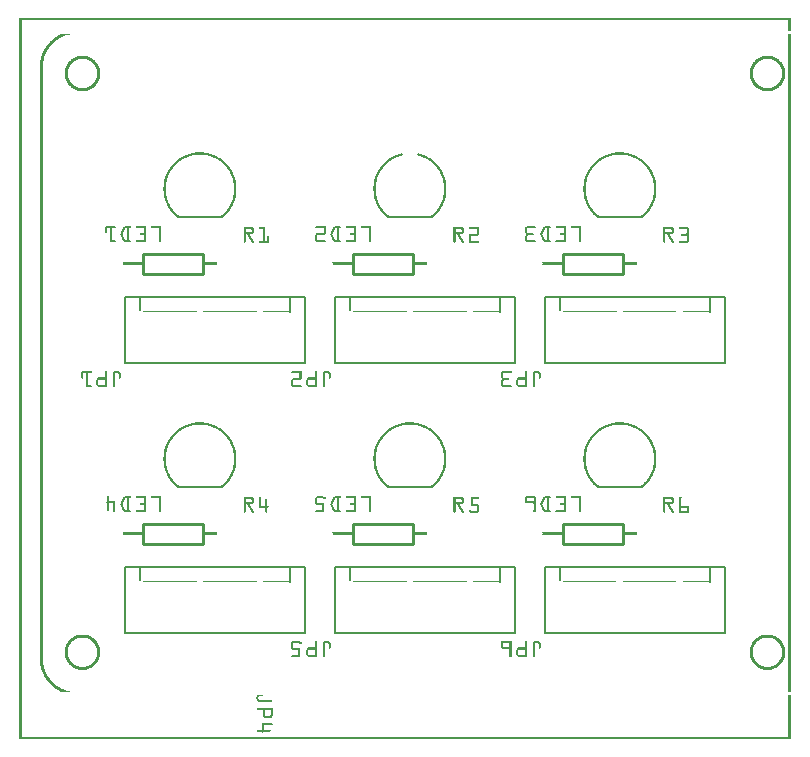
<source format=gto>
G04 MADE WITH FRITZING*
G04 WWW.FRITZING.ORG*
G04 DOUBLE SIDED*
G04 HOLES PLATED*
G04 CONTOUR ON CENTER OF CONTOUR VECTOR*
%ASAXBY*%
%FSLAX23Y23*%
%MOIN*%
%OFA0B0*%
%SFA1.0B1.0*%
%ADD10C,0.010000*%
%ADD11C,0.005000*%
%ADD12R,0.001000X0.001000*%
%LNSILK1*%
G90*
G70*
G54D10*
X412Y1617D02*
X612Y1617D01*
D02*
X612Y1617D02*
X612Y1551D01*
D02*
X612Y1551D02*
X412Y1551D01*
D02*
X412Y1551D02*
X412Y1617D01*
D02*
X1112Y1617D02*
X1312Y1617D01*
D02*
X1312Y1617D02*
X1312Y1551D01*
D02*
X1312Y1551D02*
X1112Y1551D01*
D02*
X1112Y1551D02*
X1112Y1617D01*
D02*
X1812Y1617D02*
X2012Y1617D01*
D02*
X2012Y1617D02*
X2012Y1551D01*
D02*
X2012Y1551D02*
X1812Y1551D01*
D02*
X1812Y1551D02*
X1812Y1617D01*
D02*
X412Y717D02*
X612Y717D01*
D02*
X612Y717D02*
X612Y651D01*
D02*
X612Y651D02*
X412Y651D01*
D02*
X412Y651D02*
X412Y717D01*
D02*
X1112Y717D02*
X1312Y717D01*
D02*
X1312Y717D02*
X1312Y651D01*
D02*
X1312Y651D02*
X1112Y651D01*
D02*
X1112Y651D02*
X1112Y717D01*
D02*
X1812Y717D02*
X2012Y717D01*
D02*
X2012Y717D02*
X2012Y651D01*
D02*
X2012Y651D02*
X1812Y651D01*
D02*
X1812Y651D02*
X1812Y717D01*
G54D11*
D02*
X952Y1254D02*
X952Y1474D01*
D02*
X352Y1254D02*
X352Y1474D01*
D02*
X352Y1254D02*
X952Y1254D01*
D02*
X352Y1474D02*
X402Y1474D01*
D02*
X402Y1474D02*
X902Y1474D01*
D02*
X902Y1474D02*
X952Y1474D01*
D02*
X902Y1474D02*
X902Y1424D01*
D02*
X1652Y1254D02*
X1652Y1474D01*
D02*
X1052Y1254D02*
X1052Y1474D01*
D02*
X1052Y1254D02*
X1652Y1254D01*
D02*
X1052Y1474D02*
X1102Y1474D01*
D02*
X1102Y1474D02*
X1602Y1474D01*
D02*
X1602Y1474D02*
X1652Y1474D01*
D02*
X1602Y1474D02*
X1602Y1424D01*
D02*
X2352Y1254D02*
X2352Y1474D01*
D02*
X1752Y1254D02*
X1752Y1474D01*
D02*
X1752Y1254D02*
X2352Y1254D01*
D02*
X1752Y1474D02*
X1802Y1474D01*
D02*
X1802Y1474D02*
X2302Y1474D01*
D02*
X2302Y1474D02*
X2352Y1474D01*
D02*
X2302Y1474D02*
X2302Y1424D01*
D02*
X952Y354D02*
X952Y574D01*
D02*
X352Y354D02*
X352Y574D01*
D02*
X352Y354D02*
X952Y354D01*
D02*
X352Y574D02*
X402Y574D01*
D02*
X402Y574D02*
X902Y574D01*
D02*
X902Y574D02*
X952Y574D01*
D02*
X902Y574D02*
X902Y524D01*
D02*
X1652Y354D02*
X1652Y574D01*
D02*
X1052Y354D02*
X1052Y574D01*
D02*
X1052Y354D02*
X1652Y354D01*
D02*
X1052Y574D02*
X1102Y574D01*
D02*
X1102Y574D02*
X1602Y574D01*
D02*
X1602Y574D02*
X1652Y574D01*
D02*
X1602Y574D02*
X1602Y524D01*
D02*
X2352Y354D02*
X2352Y574D01*
D02*
X1752Y354D02*
X1752Y574D01*
D02*
X1752Y354D02*
X2352Y354D01*
D02*
X1752Y574D02*
X1802Y574D01*
D02*
X1802Y574D02*
X2302Y574D01*
D02*
X2302Y574D02*
X2352Y574D01*
D02*
X2302Y574D02*
X2302Y524D01*
G54D12*
X0Y2404D02*
X2570Y2404D01*
X0Y2403D02*
X2570Y2403D01*
X0Y2402D02*
X2570Y2402D01*
X0Y2401D02*
X2570Y2401D01*
X0Y2400D02*
X2570Y2400D01*
X0Y2399D02*
X2570Y2399D01*
X0Y2398D02*
X2570Y2398D01*
X0Y2397D02*
X2570Y2397D01*
X0Y2396D02*
X7Y2396D01*
X2563Y2396D02*
X2570Y2396D01*
X0Y2395D02*
X7Y2395D01*
X2563Y2395D02*
X2570Y2395D01*
X0Y2394D02*
X7Y2394D01*
X2563Y2394D02*
X2570Y2394D01*
X0Y2393D02*
X7Y2393D01*
X2563Y2393D02*
X2570Y2393D01*
X0Y2392D02*
X7Y2392D01*
X2563Y2392D02*
X2570Y2392D01*
X0Y2391D02*
X7Y2391D01*
X2563Y2391D02*
X2570Y2391D01*
X0Y2390D02*
X7Y2390D01*
X2563Y2390D02*
X2570Y2390D01*
X0Y2389D02*
X7Y2389D01*
X2563Y2389D02*
X2570Y2389D01*
X0Y2388D02*
X7Y2388D01*
X2563Y2388D02*
X2570Y2388D01*
X0Y2387D02*
X7Y2387D01*
X2563Y2387D02*
X2570Y2387D01*
X0Y2386D02*
X7Y2386D01*
X2563Y2386D02*
X2570Y2386D01*
X0Y2385D02*
X7Y2385D01*
X2563Y2385D02*
X2570Y2385D01*
X0Y2384D02*
X7Y2384D01*
X2563Y2384D02*
X2570Y2384D01*
X0Y2383D02*
X7Y2383D01*
X2563Y2383D02*
X2570Y2383D01*
X0Y2382D02*
X7Y2382D01*
X2563Y2382D02*
X2570Y2382D01*
X0Y2381D02*
X7Y2381D01*
X2563Y2381D02*
X2570Y2381D01*
X0Y2380D02*
X7Y2380D01*
X2563Y2380D02*
X2570Y2380D01*
X0Y2379D02*
X7Y2379D01*
X2563Y2379D02*
X2570Y2379D01*
X0Y2378D02*
X7Y2378D01*
X2563Y2378D02*
X2570Y2378D01*
X0Y2377D02*
X7Y2377D01*
X2563Y2377D02*
X2570Y2377D01*
X0Y2376D02*
X7Y2376D01*
X2563Y2376D02*
X2570Y2376D01*
X0Y2375D02*
X7Y2375D01*
X2563Y2375D02*
X2570Y2375D01*
X0Y2374D02*
X7Y2374D01*
X2563Y2374D02*
X2570Y2374D01*
X0Y2373D02*
X7Y2373D01*
X2563Y2373D02*
X2570Y2373D01*
X0Y2372D02*
X7Y2372D01*
X2563Y2372D02*
X2570Y2372D01*
X0Y2371D02*
X7Y2371D01*
X2563Y2371D02*
X2570Y2371D01*
X0Y2370D02*
X7Y2370D01*
X2563Y2370D02*
X2570Y2370D01*
X0Y2369D02*
X7Y2369D01*
X2563Y2369D02*
X2570Y2369D01*
X0Y2368D02*
X7Y2368D01*
X2563Y2368D02*
X2570Y2368D01*
X0Y2367D02*
X7Y2367D01*
X2563Y2367D02*
X2570Y2367D01*
X0Y2366D02*
X7Y2366D01*
X2563Y2366D02*
X2570Y2366D01*
X0Y2365D02*
X7Y2365D01*
X2563Y2365D02*
X2570Y2365D01*
X0Y2364D02*
X7Y2364D01*
X2563Y2364D02*
X2570Y2364D01*
X0Y2363D02*
X7Y2363D01*
X2563Y2363D02*
X2570Y2363D01*
X0Y2362D02*
X7Y2362D01*
X2563Y2362D02*
X2570Y2362D01*
X0Y2361D02*
X7Y2361D01*
X0Y2360D02*
X7Y2360D01*
X0Y2359D02*
X7Y2359D01*
X0Y2358D02*
X7Y2358D01*
X0Y2357D02*
X7Y2357D01*
X0Y2356D02*
X7Y2356D01*
X0Y2355D02*
X7Y2355D01*
X0Y2354D02*
X7Y2354D01*
X0Y2353D02*
X7Y2353D01*
X0Y2352D02*
X7Y2352D01*
X0Y2351D02*
X7Y2351D01*
X142Y2351D02*
X187Y2351D01*
X2563Y2351D02*
X2570Y2351D01*
X0Y2350D02*
X7Y2350D01*
X140Y2350D02*
X174Y2350D01*
X2563Y2350D02*
X2570Y2350D01*
X0Y2349D02*
X7Y2349D01*
X137Y2349D02*
X168Y2349D01*
X2563Y2349D02*
X2570Y2349D01*
X0Y2348D02*
X7Y2348D01*
X135Y2348D02*
X164Y2348D01*
X2563Y2348D02*
X2570Y2348D01*
X0Y2347D02*
X7Y2347D01*
X133Y2347D02*
X160Y2347D01*
X2563Y2347D02*
X2570Y2347D01*
X0Y2346D02*
X7Y2346D01*
X132Y2346D02*
X156Y2346D01*
X2563Y2346D02*
X2570Y2346D01*
X0Y2345D02*
X7Y2345D01*
X130Y2345D02*
X153Y2345D01*
X2563Y2345D02*
X2570Y2345D01*
X0Y2344D02*
X7Y2344D01*
X128Y2344D02*
X151Y2344D01*
X2563Y2344D02*
X2570Y2344D01*
X0Y2343D02*
X7Y2343D01*
X126Y2343D02*
X148Y2343D01*
X2563Y2343D02*
X2570Y2343D01*
X0Y2342D02*
X7Y2342D01*
X125Y2342D02*
X146Y2342D01*
X2563Y2342D02*
X2570Y2342D01*
X0Y2341D02*
X7Y2341D01*
X123Y2341D02*
X143Y2341D01*
X2563Y2341D02*
X2570Y2341D01*
X0Y2340D02*
X7Y2340D01*
X122Y2340D02*
X141Y2340D01*
X2563Y2340D02*
X2570Y2340D01*
X0Y2339D02*
X7Y2339D01*
X120Y2339D02*
X139Y2339D01*
X2563Y2339D02*
X2570Y2339D01*
X0Y2338D02*
X7Y2338D01*
X119Y2338D02*
X137Y2338D01*
X2563Y2338D02*
X2570Y2338D01*
X0Y2337D02*
X7Y2337D01*
X118Y2337D02*
X136Y2337D01*
X2563Y2337D02*
X2570Y2337D01*
X0Y2336D02*
X7Y2336D01*
X116Y2336D02*
X134Y2336D01*
X2563Y2336D02*
X2570Y2336D01*
X0Y2335D02*
X7Y2335D01*
X115Y2335D02*
X132Y2335D01*
X2563Y2335D02*
X2570Y2335D01*
X0Y2334D02*
X7Y2334D01*
X114Y2334D02*
X130Y2334D01*
X2563Y2334D02*
X2570Y2334D01*
X0Y2333D02*
X7Y2333D01*
X112Y2333D02*
X129Y2333D01*
X2563Y2333D02*
X2570Y2333D01*
X0Y2332D02*
X7Y2332D01*
X111Y2332D02*
X127Y2332D01*
X2563Y2332D02*
X2570Y2332D01*
X0Y2331D02*
X7Y2331D01*
X110Y2331D02*
X126Y2331D01*
X2563Y2331D02*
X2570Y2331D01*
X0Y2330D02*
X7Y2330D01*
X109Y2330D02*
X125Y2330D01*
X2563Y2330D02*
X2570Y2330D01*
X0Y2329D02*
X7Y2329D01*
X108Y2329D02*
X123Y2329D01*
X2563Y2329D02*
X2570Y2329D01*
X0Y2328D02*
X7Y2328D01*
X107Y2328D02*
X122Y2328D01*
X2563Y2328D02*
X2570Y2328D01*
X0Y2327D02*
X7Y2327D01*
X106Y2327D02*
X121Y2327D01*
X2563Y2327D02*
X2570Y2327D01*
X0Y2326D02*
X7Y2326D01*
X105Y2326D02*
X119Y2326D01*
X2563Y2326D02*
X2570Y2326D01*
X0Y2325D02*
X7Y2325D01*
X104Y2325D02*
X118Y2325D01*
X2563Y2325D02*
X2570Y2325D01*
X0Y2324D02*
X7Y2324D01*
X103Y2324D02*
X117Y2324D01*
X2563Y2324D02*
X2570Y2324D01*
X0Y2323D02*
X7Y2323D01*
X102Y2323D02*
X116Y2323D01*
X2563Y2323D02*
X2570Y2323D01*
X0Y2322D02*
X7Y2322D01*
X101Y2322D02*
X115Y2322D01*
X2563Y2322D02*
X2570Y2322D01*
X0Y2321D02*
X7Y2321D01*
X100Y2321D02*
X114Y2321D01*
X2563Y2321D02*
X2570Y2321D01*
X0Y2320D02*
X7Y2320D01*
X99Y2320D02*
X113Y2320D01*
X2563Y2320D02*
X2570Y2320D01*
X0Y2319D02*
X7Y2319D01*
X98Y2319D02*
X112Y2319D01*
X2563Y2319D02*
X2570Y2319D01*
X0Y2318D02*
X7Y2318D01*
X97Y2318D02*
X110Y2318D01*
X2563Y2318D02*
X2570Y2318D01*
X0Y2317D02*
X7Y2317D01*
X96Y2317D02*
X110Y2317D01*
X2563Y2317D02*
X2570Y2317D01*
X0Y2316D02*
X7Y2316D01*
X96Y2316D02*
X109Y2316D01*
X2563Y2316D02*
X2570Y2316D01*
X0Y2315D02*
X7Y2315D01*
X95Y2315D02*
X108Y2315D01*
X2563Y2315D02*
X2570Y2315D01*
X0Y2314D02*
X7Y2314D01*
X94Y2314D02*
X107Y2314D01*
X2563Y2314D02*
X2570Y2314D01*
X0Y2313D02*
X7Y2313D01*
X93Y2313D02*
X106Y2313D01*
X2563Y2313D02*
X2570Y2313D01*
X0Y2312D02*
X7Y2312D01*
X93Y2312D02*
X105Y2312D01*
X2563Y2312D02*
X2570Y2312D01*
X0Y2311D02*
X7Y2311D01*
X92Y2311D02*
X104Y2311D01*
X2563Y2311D02*
X2570Y2311D01*
X0Y2310D02*
X7Y2310D01*
X91Y2310D02*
X103Y2310D01*
X2563Y2310D02*
X2570Y2310D01*
X0Y2309D02*
X7Y2309D01*
X90Y2309D02*
X102Y2309D01*
X2563Y2309D02*
X2570Y2309D01*
X0Y2308D02*
X7Y2308D01*
X90Y2308D02*
X102Y2308D01*
X2563Y2308D02*
X2570Y2308D01*
X0Y2307D02*
X7Y2307D01*
X89Y2307D02*
X101Y2307D01*
X2563Y2307D02*
X2570Y2307D01*
X0Y2306D02*
X7Y2306D01*
X88Y2306D02*
X100Y2306D01*
X2563Y2306D02*
X2570Y2306D01*
X0Y2305D02*
X7Y2305D01*
X88Y2305D02*
X99Y2305D01*
X2563Y2305D02*
X2570Y2305D01*
X0Y2304D02*
X7Y2304D01*
X87Y2304D02*
X99Y2304D01*
X2563Y2304D02*
X2570Y2304D01*
X0Y2303D02*
X7Y2303D01*
X86Y2303D02*
X98Y2303D01*
X2563Y2303D02*
X2570Y2303D01*
X0Y2302D02*
X7Y2302D01*
X86Y2302D02*
X97Y2302D01*
X2563Y2302D02*
X2570Y2302D01*
X0Y2301D02*
X7Y2301D01*
X85Y2301D02*
X96Y2301D01*
X2563Y2301D02*
X2570Y2301D01*
X0Y2300D02*
X7Y2300D01*
X85Y2300D02*
X96Y2300D01*
X2563Y2300D02*
X2570Y2300D01*
X0Y2299D02*
X7Y2299D01*
X84Y2299D02*
X95Y2299D01*
X2563Y2299D02*
X2570Y2299D01*
X0Y2298D02*
X7Y2298D01*
X83Y2298D02*
X94Y2298D01*
X2563Y2298D02*
X2570Y2298D01*
X0Y2297D02*
X7Y2297D01*
X83Y2297D02*
X94Y2297D01*
X2563Y2297D02*
X2570Y2297D01*
X0Y2296D02*
X7Y2296D01*
X82Y2296D02*
X93Y2296D01*
X2563Y2296D02*
X2570Y2296D01*
X0Y2295D02*
X7Y2295D01*
X82Y2295D02*
X93Y2295D01*
X2563Y2295D02*
X2570Y2295D01*
X0Y2294D02*
X7Y2294D01*
X81Y2294D02*
X92Y2294D01*
X2563Y2294D02*
X2570Y2294D01*
X0Y2293D02*
X7Y2293D01*
X81Y2293D02*
X91Y2293D01*
X2563Y2293D02*
X2570Y2293D01*
X0Y2292D02*
X7Y2292D01*
X80Y2292D02*
X91Y2292D01*
X2563Y2292D02*
X2570Y2292D01*
X0Y2291D02*
X7Y2291D01*
X80Y2291D02*
X90Y2291D01*
X2563Y2291D02*
X2570Y2291D01*
X0Y2290D02*
X7Y2290D01*
X79Y2290D02*
X90Y2290D01*
X2563Y2290D02*
X2570Y2290D01*
X0Y2289D02*
X7Y2289D01*
X79Y2289D02*
X89Y2289D01*
X2563Y2289D02*
X2570Y2289D01*
X0Y2288D02*
X7Y2288D01*
X78Y2288D02*
X89Y2288D01*
X2563Y2288D02*
X2570Y2288D01*
X0Y2287D02*
X7Y2287D01*
X78Y2287D02*
X88Y2287D01*
X2563Y2287D02*
X2570Y2287D01*
X0Y2286D02*
X7Y2286D01*
X78Y2286D02*
X88Y2286D01*
X2563Y2286D02*
X2570Y2286D01*
X0Y2285D02*
X7Y2285D01*
X77Y2285D02*
X87Y2285D01*
X2563Y2285D02*
X2570Y2285D01*
X0Y2284D02*
X7Y2284D01*
X77Y2284D02*
X87Y2284D01*
X2563Y2284D02*
X2570Y2284D01*
X0Y2283D02*
X7Y2283D01*
X76Y2283D02*
X86Y2283D01*
X2563Y2283D02*
X2570Y2283D01*
X0Y2282D02*
X7Y2282D01*
X76Y2282D02*
X86Y2282D01*
X2563Y2282D02*
X2570Y2282D01*
X0Y2281D02*
X7Y2281D01*
X76Y2281D02*
X86Y2281D01*
X2563Y2281D02*
X2570Y2281D01*
X0Y2280D02*
X7Y2280D01*
X75Y2280D02*
X85Y2280D01*
X2563Y2280D02*
X2570Y2280D01*
X0Y2279D02*
X7Y2279D01*
X75Y2279D02*
X85Y2279D01*
X2563Y2279D02*
X2570Y2279D01*
X0Y2278D02*
X7Y2278D01*
X75Y2278D02*
X84Y2278D01*
X2563Y2278D02*
X2570Y2278D01*
X0Y2277D02*
X7Y2277D01*
X74Y2277D02*
X84Y2277D01*
X201Y2277D02*
X219Y2277D01*
X2485Y2277D02*
X2502Y2277D01*
X2563Y2277D02*
X2570Y2277D01*
X0Y2276D02*
X7Y2276D01*
X74Y2276D02*
X84Y2276D01*
X197Y2276D02*
X224Y2276D01*
X2480Y2276D02*
X2507Y2276D01*
X2563Y2276D02*
X2570Y2276D01*
X0Y2275D02*
X7Y2275D01*
X74Y2275D02*
X83Y2275D01*
X193Y2275D02*
X228Y2275D01*
X2476Y2275D02*
X2511Y2275D01*
X2563Y2275D02*
X2570Y2275D01*
X0Y2274D02*
X7Y2274D01*
X73Y2274D02*
X83Y2274D01*
X190Y2274D02*
X230Y2274D01*
X2473Y2274D02*
X2513Y2274D01*
X2563Y2274D02*
X2570Y2274D01*
X0Y2273D02*
X7Y2273D01*
X73Y2273D02*
X83Y2273D01*
X188Y2273D02*
X233Y2273D01*
X2471Y2273D02*
X2516Y2273D01*
X2563Y2273D02*
X2570Y2273D01*
X0Y2272D02*
X7Y2272D01*
X73Y2272D02*
X82Y2272D01*
X185Y2272D02*
X235Y2272D01*
X2469Y2272D02*
X2518Y2272D01*
X2563Y2272D02*
X2570Y2272D01*
X0Y2271D02*
X7Y2271D01*
X72Y2271D02*
X82Y2271D01*
X183Y2271D02*
X237Y2271D01*
X2467Y2271D02*
X2520Y2271D01*
X2563Y2271D02*
X2570Y2271D01*
X0Y2270D02*
X7Y2270D01*
X72Y2270D02*
X82Y2270D01*
X182Y2270D02*
X239Y2270D01*
X2465Y2270D02*
X2522Y2270D01*
X2563Y2270D02*
X2570Y2270D01*
X0Y2269D02*
X7Y2269D01*
X72Y2269D02*
X81Y2269D01*
X180Y2269D02*
X241Y2269D01*
X2463Y2269D02*
X2524Y2269D01*
X2563Y2269D02*
X2570Y2269D01*
X0Y2268D02*
X7Y2268D01*
X72Y2268D02*
X81Y2268D01*
X178Y2268D02*
X242Y2268D01*
X2461Y2268D02*
X2525Y2268D01*
X2563Y2268D02*
X2570Y2268D01*
X0Y2267D02*
X7Y2267D01*
X71Y2267D02*
X81Y2267D01*
X177Y2267D02*
X204Y2267D01*
X217Y2267D02*
X244Y2267D01*
X2460Y2267D02*
X2487Y2267D01*
X2500Y2267D02*
X2527Y2267D01*
X2563Y2267D02*
X2570Y2267D01*
X0Y2266D02*
X7Y2266D01*
X71Y2266D02*
X81Y2266D01*
X175Y2266D02*
X198Y2266D01*
X223Y2266D02*
X245Y2266D01*
X2459Y2266D02*
X2481Y2266D01*
X2506Y2266D02*
X2528Y2266D01*
X2563Y2266D02*
X2570Y2266D01*
X0Y2265D02*
X7Y2265D01*
X71Y2265D02*
X80Y2265D01*
X174Y2265D02*
X194Y2265D01*
X226Y2265D02*
X246Y2265D01*
X2457Y2265D02*
X2478Y2265D01*
X2509Y2265D02*
X2530Y2265D01*
X2563Y2265D02*
X2570Y2265D01*
X0Y2264D02*
X7Y2264D01*
X71Y2264D02*
X80Y2264D01*
X173Y2264D02*
X192Y2264D01*
X229Y2264D02*
X248Y2264D01*
X2456Y2264D02*
X2475Y2264D01*
X2512Y2264D02*
X2531Y2264D01*
X2563Y2264D02*
X2570Y2264D01*
X0Y2263D02*
X7Y2263D01*
X70Y2263D02*
X80Y2263D01*
X172Y2263D02*
X189Y2263D01*
X231Y2263D02*
X249Y2263D01*
X2455Y2263D02*
X2472Y2263D01*
X2514Y2263D02*
X2532Y2263D01*
X2563Y2263D02*
X2570Y2263D01*
X0Y2262D02*
X7Y2262D01*
X70Y2262D02*
X80Y2262D01*
X171Y2262D02*
X187Y2262D01*
X233Y2262D02*
X250Y2262D01*
X2454Y2262D02*
X2470Y2262D01*
X2516Y2262D02*
X2533Y2262D01*
X2563Y2262D02*
X2570Y2262D01*
X0Y2261D02*
X7Y2261D01*
X70Y2261D02*
X79Y2261D01*
X169Y2261D02*
X185Y2261D01*
X235Y2261D02*
X251Y2261D01*
X2453Y2261D02*
X2469Y2261D01*
X2518Y2261D02*
X2534Y2261D01*
X2563Y2261D02*
X2570Y2261D01*
X0Y2260D02*
X7Y2260D01*
X70Y2260D02*
X79Y2260D01*
X168Y2260D02*
X184Y2260D01*
X237Y2260D02*
X252Y2260D01*
X2452Y2260D02*
X2467Y2260D01*
X2520Y2260D02*
X2535Y2260D01*
X2563Y2260D02*
X2570Y2260D01*
X0Y2259D02*
X7Y2259D01*
X70Y2259D02*
X79Y2259D01*
X167Y2259D02*
X182Y2259D01*
X238Y2259D02*
X253Y2259D01*
X2451Y2259D02*
X2465Y2259D01*
X2521Y2259D02*
X2536Y2259D01*
X2563Y2259D02*
X2570Y2259D01*
X0Y2258D02*
X7Y2258D01*
X69Y2258D02*
X79Y2258D01*
X167Y2258D02*
X181Y2258D01*
X240Y2258D02*
X254Y2258D01*
X2450Y2258D02*
X2464Y2258D01*
X2523Y2258D02*
X2537Y2258D01*
X2563Y2258D02*
X2570Y2258D01*
X0Y2257D02*
X7Y2257D01*
X69Y2257D02*
X79Y2257D01*
X166Y2257D02*
X180Y2257D01*
X241Y2257D02*
X255Y2257D01*
X2449Y2257D02*
X2463Y2257D01*
X2524Y2257D02*
X2538Y2257D01*
X2563Y2257D02*
X2570Y2257D01*
X0Y2256D02*
X7Y2256D01*
X69Y2256D02*
X79Y2256D01*
X165Y2256D02*
X178Y2256D01*
X242Y2256D02*
X256Y2256D01*
X2448Y2256D02*
X2462Y2256D01*
X2525Y2256D02*
X2539Y2256D01*
X2563Y2256D02*
X2570Y2256D01*
X0Y2255D02*
X7Y2255D01*
X69Y2255D02*
X78Y2255D01*
X164Y2255D02*
X177Y2255D01*
X243Y2255D02*
X256Y2255D01*
X2447Y2255D02*
X2460Y2255D01*
X2526Y2255D02*
X2540Y2255D01*
X2563Y2255D02*
X2570Y2255D01*
X0Y2254D02*
X7Y2254D01*
X69Y2254D02*
X78Y2254D01*
X163Y2254D02*
X176Y2254D01*
X244Y2254D02*
X257Y2254D01*
X2446Y2254D02*
X2459Y2254D01*
X2527Y2254D02*
X2540Y2254D01*
X2563Y2254D02*
X2570Y2254D01*
X0Y2253D02*
X7Y2253D01*
X69Y2253D02*
X78Y2253D01*
X163Y2253D02*
X175Y2253D01*
X245Y2253D02*
X258Y2253D01*
X2446Y2253D02*
X2458Y2253D01*
X2529Y2253D02*
X2541Y2253D01*
X2563Y2253D02*
X2570Y2253D01*
X0Y2252D02*
X7Y2252D01*
X69Y2252D02*
X78Y2252D01*
X162Y2252D02*
X174Y2252D01*
X246Y2252D02*
X259Y2252D01*
X2445Y2252D02*
X2457Y2252D01*
X2529Y2252D02*
X2542Y2252D01*
X2563Y2252D02*
X2570Y2252D01*
X0Y2251D02*
X7Y2251D01*
X68Y2251D02*
X78Y2251D01*
X161Y2251D02*
X173Y2251D01*
X247Y2251D02*
X259Y2251D01*
X2444Y2251D02*
X2456Y2251D01*
X2530Y2251D02*
X2542Y2251D01*
X2563Y2251D02*
X2570Y2251D01*
X0Y2250D02*
X7Y2250D01*
X68Y2250D02*
X78Y2250D01*
X161Y2250D02*
X172Y2250D01*
X248Y2250D02*
X260Y2250D01*
X2444Y2250D02*
X2455Y2250D01*
X2531Y2250D02*
X2543Y2250D01*
X2563Y2250D02*
X2570Y2250D01*
X0Y2249D02*
X7Y2249D01*
X68Y2249D02*
X78Y2249D01*
X160Y2249D02*
X172Y2249D01*
X249Y2249D02*
X260Y2249D01*
X2443Y2249D02*
X2455Y2249D01*
X2532Y2249D02*
X2544Y2249D01*
X2563Y2249D02*
X2570Y2249D01*
X0Y2248D02*
X7Y2248D01*
X68Y2248D02*
X78Y2248D01*
X159Y2248D02*
X171Y2248D01*
X250Y2248D02*
X261Y2248D01*
X2443Y2248D02*
X2454Y2248D01*
X2533Y2248D02*
X2544Y2248D01*
X2563Y2248D02*
X2570Y2248D01*
X0Y2247D02*
X7Y2247D01*
X68Y2247D02*
X78Y2247D01*
X159Y2247D02*
X170Y2247D01*
X250Y2247D02*
X262Y2247D01*
X2442Y2247D02*
X2453Y2247D01*
X2534Y2247D02*
X2545Y2247D01*
X2563Y2247D02*
X2570Y2247D01*
X0Y2246D02*
X7Y2246D01*
X68Y2246D02*
X77Y2246D01*
X158Y2246D02*
X169Y2246D01*
X251Y2246D02*
X262Y2246D01*
X2441Y2246D02*
X2452Y2246D01*
X2534Y2246D02*
X2545Y2246D01*
X2563Y2246D02*
X2570Y2246D01*
X0Y2245D02*
X7Y2245D01*
X68Y2245D02*
X77Y2245D01*
X158Y2245D02*
X169Y2245D01*
X252Y2245D02*
X263Y2245D01*
X2441Y2245D02*
X2452Y2245D01*
X2535Y2245D02*
X2546Y2245D01*
X2563Y2245D02*
X2570Y2245D01*
X0Y2244D02*
X7Y2244D01*
X68Y2244D02*
X77Y2244D01*
X157Y2244D02*
X168Y2244D01*
X253Y2244D02*
X263Y2244D01*
X2440Y2244D02*
X2451Y2244D01*
X2536Y2244D02*
X2546Y2244D01*
X2563Y2244D02*
X2570Y2244D01*
X0Y2243D02*
X7Y2243D01*
X68Y2243D02*
X77Y2243D01*
X157Y2243D02*
X167Y2243D01*
X253Y2243D02*
X264Y2243D01*
X2440Y2243D02*
X2451Y2243D01*
X2536Y2243D02*
X2547Y2243D01*
X2563Y2243D02*
X2570Y2243D01*
X0Y2242D02*
X7Y2242D01*
X68Y2242D02*
X77Y2242D01*
X156Y2242D02*
X167Y2242D01*
X254Y2242D02*
X264Y2242D01*
X2440Y2242D02*
X2450Y2242D01*
X2537Y2242D02*
X2547Y2242D01*
X2563Y2242D02*
X2570Y2242D01*
X0Y2241D02*
X7Y2241D01*
X68Y2241D02*
X77Y2241D01*
X156Y2241D02*
X166Y2241D01*
X254Y2241D02*
X265Y2241D01*
X2439Y2241D02*
X2449Y2241D01*
X2537Y2241D02*
X2548Y2241D01*
X2563Y2241D02*
X2570Y2241D01*
X0Y2240D02*
X7Y2240D01*
X68Y2240D02*
X77Y2240D01*
X156Y2240D02*
X166Y2240D01*
X255Y2240D02*
X265Y2240D01*
X2439Y2240D02*
X2449Y2240D01*
X2538Y2240D02*
X2548Y2240D01*
X2563Y2240D02*
X2570Y2240D01*
X0Y2239D02*
X7Y2239D01*
X68Y2239D02*
X77Y2239D01*
X155Y2239D02*
X165Y2239D01*
X255Y2239D02*
X265Y2239D01*
X2438Y2239D02*
X2448Y2239D01*
X2538Y2239D02*
X2548Y2239D01*
X2563Y2239D02*
X2570Y2239D01*
X0Y2238D02*
X7Y2238D01*
X68Y2238D02*
X77Y2238D01*
X155Y2238D02*
X165Y2238D01*
X256Y2238D02*
X266Y2238D01*
X2438Y2238D02*
X2448Y2238D01*
X2539Y2238D02*
X2549Y2238D01*
X2563Y2238D02*
X2570Y2238D01*
X0Y2237D02*
X7Y2237D01*
X68Y2237D02*
X77Y2237D01*
X155Y2237D02*
X164Y2237D01*
X256Y2237D02*
X266Y2237D01*
X2438Y2237D02*
X2448Y2237D01*
X2539Y2237D02*
X2549Y2237D01*
X2563Y2237D02*
X2570Y2237D01*
X0Y2236D02*
X7Y2236D01*
X68Y2236D02*
X77Y2236D01*
X154Y2236D02*
X164Y2236D01*
X256Y2236D02*
X266Y2236D01*
X2437Y2236D02*
X2447Y2236D01*
X2540Y2236D02*
X2549Y2236D01*
X2563Y2236D02*
X2570Y2236D01*
X0Y2235D02*
X7Y2235D01*
X68Y2235D02*
X77Y2235D01*
X154Y2235D02*
X164Y2235D01*
X257Y2235D02*
X267Y2235D01*
X2437Y2235D02*
X2447Y2235D01*
X2540Y2235D02*
X2550Y2235D01*
X2563Y2235D02*
X2570Y2235D01*
X0Y2234D02*
X7Y2234D01*
X68Y2234D02*
X77Y2234D01*
X154Y2234D02*
X163Y2234D01*
X257Y2234D02*
X267Y2234D01*
X2437Y2234D02*
X2446Y2234D01*
X2540Y2234D02*
X2550Y2234D01*
X2563Y2234D02*
X2570Y2234D01*
X0Y2233D02*
X7Y2233D01*
X68Y2233D02*
X77Y2233D01*
X153Y2233D02*
X163Y2233D01*
X258Y2233D02*
X267Y2233D01*
X2436Y2233D02*
X2446Y2233D01*
X2541Y2233D02*
X2550Y2233D01*
X2563Y2233D02*
X2570Y2233D01*
X0Y2232D02*
X7Y2232D01*
X68Y2232D02*
X77Y2232D01*
X153Y2232D02*
X163Y2232D01*
X258Y2232D02*
X267Y2232D01*
X2436Y2232D02*
X2446Y2232D01*
X2541Y2232D02*
X2551Y2232D01*
X2563Y2232D02*
X2570Y2232D01*
X0Y2231D02*
X7Y2231D01*
X68Y2231D02*
X77Y2231D01*
X153Y2231D02*
X162Y2231D01*
X258Y2231D02*
X268Y2231D01*
X2436Y2231D02*
X2446Y2231D01*
X2541Y2231D02*
X2551Y2231D01*
X2563Y2231D02*
X2570Y2231D01*
X0Y2230D02*
X7Y2230D01*
X68Y2230D02*
X77Y2230D01*
X153Y2230D02*
X162Y2230D01*
X258Y2230D02*
X268Y2230D01*
X2436Y2230D02*
X2445Y2230D01*
X2541Y2230D02*
X2551Y2230D01*
X2563Y2230D02*
X2570Y2230D01*
X0Y2229D02*
X7Y2229D01*
X68Y2229D02*
X77Y2229D01*
X152Y2229D02*
X162Y2229D01*
X259Y2229D02*
X268Y2229D01*
X2436Y2229D02*
X2445Y2229D01*
X2542Y2229D02*
X2551Y2229D01*
X2563Y2229D02*
X2570Y2229D01*
X0Y2228D02*
X7Y2228D01*
X68Y2228D02*
X77Y2228D01*
X152Y2228D02*
X162Y2228D01*
X259Y2228D02*
X268Y2228D01*
X2435Y2228D02*
X2445Y2228D01*
X2542Y2228D02*
X2551Y2228D01*
X2563Y2228D02*
X2570Y2228D01*
X0Y2227D02*
X7Y2227D01*
X68Y2227D02*
X77Y2227D01*
X152Y2227D02*
X162Y2227D01*
X259Y2227D02*
X268Y2227D01*
X2435Y2227D02*
X2445Y2227D01*
X2542Y2227D02*
X2551Y2227D01*
X2563Y2227D02*
X2570Y2227D01*
X0Y2226D02*
X7Y2226D01*
X68Y2226D02*
X77Y2226D01*
X152Y2226D02*
X161Y2226D01*
X259Y2226D02*
X269Y2226D01*
X2435Y2226D02*
X2445Y2226D01*
X2542Y2226D02*
X2552Y2226D01*
X2563Y2226D02*
X2570Y2226D01*
X0Y2225D02*
X7Y2225D01*
X68Y2225D02*
X77Y2225D01*
X152Y2225D02*
X161Y2225D01*
X259Y2225D02*
X269Y2225D01*
X2435Y2225D02*
X2444Y2225D01*
X2542Y2225D02*
X2552Y2225D01*
X2563Y2225D02*
X2570Y2225D01*
X0Y2224D02*
X7Y2224D01*
X68Y2224D02*
X77Y2224D01*
X152Y2224D02*
X161Y2224D01*
X259Y2224D02*
X269Y2224D01*
X2435Y2224D02*
X2444Y2224D01*
X2542Y2224D02*
X2552Y2224D01*
X2563Y2224D02*
X2570Y2224D01*
X0Y2223D02*
X7Y2223D01*
X68Y2223D02*
X77Y2223D01*
X152Y2223D02*
X161Y2223D01*
X259Y2223D02*
X269Y2223D01*
X2435Y2223D02*
X2444Y2223D01*
X2543Y2223D02*
X2552Y2223D01*
X2563Y2223D02*
X2570Y2223D01*
X0Y2222D02*
X7Y2222D01*
X68Y2222D02*
X77Y2222D01*
X152Y2222D02*
X161Y2222D01*
X260Y2222D02*
X269Y2222D01*
X2435Y2222D02*
X2444Y2222D01*
X2543Y2222D02*
X2552Y2222D01*
X2563Y2222D02*
X2570Y2222D01*
X0Y2221D02*
X7Y2221D01*
X68Y2221D02*
X77Y2221D01*
X152Y2221D02*
X161Y2221D01*
X260Y2221D02*
X269Y2221D01*
X2435Y2221D02*
X2444Y2221D01*
X2543Y2221D02*
X2552Y2221D01*
X2563Y2221D02*
X2570Y2221D01*
X0Y2220D02*
X7Y2220D01*
X68Y2220D02*
X77Y2220D01*
X152Y2220D02*
X161Y2220D01*
X260Y2220D02*
X269Y2220D01*
X2435Y2220D02*
X2444Y2220D01*
X2543Y2220D02*
X2552Y2220D01*
X2563Y2220D02*
X2570Y2220D01*
X0Y2219D02*
X7Y2219D01*
X68Y2219D02*
X77Y2219D01*
X151Y2219D02*
X161Y2219D01*
X260Y2219D02*
X269Y2219D01*
X2435Y2219D02*
X2444Y2219D01*
X2543Y2219D02*
X2552Y2219D01*
X2563Y2219D02*
X2570Y2219D01*
X0Y2218D02*
X7Y2218D01*
X68Y2218D02*
X77Y2218D01*
X151Y2218D02*
X161Y2218D01*
X260Y2218D02*
X269Y2218D01*
X2435Y2218D02*
X2444Y2218D01*
X2543Y2218D02*
X2552Y2218D01*
X2563Y2218D02*
X2570Y2218D01*
X0Y2217D02*
X7Y2217D01*
X68Y2217D02*
X77Y2217D01*
X152Y2217D02*
X161Y2217D01*
X260Y2217D02*
X269Y2217D01*
X2435Y2217D02*
X2444Y2217D01*
X2543Y2217D02*
X2552Y2217D01*
X2563Y2217D02*
X2570Y2217D01*
X0Y2216D02*
X7Y2216D01*
X68Y2216D02*
X77Y2216D01*
X152Y2216D02*
X161Y2216D01*
X260Y2216D02*
X269Y2216D01*
X2435Y2216D02*
X2444Y2216D01*
X2543Y2216D02*
X2552Y2216D01*
X2563Y2216D02*
X2570Y2216D01*
X0Y2215D02*
X7Y2215D01*
X68Y2215D02*
X77Y2215D01*
X152Y2215D02*
X161Y2215D01*
X260Y2215D02*
X269Y2215D01*
X2435Y2215D02*
X2444Y2215D01*
X2543Y2215D02*
X2552Y2215D01*
X2563Y2215D02*
X2570Y2215D01*
X0Y2214D02*
X7Y2214D01*
X68Y2214D02*
X77Y2214D01*
X152Y2214D02*
X161Y2214D01*
X259Y2214D02*
X269Y2214D01*
X2435Y2214D02*
X2444Y2214D01*
X2543Y2214D02*
X2552Y2214D01*
X2563Y2214D02*
X2570Y2214D01*
X0Y2213D02*
X7Y2213D01*
X68Y2213D02*
X77Y2213D01*
X152Y2213D02*
X161Y2213D01*
X259Y2213D02*
X269Y2213D01*
X2435Y2213D02*
X2444Y2213D01*
X2542Y2213D02*
X2552Y2213D01*
X2563Y2213D02*
X2570Y2213D01*
X0Y2212D02*
X7Y2212D01*
X68Y2212D02*
X77Y2212D01*
X152Y2212D02*
X161Y2212D01*
X259Y2212D02*
X269Y2212D01*
X2435Y2212D02*
X2444Y2212D01*
X2542Y2212D02*
X2552Y2212D01*
X2563Y2212D02*
X2570Y2212D01*
X0Y2211D02*
X7Y2211D01*
X68Y2211D02*
X77Y2211D01*
X152Y2211D02*
X161Y2211D01*
X259Y2211D02*
X269Y2211D01*
X2435Y2211D02*
X2445Y2211D01*
X2542Y2211D02*
X2552Y2211D01*
X2563Y2211D02*
X2570Y2211D01*
X0Y2210D02*
X7Y2210D01*
X68Y2210D02*
X77Y2210D01*
X152Y2210D02*
X162Y2210D01*
X259Y2210D02*
X268Y2210D01*
X2435Y2210D02*
X2445Y2210D01*
X2542Y2210D02*
X2551Y2210D01*
X2563Y2210D02*
X2570Y2210D01*
X0Y2209D02*
X7Y2209D01*
X68Y2209D02*
X77Y2209D01*
X152Y2209D02*
X162Y2209D01*
X259Y2209D02*
X268Y2209D01*
X2435Y2209D02*
X2445Y2209D01*
X2542Y2209D02*
X2551Y2209D01*
X2563Y2209D02*
X2570Y2209D01*
X0Y2208D02*
X7Y2208D01*
X68Y2208D02*
X77Y2208D01*
X152Y2208D02*
X162Y2208D01*
X259Y2208D02*
X268Y2208D01*
X2436Y2208D02*
X2445Y2208D01*
X2542Y2208D02*
X2551Y2208D01*
X2563Y2208D02*
X2570Y2208D01*
X0Y2207D02*
X7Y2207D01*
X68Y2207D02*
X77Y2207D01*
X153Y2207D02*
X162Y2207D01*
X258Y2207D02*
X268Y2207D01*
X2436Y2207D02*
X2445Y2207D01*
X2541Y2207D02*
X2551Y2207D01*
X2563Y2207D02*
X2570Y2207D01*
X0Y2206D02*
X7Y2206D01*
X68Y2206D02*
X77Y2206D01*
X153Y2206D02*
X162Y2206D01*
X258Y2206D02*
X268Y2206D01*
X2436Y2206D02*
X2446Y2206D01*
X2541Y2206D02*
X2551Y2206D01*
X2563Y2206D02*
X2570Y2206D01*
X0Y2205D02*
X7Y2205D01*
X68Y2205D02*
X77Y2205D01*
X153Y2205D02*
X163Y2205D01*
X258Y2205D02*
X267Y2205D01*
X2436Y2205D02*
X2446Y2205D01*
X2541Y2205D02*
X2551Y2205D01*
X2563Y2205D02*
X2570Y2205D01*
X0Y2204D02*
X7Y2204D01*
X68Y2204D02*
X77Y2204D01*
X153Y2204D02*
X163Y2204D01*
X258Y2204D02*
X267Y2204D01*
X2436Y2204D02*
X2446Y2204D01*
X2541Y2204D02*
X2550Y2204D01*
X2563Y2204D02*
X2570Y2204D01*
X0Y2203D02*
X7Y2203D01*
X68Y2203D02*
X77Y2203D01*
X154Y2203D02*
X163Y2203D01*
X257Y2203D02*
X267Y2203D01*
X2437Y2203D02*
X2446Y2203D01*
X2540Y2203D02*
X2550Y2203D01*
X2563Y2203D02*
X2570Y2203D01*
X0Y2202D02*
X7Y2202D01*
X68Y2202D02*
X77Y2202D01*
X154Y2202D02*
X164Y2202D01*
X257Y2202D02*
X267Y2202D01*
X2437Y2202D02*
X2447Y2202D01*
X2540Y2202D02*
X2550Y2202D01*
X2563Y2202D02*
X2570Y2202D01*
X0Y2201D02*
X7Y2201D01*
X68Y2201D02*
X77Y2201D01*
X154Y2201D02*
X164Y2201D01*
X256Y2201D02*
X266Y2201D01*
X2437Y2201D02*
X2447Y2201D01*
X2540Y2201D02*
X2549Y2201D01*
X2563Y2201D02*
X2570Y2201D01*
X0Y2200D02*
X7Y2200D01*
X68Y2200D02*
X77Y2200D01*
X155Y2200D02*
X164Y2200D01*
X256Y2200D02*
X266Y2200D01*
X2438Y2200D02*
X2448Y2200D01*
X2539Y2200D02*
X2549Y2200D01*
X2563Y2200D02*
X2570Y2200D01*
X0Y2199D02*
X7Y2199D01*
X68Y2199D02*
X77Y2199D01*
X155Y2199D02*
X165Y2199D01*
X256Y2199D02*
X266Y2199D01*
X2438Y2199D02*
X2448Y2199D01*
X2539Y2199D02*
X2549Y2199D01*
X2563Y2199D02*
X2570Y2199D01*
X0Y2198D02*
X7Y2198D01*
X68Y2198D02*
X77Y2198D01*
X155Y2198D02*
X165Y2198D01*
X255Y2198D02*
X265Y2198D01*
X2438Y2198D02*
X2448Y2198D01*
X2538Y2198D02*
X2548Y2198D01*
X2563Y2198D02*
X2570Y2198D01*
X0Y2197D02*
X7Y2197D01*
X68Y2197D02*
X77Y2197D01*
X156Y2197D02*
X166Y2197D01*
X255Y2197D02*
X265Y2197D01*
X2439Y2197D02*
X2449Y2197D01*
X2538Y2197D02*
X2548Y2197D01*
X2563Y2197D02*
X2570Y2197D01*
X0Y2196D02*
X7Y2196D01*
X68Y2196D02*
X77Y2196D01*
X156Y2196D02*
X166Y2196D01*
X254Y2196D02*
X265Y2196D01*
X2439Y2196D02*
X2449Y2196D01*
X2537Y2196D02*
X2548Y2196D01*
X2563Y2196D02*
X2570Y2196D01*
X0Y2195D02*
X7Y2195D01*
X68Y2195D02*
X77Y2195D01*
X156Y2195D02*
X167Y2195D01*
X254Y2195D02*
X264Y2195D01*
X2440Y2195D02*
X2450Y2195D01*
X2537Y2195D02*
X2547Y2195D01*
X2563Y2195D02*
X2570Y2195D01*
X0Y2194D02*
X7Y2194D01*
X68Y2194D02*
X77Y2194D01*
X157Y2194D02*
X167Y2194D01*
X253Y2194D02*
X264Y2194D01*
X2440Y2194D02*
X2451Y2194D01*
X2536Y2194D02*
X2547Y2194D01*
X2563Y2194D02*
X2570Y2194D01*
X0Y2193D02*
X7Y2193D01*
X68Y2193D02*
X77Y2193D01*
X157Y2193D02*
X168Y2193D01*
X253Y2193D02*
X263Y2193D01*
X2440Y2193D02*
X2451Y2193D01*
X2536Y2193D02*
X2546Y2193D01*
X2563Y2193D02*
X2570Y2193D01*
X0Y2192D02*
X7Y2192D01*
X68Y2192D02*
X77Y2192D01*
X158Y2192D02*
X169Y2192D01*
X252Y2192D02*
X263Y2192D01*
X2441Y2192D02*
X2452Y2192D01*
X2535Y2192D02*
X2546Y2192D01*
X2563Y2192D02*
X2570Y2192D01*
X0Y2191D02*
X7Y2191D01*
X68Y2191D02*
X77Y2191D01*
X158Y2191D02*
X169Y2191D01*
X251Y2191D02*
X262Y2191D01*
X2441Y2191D02*
X2452Y2191D01*
X2534Y2191D02*
X2545Y2191D01*
X2563Y2191D02*
X2570Y2191D01*
X0Y2190D02*
X7Y2190D01*
X68Y2190D02*
X77Y2190D01*
X159Y2190D02*
X170Y2190D01*
X251Y2190D02*
X262Y2190D01*
X2442Y2190D02*
X2453Y2190D01*
X2534Y2190D02*
X2545Y2190D01*
X2563Y2190D02*
X2570Y2190D01*
X0Y2189D02*
X7Y2189D01*
X68Y2189D02*
X77Y2189D01*
X159Y2189D02*
X171Y2189D01*
X250Y2189D02*
X261Y2189D01*
X2443Y2189D02*
X2454Y2189D01*
X2533Y2189D02*
X2544Y2189D01*
X2563Y2189D02*
X2570Y2189D01*
X0Y2188D02*
X7Y2188D01*
X68Y2188D02*
X77Y2188D01*
X160Y2188D02*
X172Y2188D01*
X249Y2188D02*
X260Y2188D01*
X2443Y2188D02*
X2455Y2188D01*
X2532Y2188D02*
X2544Y2188D01*
X2563Y2188D02*
X2570Y2188D01*
X0Y2187D02*
X7Y2187D01*
X68Y2187D02*
X77Y2187D01*
X161Y2187D02*
X172Y2187D01*
X248Y2187D02*
X260Y2187D01*
X2444Y2187D02*
X2455Y2187D01*
X2531Y2187D02*
X2543Y2187D01*
X2563Y2187D02*
X2570Y2187D01*
X0Y2186D02*
X7Y2186D01*
X68Y2186D02*
X77Y2186D01*
X161Y2186D02*
X173Y2186D01*
X247Y2186D02*
X259Y2186D01*
X2444Y2186D02*
X2456Y2186D01*
X2530Y2186D02*
X2542Y2186D01*
X2563Y2186D02*
X2570Y2186D01*
X0Y2185D02*
X7Y2185D01*
X68Y2185D02*
X77Y2185D01*
X162Y2185D02*
X174Y2185D01*
X246Y2185D02*
X259Y2185D01*
X2445Y2185D02*
X2457Y2185D01*
X2529Y2185D02*
X2542Y2185D01*
X2563Y2185D02*
X2570Y2185D01*
X0Y2184D02*
X7Y2184D01*
X68Y2184D02*
X77Y2184D01*
X163Y2184D02*
X175Y2184D01*
X245Y2184D02*
X258Y2184D01*
X2446Y2184D02*
X2458Y2184D01*
X2529Y2184D02*
X2541Y2184D01*
X2563Y2184D02*
X2570Y2184D01*
X0Y2183D02*
X7Y2183D01*
X68Y2183D02*
X77Y2183D01*
X163Y2183D02*
X176Y2183D01*
X244Y2183D02*
X257Y2183D01*
X2446Y2183D02*
X2459Y2183D01*
X2527Y2183D02*
X2540Y2183D01*
X2563Y2183D02*
X2570Y2183D01*
X0Y2182D02*
X7Y2182D01*
X68Y2182D02*
X77Y2182D01*
X164Y2182D02*
X177Y2182D01*
X243Y2182D02*
X256Y2182D01*
X2447Y2182D02*
X2460Y2182D01*
X2526Y2182D02*
X2540Y2182D01*
X2563Y2182D02*
X2570Y2182D01*
X0Y2181D02*
X7Y2181D01*
X68Y2181D02*
X77Y2181D01*
X165Y2181D02*
X178Y2181D01*
X242Y2181D02*
X256Y2181D01*
X2448Y2181D02*
X2461Y2181D01*
X2525Y2181D02*
X2539Y2181D01*
X2563Y2181D02*
X2570Y2181D01*
X0Y2180D02*
X7Y2180D01*
X68Y2180D02*
X77Y2180D01*
X166Y2180D02*
X180Y2180D01*
X241Y2180D02*
X255Y2180D01*
X2449Y2180D02*
X2463Y2180D01*
X2524Y2180D02*
X2538Y2180D01*
X2563Y2180D02*
X2570Y2180D01*
X0Y2179D02*
X7Y2179D01*
X68Y2179D02*
X77Y2179D01*
X167Y2179D02*
X181Y2179D01*
X240Y2179D02*
X254Y2179D01*
X2450Y2179D02*
X2464Y2179D01*
X2523Y2179D02*
X2537Y2179D01*
X2563Y2179D02*
X2570Y2179D01*
X0Y2178D02*
X7Y2178D01*
X68Y2178D02*
X77Y2178D01*
X167Y2178D02*
X182Y2178D01*
X238Y2178D02*
X253Y2178D01*
X2451Y2178D02*
X2465Y2178D01*
X2521Y2178D02*
X2536Y2178D01*
X2563Y2178D02*
X2570Y2178D01*
X0Y2177D02*
X7Y2177D01*
X68Y2177D02*
X77Y2177D01*
X168Y2177D02*
X184Y2177D01*
X237Y2177D02*
X252Y2177D01*
X2452Y2177D02*
X2467Y2177D01*
X2520Y2177D02*
X2535Y2177D01*
X2563Y2177D02*
X2570Y2177D01*
X0Y2176D02*
X7Y2176D01*
X68Y2176D02*
X77Y2176D01*
X169Y2176D02*
X185Y2176D01*
X235Y2176D02*
X251Y2176D01*
X2453Y2176D02*
X2469Y2176D01*
X2518Y2176D02*
X2534Y2176D01*
X2563Y2176D02*
X2570Y2176D01*
X0Y2175D02*
X7Y2175D01*
X68Y2175D02*
X77Y2175D01*
X171Y2175D02*
X187Y2175D01*
X233Y2175D02*
X250Y2175D01*
X2454Y2175D02*
X2470Y2175D01*
X2516Y2175D02*
X2533Y2175D01*
X2563Y2175D02*
X2570Y2175D01*
X0Y2174D02*
X7Y2174D01*
X68Y2174D02*
X77Y2174D01*
X172Y2174D02*
X189Y2174D01*
X231Y2174D02*
X249Y2174D01*
X2455Y2174D02*
X2472Y2174D01*
X2514Y2174D02*
X2532Y2174D01*
X2563Y2174D02*
X2570Y2174D01*
X0Y2173D02*
X7Y2173D01*
X68Y2173D02*
X77Y2173D01*
X173Y2173D02*
X192Y2173D01*
X229Y2173D02*
X248Y2173D01*
X2456Y2173D02*
X2475Y2173D01*
X2512Y2173D02*
X2531Y2173D01*
X2563Y2173D02*
X2570Y2173D01*
X0Y2172D02*
X7Y2172D01*
X68Y2172D02*
X77Y2172D01*
X174Y2172D02*
X194Y2172D01*
X226Y2172D02*
X247Y2172D01*
X2457Y2172D02*
X2477Y2172D01*
X2509Y2172D02*
X2530Y2172D01*
X2563Y2172D02*
X2570Y2172D01*
X0Y2171D02*
X7Y2171D01*
X68Y2171D02*
X77Y2171D01*
X175Y2171D02*
X198Y2171D01*
X223Y2171D02*
X245Y2171D01*
X2459Y2171D02*
X2481Y2171D01*
X2506Y2171D02*
X2528Y2171D01*
X2563Y2171D02*
X2570Y2171D01*
X0Y2170D02*
X7Y2170D01*
X68Y2170D02*
X77Y2170D01*
X177Y2170D02*
X203Y2170D01*
X217Y2170D02*
X244Y2170D01*
X2460Y2170D02*
X2487Y2170D01*
X2500Y2170D02*
X2527Y2170D01*
X2563Y2170D02*
X2570Y2170D01*
X0Y2169D02*
X7Y2169D01*
X68Y2169D02*
X77Y2169D01*
X178Y2169D02*
X242Y2169D01*
X2461Y2169D02*
X2525Y2169D01*
X2563Y2169D02*
X2570Y2169D01*
X0Y2168D02*
X7Y2168D01*
X68Y2168D02*
X77Y2168D01*
X180Y2168D02*
X241Y2168D01*
X2463Y2168D02*
X2524Y2168D01*
X2563Y2168D02*
X2570Y2168D01*
X0Y2167D02*
X7Y2167D01*
X68Y2167D02*
X77Y2167D01*
X182Y2167D02*
X239Y2167D01*
X2465Y2167D02*
X2522Y2167D01*
X2563Y2167D02*
X2570Y2167D01*
X0Y2166D02*
X7Y2166D01*
X68Y2166D02*
X77Y2166D01*
X183Y2166D02*
X237Y2166D01*
X2466Y2166D02*
X2520Y2166D01*
X2563Y2166D02*
X2570Y2166D01*
X0Y2165D02*
X7Y2165D01*
X68Y2165D02*
X77Y2165D01*
X185Y2165D02*
X235Y2165D01*
X2469Y2165D02*
X2518Y2165D01*
X2563Y2165D02*
X2570Y2165D01*
X0Y2164D02*
X7Y2164D01*
X68Y2164D02*
X77Y2164D01*
X188Y2164D02*
X233Y2164D01*
X2471Y2164D02*
X2516Y2164D01*
X2563Y2164D02*
X2570Y2164D01*
X0Y2163D02*
X7Y2163D01*
X68Y2163D02*
X77Y2163D01*
X190Y2163D02*
X230Y2163D01*
X2473Y2163D02*
X2513Y2163D01*
X2563Y2163D02*
X2570Y2163D01*
X0Y2162D02*
X7Y2162D01*
X68Y2162D02*
X77Y2162D01*
X193Y2162D02*
X228Y2162D01*
X2476Y2162D02*
X2511Y2162D01*
X2563Y2162D02*
X2570Y2162D01*
X0Y2161D02*
X7Y2161D01*
X68Y2161D02*
X77Y2161D01*
X197Y2161D02*
X224Y2161D01*
X2480Y2161D02*
X2507Y2161D01*
X2563Y2161D02*
X2570Y2161D01*
X0Y2160D02*
X7Y2160D01*
X68Y2160D02*
X77Y2160D01*
X201Y2160D02*
X219Y2160D01*
X2485Y2160D02*
X2502Y2160D01*
X2563Y2160D02*
X2570Y2160D01*
X0Y2159D02*
X7Y2159D01*
X68Y2159D02*
X77Y2159D01*
X2563Y2159D02*
X2570Y2159D01*
X0Y2158D02*
X7Y2158D01*
X68Y2158D02*
X77Y2158D01*
X2563Y2158D02*
X2570Y2158D01*
X0Y2157D02*
X7Y2157D01*
X68Y2157D02*
X77Y2157D01*
X2563Y2157D02*
X2570Y2157D01*
X0Y2156D02*
X7Y2156D01*
X68Y2156D02*
X77Y2156D01*
X2563Y2156D02*
X2570Y2156D01*
X0Y2155D02*
X7Y2155D01*
X68Y2155D02*
X77Y2155D01*
X2563Y2155D02*
X2570Y2155D01*
X0Y2154D02*
X7Y2154D01*
X68Y2154D02*
X77Y2154D01*
X2563Y2154D02*
X2570Y2154D01*
X0Y2153D02*
X7Y2153D01*
X68Y2153D02*
X77Y2153D01*
X2563Y2153D02*
X2570Y2153D01*
X0Y2152D02*
X7Y2152D01*
X68Y2152D02*
X77Y2152D01*
X2563Y2152D02*
X2570Y2152D01*
X0Y2151D02*
X7Y2151D01*
X68Y2151D02*
X77Y2151D01*
X2563Y2151D02*
X2570Y2151D01*
X0Y2150D02*
X7Y2150D01*
X68Y2150D02*
X77Y2150D01*
X2563Y2150D02*
X2570Y2150D01*
X0Y2149D02*
X7Y2149D01*
X68Y2149D02*
X77Y2149D01*
X2563Y2149D02*
X2570Y2149D01*
X0Y2148D02*
X7Y2148D01*
X68Y2148D02*
X77Y2148D01*
X2563Y2148D02*
X2570Y2148D01*
X0Y2147D02*
X7Y2147D01*
X68Y2147D02*
X77Y2147D01*
X2563Y2147D02*
X2570Y2147D01*
X0Y2146D02*
X7Y2146D01*
X68Y2146D02*
X77Y2146D01*
X2563Y2146D02*
X2570Y2146D01*
X0Y2145D02*
X7Y2145D01*
X68Y2145D02*
X77Y2145D01*
X2563Y2145D02*
X2570Y2145D01*
X0Y2144D02*
X7Y2144D01*
X68Y2144D02*
X77Y2144D01*
X2563Y2144D02*
X2570Y2144D01*
X0Y2143D02*
X7Y2143D01*
X68Y2143D02*
X77Y2143D01*
X2563Y2143D02*
X2570Y2143D01*
X0Y2142D02*
X7Y2142D01*
X68Y2142D02*
X77Y2142D01*
X2563Y2142D02*
X2570Y2142D01*
X0Y2141D02*
X7Y2141D01*
X68Y2141D02*
X77Y2141D01*
X2563Y2141D02*
X2570Y2141D01*
X0Y2140D02*
X7Y2140D01*
X68Y2140D02*
X77Y2140D01*
X2563Y2140D02*
X2570Y2140D01*
X0Y2139D02*
X7Y2139D01*
X68Y2139D02*
X77Y2139D01*
X2563Y2139D02*
X2570Y2139D01*
X0Y2138D02*
X7Y2138D01*
X68Y2138D02*
X77Y2138D01*
X2563Y2138D02*
X2570Y2138D01*
X0Y2137D02*
X7Y2137D01*
X68Y2137D02*
X77Y2137D01*
X2563Y2137D02*
X2570Y2137D01*
X0Y2136D02*
X7Y2136D01*
X68Y2136D02*
X77Y2136D01*
X2563Y2136D02*
X2570Y2136D01*
X0Y2135D02*
X7Y2135D01*
X68Y2135D02*
X77Y2135D01*
X2563Y2135D02*
X2570Y2135D01*
X0Y2134D02*
X7Y2134D01*
X68Y2134D02*
X77Y2134D01*
X2563Y2134D02*
X2570Y2134D01*
X0Y2133D02*
X7Y2133D01*
X68Y2133D02*
X77Y2133D01*
X2563Y2133D02*
X2570Y2133D01*
X0Y2132D02*
X7Y2132D01*
X68Y2132D02*
X77Y2132D01*
X2563Y2132D02*
X2570Y2132D01*
X0Y2131D02*
X7Y2131D01*
X68Y2131D02*
X77Y2131D01*
X2563Y2131D02*
X2570Y2131D01*
X0Y2130D02*
X7Y2130D01*
X68Y2130D02*
X77Y2130D01*
X2563Y2130D02*
X2570Y2130D01*
X0Y2129D02*
X7Y2129D01*
X68Y2129D02*
X77Y2129D01*
X2563Y2129D02*
X2570Y2129D01*
X0Y2128D02*
X7Y2128D01*
X68Y2128D02*
X77Y2128D01*
X2563Y2128D02*
X2570Y2128D01*
X0Y2127D02*
X7Y2127D01*
X68Y2127D02*
X77Y2127D01*
X2563Y2127D02*
X2570Y2127D01*
X0Y2126D02*
X7Y2126D01*
X68Y2126D02*
X77Y2126D01*
X2563Y2126D02*
X2570Y2126D01*
X0Y2125D02*
X7Y2125D01*
X68Y2125D02*
X77Y2125D01*
X2563Y2125D02*
X2570Y2125D01*
X0Y2124D02*
X7Y2124D01*
X68Y2124D02*
X77Y2124D01*
X2563Y2124D02*
X2570Y2124D01*
X0Y2123D02*
X7Y2123D01*
X68Y2123D02*
X77Y2123D01*
X2563Y2123D02*
X2570Y2123D01*
X0Y2122D02*
X7Y2122D01*
X68Y2122D02*
X77Y2122D01*
X2563Y2122D02*
X2570Y2122D01*
X0Y2121D02*
X7Y2121D01*
X68Y2121D02*
X77Y2121D01*
X2563Y2121D02*
X2570Y2121D01*
X0Y2120D02*
X7Y2120D01*
X68Y2120D02*
X77Y2120D01*
X2563Y2120D02*
X2570Y2120D01*
X0Y2119D02*
X7Y2119D01*
X68Y2119D02*
X77Y2119D01*
X2563Y2119D02*
X2570Y2119D01*
X0Y2118D02*
X7Y2118D01*
X68Y2118D02*
X77Y2118D01*
X2563Y2118D02*
X2570Y2118D01*
X0Y2117D02*
X7Y2117D01*
X68Y2117D02*
X77Y2117D01*
X2563Y2117D02*
X2570Y2117D01*
X0Y2116D02*
X7Y2116D01*
X68Y2116D02*
X77Y2116D01*
X2563Y2116D02*
X2570Y2116D01*
X0Y2115D02*
X7Y2115D01*
X68Y2115D02*
X77Y2115D01*
X2563Y2115D02*
X2570Y2115D01*
X0Y2114D02*
X7Y2114D01*
X68Y2114D02*
X77Y2114D01*
X2563Y2114D02*
X2570Y2114D01*
X0Y2113D02*
X7Y2113D01*
X68Y2113D02*
X77Y2113D01*
X2563Y2113D02*
X2570Y2113D01*
X0Y2112D02*
X7Y2112D01*
X68Y2112D02*
X77Y2112D01*
X2563Y2112D02*
X2570Y2112D01*
X0Y2111D02*
X7Y2111D01*
X68Y2111D02*
X77Y2111D01*
X2563Y2111D02*
X2570Y2111D01*
X0Y2110D02*
X7Y2110D01*
X68Y2110D02*
X77Y2110D01*
X2563Y2110D02*
X2570Y2110D01*
X0Y2109D02*
X7Y2109D01*
X68Y2109D02*
X77Y2109D01*
X2563Y2109D02*
X2570Y2109D01*
X0Y2108D02*
X7Y2108D01*
X68Y2108D02*
X77Y2108D01*
X2563Y2108D02*
X2570Y2108D01*
X0Y2107D02*
X7Y2107D01*
X68Y2107D02*
X77Y2107D01*
X2563Y2107D02*
X2570Y2107D01*
X0Y2106D02*
X7Y2106D01*
X68Y2106D02*
X77Y2106D01*
X2563Y2106D02*
X2570Y2106D01*
X0Y2105D02*
X7Y2105D01*
X68Y2105D02*
X77Y2105D01*
X2563Y2105D02*
X2570Y2105D01*
X0Y2104D02*
X7Y2104D01*
X68Y2104D02*
X77Y2104D01*
X2563Y2104D02*
X2570Y2104D01*
X0Y2103D02*
X7Y2103D01*
X68Y2103D02*
X77Y2103D01*
X2563Y2103D02*
X2570Y2103D01*
X0Y2102D02*
X7Y2102D01*
X68Y2102D02*
X77Y2102D01*
X2563Y2102D02*
X2570Y2102D01*
X0Y2101D02*
X7Y2101D01*
X68Y2101D02*
X77Y2101D01*
X2563Y2101D02*
X2570Y2101D01*
X0Y2100D02*
X7Y2100D01*
X68Y2100D02*
X77Y2100D01*
X2563Y2100D02*
X2570Y2100D01*
X0Y2099D02*
X7Y2099D01*
X68Y2099D02*
X77Y2099D01*
X2563Y2099D02*
X2570Y2099D01*
X0Y2098D02*
X7Y2098D01*
X68Y2098D02*
X77Y2098D01*
X2563Y2098D02*
X2570Y2098D01*
X0Y2097D02*
X7Y2097D01*
X68Y2097D02*
X77Y2097D01*
X2563Y2097D02*
X2570Y2097D01*
X0Y2096D02*
X7Y2096D01*
X68Y2096D02*
X77Y2096D01*
X2563Y2096D02*
X2570Y2096D01*
X0Y2095D02*
X7Y2095D01*
X68Y2095D02*
X77Y2095D01*
X2563Y2095D02*
X2570Y2095D01*
X0Y2094D02*
X7Y2094D01*
X68Y2094D02*
X77Y2094D01*
X2563Y2094D02*
X2570Y2094D01*
X0Y2093D02*
X7Y2093D01*
X68Y2093D02*
X77Y2093D01*
X2563Y2093D02*
X2570Y2093D01*
X0Y2092D02*
X7Y2092D01*
X68Y2092D02*
X77Y2092D01*
X2563Y2092D02*
X2570Y2092D01*
X0Y2091D02*
X7Y2091D01*
X68Y2091D02*
X77Y2091D01*
X2563Y2091D02*
X2570Y2091D01*
X0Y2090D02*
X7Y2090D01*
X68Y2090D02*
X77Y2090D01*
X2563Y2090D02*
X2570Y2090D01*
X0Y2089D02*
X7Y2089D01*
X68Y2089D02*
X77Y2089D01*
X2563Y2089D02*
X2570Y2089D01*
X0Y2088D02*
X7Y2088D01*
X68Y2088D02*
X77Y2088D01*
X2563Y2088D02*
X2570Y2088D01*
X0Y2087D02*
X7Y2087D01*
X68Y2087D02*
X77Y2087D01*
X2563Y2087D02*
X2570Y2087D01*
X0Y2086D02*
X7Y2086D01*
X68Y2086D02*
X77Y2086D01*
X2563Y2086D02*
X2570Y2086D01*
X0Y2085D02*
X7Y2085D01*
X68Y2085D02*
X77Y2085D01*
X2563Y2085D02*
X2570Y2085D01*
X0Y2084D02*
X7Y2084D01*
X68Y2084D02*
X77Y2084D01*
X2563Y2084D02*
X2570Y2084D01*
X0Y2083D02*
X7Y2083D01*
X68Y2083D02*
X77Y2083D01*
X2563Y2083D02*
X2570Y2083D01*
X0Y2082D02*
X7Y2082D01*
X68Y2082D02*
X77Y2082D01*
X2563Y2082D02*
X2570Y2082D01*
X0Y2081D02*
X7Y2081D01*
X68Y2081D02*
X77Y2081D01*
X2563Y2081D02*
X2570Y2081D01*
X0Y2080D02*
X7Y2080D01*
X68Y2080D02*
X77Y2080D01*
X2563Y2080D02*
X2570Y2080D01*
X0Y2079D02*
X7Y2079D01*
X68Y2079D02*
X77Y2079D01*
X2563Y2079D02*
X2570Y2079D01*
X0Y2078D02*
X7Y2078D01*
X68Y2078D02*
X77Y2078D01*
X2563Y2078D02*
X2570Y2078D01*
X0Y2077D02*
X7Y2077D01*
X68Y2077D02*
X77Y2077D01*
X2563Y2077D02*
X2570Y2077D01*
X0Y2076D02*
X7Y2076D01*
X68Y2076D02*
X77Y2076D01*
X2563Y2076D02*
X2570Y2076D01*
X0Y2075D02*
X7Y2075D01*
X68Y2075D02*
X77Y2075D01*
X2563Y2075D02*
X2570Y2075D01*
X0Y2074D02*
X7Y2074D01*
X68Y2074D02*
X77Y2074D01*
X2563Y2074D02*
X2570Y2074D01*
X0Y2073D02*
X7Y2073D01*
X68Y2073D02*
X77Y2073D01*
X2563Y2073D02*
X2570Y2073D01*
X0Y2072D02*
X7Y2072D01*
X68Y2072D02*
X77Y2072D01*
X2563Y2072D02*
X2570Y2072D01*
X0Y2071D02*
X7Y2071D01*
X68Y2071D02*
X77Y2071D01*
X2563Y2071D02*
X2570Y2071D01*
X0Y2070D02*
X7Y2070D01*
X68Y2070D02*
X77Y2070D01*
X2563Y2070D02*
X2570Y2070D01*
X0Y2069D02*
X7Y2069D01*
X68Y2069D02*
X77Y2069D01*
X2563Y2069D02*
X2570Y2069D01*
X0Y2068D02*
X7Y2068D01*
X68Y2068D02*
X77Y2068D01*
X2563Y2068D02*
X2570Y2068D01*
X0Y2067D02*
X7Y2067D01*
X68Y2067D02*
X77Y2067D01*
X2563Y2067D02*
X2570Y2067D01*
X0Y2066D02*
X7Y2066D01*
X68Y2066D02*
X77Y2066D01*
X2563Y2066D02*
X2570Y2066D01*
X0Y2065D02*
X7Y2065D01*
X68Y2065D02*
X77Y2065D01*
X2563Y2065D02*
X2570Y2065D01*
X0Y2064D02*
X7Y2064D01*
X68Y2064D02*
X77Y2064D01*
X2563Y2064D02*
X2570Y2064D01*
X0Y2063D02*
X7Y2063D01*
X68Y2063D02*
X77Y2063D01*
X2563Y2063D02*
X2570Y2063D01*
X0Y2062D02*
X7Y2062D01*
X68Y2062D02*
X77Y2062D01*
X2563Y2062D02*
X2570Y2062D01*
X0Y2061D02*
X7Y2061D01*
X68Y2061D02*
X77Y2061D01*
X2563Y2061D02*
X2570Y2061D01*
X0Y2060D02*
X7Y2060D01*
X68Y2060D02*
X77Y2060D01*
X2563Y2060D02*
X2570Y2060D01*
X0Y2059D02*
X7Y2059D01*
X68Y2059D02*
X77Y2059D01*
X2563Y2059D02*
X2570Y2059D01*
X0Y2058D02*
X7Y2058D01*
X68Y2058D02*
X77Y2058D01*
X2563Y2058D02*
X2570Y2058D01*
X0Y2057D02*
X7Y2057D01*
X68Y2057D02*
X77Y2057D01*
X2563Y2057D02*
X2570Y2057D01*
X0Y2056D02*
X7Y2056D01*
X68Y2056D02*
X77Y2056D01*
X2563Y2056D02*
X2570Y2056D01*
X0Y2055D02*
X7Y2055D01*
X68Y2055D02*
X77Y2055D01*
X2563Y2055D02*
X2570Y2055D01*
X0Y2054D02*
X7Y2054D01*
X68Y2054D02*
X77Y2054D01*
X2563Y2054D02*
X2570Y2054D01*
X0Y2053D02*
X7Y2053D01*
X68Y2053D02*
X77Y2053D01*
X2563Y2053D02*
X2570Y2053D01*
X0Y2052D02*
X7Y2052D01*
X68Y2052D02*
X77Y2052D01*
X2563Y2052D02*
X2570Y2052D01*
X0Y2051D02*
X7Y2051D01*
X68Y2051D02*
X77Y2051D01*
X2563Y2051D02*
X2570Y2051D01*
X0Y2050D02*
X7Y2050D01*
X68Y2050D02*
X77Y2050D01*
X2563Y2050D02*
X2570Y2050D01*
X0Y2049D02*
X7Y2049D01*
X68Y2049D02*
X77Y2049D01*
X2563Y2049D02*
X2570Y2049D01*
X0Y2048D02*
X7Y2048D01*
X68Y2048D02*
X77Y2048D01*
X2563Y2048D02*
X2570Y2048D01*
X0Y2047D02*
X7Y2047D01*
X68Y2047D02*
X77Y2047D01*
X2563Y2047D02*
X2570Y2047D01*
X0Y2046D02*
X7Y2046D01*
X68Y2046D02*
X77Y2046D01*
X2563Y2046D02*
X2570Y2046D01*
X0Y2045D02*
X7Y2045D01*
X68Y2045D02*
X77Y2045D01*
X2563Y2045D02*
X2570Y2045D01*
X0Y2044D02*
X7Y2044D01*
X68Y2044D02*
X77Y2044D01*
X2563Y2044D02*
X2570Y2044D01*
X0Y2043D02*
X7Y2043D01*
X68Y2043D02*
X77Y2043D01*
X2563Y2043D02*
X2570Y2043D01*
X0Y2042D02*
X7Y2042D01*
X68Y2042D02*
X77Y2042D01*
X2563Y2042D02*
X2570Y2042D01*
X0Y2041D02*
X7Y2041D01*
X68Y2041D02*
X77Y2041D01*
X2563Y2041D02*
X2570Y2041D01*
X0Y2040D02*
X7Y2040D01*
X68Y2040D02*
X77Y2040D01*
X2563Y2040D02*
X2570Y2040D01*
X0Y2039D02*
X7Y2039D01*
X68Y2039D02*
X77Y2039D01*
X2563Y2039D02*
X2570Y2039D01*
X0Y2038D02*
X7Y2038D01*
X68Y2038D02*
X77Y2038D01*
X2563Y2038D02*
X2570Y2038D01*
X0Y2037D02*
X7Y2037D01*
X68Y2037D02*
X77Y2037D01*
X2563Y2037D02*
X2570Y2037D01*
X0Y2036D02*
X7Y2036D01*
X68Y2036D02*
X77Y2036D01*
X2563Y2036D02*
X2570Y2036D01*
X0Y2035D02*
X7Y2035D01*
X68Y2035D02*
X77Y2035D01*
X2563Y2035D02*
X2570Y2035D01*
X0Y2034D02*
X7Y2034D01*
X68Y2034D02*
X77Y2034D01*
X2563Y2034D02*
X2570Y2034D01*
X0Y2033D02*
X7Y2033D01*
X68Y2033D02*
X77Y2033D01*
X2563Y2033D02*
X2570Y2033D01*
X0Y2032D02*
X7Y2032D01*
X68Y2032D02*
X77Y2032D01*
X2563Y2032D02*
X2570Y2032D01*
X0Y2031D02*
X7Y2031D01*
X68Y2031D02*
X77Y2031D01*
X2563Y2031D02*
X2570Y2031D01*
X0Y2030D02*
X7Y2030D01*
X68Y2030D02*
X77Y2030D01*
X2563Y2030D02*
X2570Y2030D01*
X0Y2029D02*
X7Y2029D01*
X68Y2029D02*
X77Y2029D01*
X2563Y2029D02*
X2570Y2029D01*
X0Y2028D02*
X7Y2028D01*
X68Y2028D02*
X77Y2028D01*
X2563Y2028D02*
X2570Y2028D01*
X0Y2027D02*
X7Y2027D01*
X68Y2027D02*
X77Y2027D01*
X2563Y2027D02*
X2570Y2027D01*
X0Y2026D02*
X7Y2026D01*
X68Y2026D02*
X77Y2026D01*
X2563Y2026D02*
X2570Y2026D01*
X0Y2025D02*
X7Y2025D01*
X68Y2025D02*
X77Y2025D01*
X2563Y2025D02*
X2570Y2025D01*
X0Y2024D02*
X7Y2024D01*
X68Y2024D02*
X77Y2024D01*
X2563Y2024D02*
X2570Y2024D01*
X0Y2023D02*
X7Y2023D01*
X68Y2023D02*
X77Y2023D01*
X2563Y2023D02*
X2570Y2023D01*
X0Y2022D02*
X7Y2022D01*
X68Y2022D02*
X77Y2022D01*
X2563Y2022D02*
X2570Y2022D01*
X0Y2021D02*
X7Y2021D01*
X68Y2021D02*
X77Y2021D01*
X2563Y2021D02*
X2570Y2021D01*
X0Y2020D02*
X7Y2020D01*
X68Y2020D02*
X77Y2020D01*
X2563Y2020D02*
X2570Y2020D01*
X0Y2019D02*
X7Y2019D01*
X68Y2019D02*
X77Y2019D01*
X2563Y2019D02*
X2570Y2019D01*
X0Y2018D02*
X7Y2018D01*
X68Y2018D02*
X77Y2018D01*
X2563Y2018D02*
X2570Y2018D01*
X0Y2017D02*
X7Y2017D01*
X68Y2017D02*
X77Y2017D01*
X2563Y2017D02*
X2570Y2017D01*
X0Y2016D02*
X7Y2016D01*
X68Y2016D02*
X77Y2016D01*
X2563Y2016D02*
X2570Y2016D01*
X0Y2015D02*
X7Y2015D01*
X68Y2015D02*
X77Y2015D01*
X2563Y2015D02*
X2570Y2015D01*
X0Y2014D02*
X7Y2014D01*
X68Y2014D02*
X77Y2014D01*
X2563Y2014D02*
X2570Y2014D01*
X0Y2013D02*
X7Y2013D01*
X68Y2013D02*
X77Y2013D01*
X2563Y2013D02*
X2570Y2013D01*
X0Y2012D02*
X7Y2012D01*
X68Y2012D02*
X77Y2012D01*
X2563Y2012D02*
X2570Y2012D01*
X0Y2011D02*
X7Y2011D01*
X68Y2011D02*
X77Y2011D01*
X2563Y2011D02*
X2570Y2011D01*
X0Y2010D02*
X7Y2010D01*
X68Y2010D02*
X77Y2010D01*
X2563Y2010D02*
X2570Y2010D01*
X0Y2009D02*
X7Y2009D01*
X68Y2009D02*
X77Y2009D01*
X2563Y2009D02*
X2570Y2009D01*
X0Y2008D02*
X7Y2008D01*
X68Y2008D02*
X77Y2008D01*
X2563Y2008D02*
X2570Y2008D01*
X0Y2007D02*
X7Y2007D01*
X68Y2007D02*
X77Y2007D01*
X2563Y2007D02*
X2570Y2007D01*
X0Y2006D02*
X7Y2006D01*
X68Y2006D02*
X77Y2006D01*
X2563Y2006D02*
X2570Y2006D01*
X0Y2005D02*
X7Y2005D01*
X68Y2005D02*
X77Y2005D01*
X2563Y2005D02*
X2570Y2005D01*
X0Y2004D02*
X7Y2004D01*
X68Y2004D02*
X77Y2004D01*
X2563Y2004D02*
X2570Y2004D01*
X0Y2003D02*
X7Y2003D01*
X68Y2003D02*
X77Y2003D01*
X2563Y2003D02*
X2570Y2003D01*
X0Y2002D02*
X7Y2002D01*
X68Y2002D02*
X77Y2002D01*
X2563Y2002D02*
X2570Y2002D01*
X0Y2001D02*
X7Y2001D01*
X68Y2001D02*
X77Y2001D01*
X2563Y2001D02*
X2570Y2001D01*
X0Y2000D02*
X7Y2000D01*
X68Y2000D02*
X77Y2000D01*
X2563Y2000D02*
X2570Y2000D01*
X0Y1999D02*
X7Y1999D01*
X68Y1999D02*
X77Y1999D01*
X2563Y1999D02*
X2570Y1999D01*
X0Y1998D02*
X7Y1998D01*
X68Y1998D02*
X77Y1998D01*
X2563Y1998D02*
X2570Y1998D01*
X0Y1997D02*
X7Y1997D01*
X68Y1997D02*
X77Y1997D01*
X2563Y1997D02*
X2570Y1997D01*
X0Y1996D02*
X7Y1996D01*
X68Y1996D02*
X77Y1996D01*
X2563Y1996D02*
X2570Y1996D01*
X0Y1995D02*
X7Y1995D01*
X68Y1995D02*
X77Y1995D01*
X2563Y1995D02*
X2570Y1995D01*
X0Y1994D02*
X7Y1994D01*
X68Y1994D02*
X77Y1994D01*
X2563Y1994D02*
X2570Y1994D01*
X0Y1993D02*
X7Y1993D01*
X68Y1993D02*
X77Y1993D01*
X2563Y1993D02*
X2570Y1993D01*
X0Y1992D02*
X7Y1992D01*
X68Y1992D02*
X77Y1992D01*
X2563Y1992D02*
X2570Y1992D01*
X0Y1991D02*
X7Y1991D01*
X68Y1991D02*
X77Y1991D01*
X2563Y1991D02*
X2570Y1991D01*
X0Y1990D02*
X7Y1990D01*
X68Y1990D02*
X77Y1990D01*
X2563Y1990D02*
X2570Y1990D01*
X0Y1989D02*
X7Y1989D01*
X68Y1989D02*
X77Y1989D01*
X2563Y1989D02*
X2570Y1989D01*
X0Y1988D02*
X7Y1988D01*
X68Y1988D02*
X77Y1988D01*
X2563Y1988D02*
X2570Y1988D01*
X0Y1987D02*
X7Y1987D01*
X68Y1987D02*
X77Y1987D01*
X2563Y1987D02*
X2570Y1987D01*
X0Y1986D02*
X7Y1986D01*
X68Y1986D02*
X77Y1986D01*
X2563Y1986D02*
X2570Y1986D01*
X0Y1985D02*
X7Y1985D01*
X68Y1985D02*
X77Y1985D01*
X2563Y1985D02*
X2570Y1985D01*
X0Y1984D02*
X7Y1984D01*
X68Y1984D02*
X77Y1984D01*
X2563Y1984D02*
X2570Y1984D01*
X0Y1983D02*
X7Y1983D01*
X68Y1983D02*
X77Y1983D01*
X2563Y1983D02*
X2570Y1983D01*
X0Y1982D02*
X7Y1982D01*
X68Y1982D02*
X77Y1982D01*
X2563Y1982D02*
X2570Y1982D01*
X0Y1981D02*
X7Y1981D01*
X68Y1981D02*
X77Y1981D01*
X2563Y1981D02*
X2570Y1981D01*
X0Y1980D02*
X7Y1980D01*
X68Y1980D02*
X77Y1980D01*
X2563Y1980D02*
X2570Y1980D01*
X0Y1979D02*
X7Y1979D01*
X68Y1979D02*
X77Y1979D01*
X2563Y1979D02*
X2570Y1979D01*
X0Y1978D02*
X7Y1978D01*
X68Y1978D02*
X77Y1978D01*
X2563Y1978D02*
X2570Y1978D01*
X0Y1977D02*
X7Y1977D01*
X68Y1977D02*
X77Y1977D01*
X2563Y1977D02*
X2570Y1977D01*
X0Y1976D02*
X7Y1976D01*
X68Y1976D02*
X77Y1976D01*
X2563Y1976D02*
X2570Y1976D01*
X0Y1975D02*
X7Y1975D01*
X68Y1975D02*
X77Y1975D01*
X2563Y1975D02*
X2570Y1975D01*
X0Y1974D02*
X7Y1974D01*
X68Y1974D02*
X77Y1974D01*
X2563Y1974D02*
X2570Y1974D01*
X0Y1973D02*
X7Y1973D01*
X68Y1973D02*
X77Y1973D01*
X2563Y1973D02*
X2570Y1973D01*
X0Y1972D02*
X7Y1972D01*
X68Y1972D02*
X77Y1972D01*
X2563Y1972D02*
X2570Y1972D01*
X0Y1971D02*
X7Y1971D01*
X68Y1971D02*
X77Y1971D01*
X2563Y1971D02*
X2570Y1971D01*
X0Y1970D02*
X7Y1970D01*
X68Y1970D02*
X77Y1970D01*
X2563Y1970D02*
X2570Y1970D01*
X0Y1969D02*
X7Y1969D01*
X68Y1969D02*
X77Y1969D01*
X2563Y1969D02*
X2570Y1969D01*
X0Y1968D02*
X7Y1968D01*
X68Y1968D02*
X77Y1968D01*
X2563Y1968D02*
X2570Y1968D01*
X0Y1967D02*
X7Y1967D01*
X68Y1967D02*
X77Y1967D01*
X2563Y1967D02*
X2570Y1967D01*
X0Y1966D02*
X7Y1966D01*
X68Y1966D02*
X77Y1966D01*
X2563Y1966D02*
X2570Y1966D01*
X0Y1965D02*
X7Y1965D01*
X68Y1965D02*
X77Y1965D01*
X2563Y1965D02*
X2570Y1965D01*
X0Y1964D02*
X7Y1964D01*
X68Y1964D02*
X77Y1964D01*
X2563Y1964D02*
X2570Y1964D01*
X0Y1963D02*
X7Y1963D01*
X68Y1963D02*
X77Y1963D01*
X2563Y1963D02*
X2570Y1963D01*
X0Y1962D02*
X7Y1962D01*
X68Y1962D02*
X77Y1962D01*
X2563Y1962D02*
X2570Y1962D01*
X0Y1961D02*
X7Y1961D01*
X68Y1961D02*
X77Y1961D01*
X2563Y1961D02*
X2570Y1961D01*
X0Y1960D02*
X7Y1960D01*
X68Y1960D02*
X77Y1960D01*
X2563Y1960D02*
X2570Y1960D01*
X0Y1959D02*
X7Y1959D01*
X68Y1959D02*
X77Y1959D01*
X2563Y1959D02*
X2570Y1959D01*
X0Y1958D02*
X7Y1958D01*
X68Y1958D02*
X77Y1958D01*
X2563Y1958D02*
X2570Y1958D01*
X0Y1957D02*
X7Y1957D01*
X68Y1957D02*
X77Y1957D01*
X2563Y1957D02*
X2570Y1957D01*
X0Y1956D02*
X7Y1956D01*
X68Y1956D02*
X77Y1956D01*
X2563Y1956D02*
X2570Y1956D01*
X0Y1955D02*
X7Y1955D01*
X68Y1955D02*
X77Y1955D01*
X587Y1955D02*
X616Y1955D01*
X1987Y1955D02*
X2016Y1955D01*
X2563Y1955D02*
X2570Y1955D01*
X0Y1954D02*
X7Y1954D01*
X68Y1954D02*
X77Y1954D01*
X581Y1954D02*
X623Y1954D01*
X1980Y1954D02*
X2022Y1954D01*
X2563Y1954D02*
X2570Y1954D01*
X0Y1953D02*
X7Y1953D01*
X68Y1953D02*
X77Y1953D01*
X576Y1953D02*
X628Y1953D01*
X1976Y1953D02*
X2027Y1953D01*
X2563Y1953D02*
X2570Y1953D01*
X0Y1952D02*
X7Y1952D01*
X68Y1952D02*
X77Y1952D01*
X572Y1952D02*
X632Y1952D01*
X1272Y1952D02*
X1274Y1952D01*
X1330Y1952D02*
X1332Y1952D01*
X1971Y1952D02*
X2032Y1952D01*
X2563Y1952D02*
X2570Y1952D01*
X0Y1951D02*
X7Y1951D01*
X68Y1951D02*
X77Y1951D01*
X568Y1951D02*
X636Y1951D01*
X1268Y1951D02*
X1275Y1951D01*
X1328Y1951D02*
X1335Y1951D01*
X1968Y1951D02*
X2035Y1951D01*
X2563Y1951D02*
X2570Y1951D01*
X0Y1950D02*
X7Y1950D01*
X68Y1950D02*
X77Y1950D01*
X565Y1950D02*
X639Y1950D01*
X1265Y1950D02*
X1276Y1950D01*
X1327Y1950D02*
X1339Y1950D01*
X1965Y1950D02*
X2039Y1950D01*
X2563Y1950D02*
X2570Y1950D01*
X0Y1949D02*
X7Y1949D01*
X68Y1949D02*
X77Y1949D01*
X562Y1949D02*
X642Y1949D01*
X1262Y1949D02*
X1278Y1949D01*
X1325Y1949D02*
X1342Y1949D01*
X1962Y1949D02*
X2042Y1949D01*
X2563Y1949D02*
X2570Y1949D01*
X0Y1948D02*
X7Y1948D01*
X68Y1948D02*
X77Y1948D01*
X559Y1948D02*
X597Y1948D01*
X607Y1948D02*
X644Y1948D01*
X1259Y1948D02*
X1279Y1948D01*
X1324Y1948D02*
X1344Y1948D01*
X1959Y1948D02*
X1996Y1948D01*
X2007Y1948D02*
X2044Y1948D01*
X2563Y1948D02*
X2570Y1948D01*
X0Y1947D02*
X7Y1947D01*
X68Y1947D02*
X77Y1947D01*
X557Y1947D02*
X586Y1947D01*
X618Y1947D02*
X647Y1947D01*
X1256Y1947D02*
X1281Y1947D01*
X1322Y1947D02*
X1347Y1947D01*
X1956Y1947D02*
X1985Y1947D01*
X2018Y1947D02*
X2047Y1947D01*
X2563Y1947D02*
X2570Y1947D01*
X0Y1946D02*
X7Y1946D01*
X68Y1946D02*
X77Y1946D01*
X554Y1946D02*
X580Y1946D01*
X624Y1946D02*
X649Y1946D01*
X1254Y1946D02*
X1279Y1946D01*
X1324Y1946D02*
X1349Y1946D01*
X1954Y1946D02*
X1979Y1946D01*
X2024Y1946D02*
X2049Y1946D01*
X2563Y1946D02*
X2570Y1946D01*
X0Y1945D02*
X7Y1945D01*
X68Y1945D02*
X77Y1945D01*
X552Y1945D02*
X575Y1945D01*
X629Y1945D02*
X652Y1945D01*
X1252Y1945D02*
X1275Y1945D01*
X1329Y1945D02*
X1352Y1945D01*
X1952Y1945D02*
X1975Y1945D01*
X2029Y1945D02*
X2051Y1945D01*
X2563Y1945D02*
X2570Y1945D01*
X0Y1944D02*
X7Y1944D01*
X68Y1944D02*
X77Y1944D01*
X550Y1944D02*
X571Y1944D01*
X633Y1944D02*
X654Y1944D01*
X1250Y1944D02*
X1271Y1944D01*
X1333Y1944D02*
X1354Y1944D01*
X1950Y1944D02*
X1971Y1944D01*
X2033Y1944D02*
X2054Y1944D01*
X2563Y1944D02*
X2570Y1944D01*
X0Y1943D02*
X7Y1943D01*
X68Y1943D02*
X77Y1943D01*
X548Y1943D02*
X568Y1943D01*
X636Y1943D02*
X656Y1943D01*
X1248Y1943D02*
X1267Y1943D01*
X1336Y1943D02*
X1356Y1943D01*
X1948Y1943D02*
X1967Y1943D01*
X2036Y1943D02*
X2056Y1943D01*
X2563Y1943D02*
X2570Y1943D01*
X0Y1942D02*
X7Y1942D01*
X68Y1942D02*
X77Y1942D01*
X546Y1942D02*
X564Y1942D01*
X639Y1942D02*
X658Y1942D01*
X1246Y1942D02*
X1264Y1942D01*
X1339Y1942D02*
X1358Y1942D01*
X1946Y1942D02*
X1964Y1942D01*
X2039Y1942D02*
X2058Y1942D01*
X2563Y1942D02*
X2570Y1942D01*
X0Y1941D02*
X7Y1941D01*
X68Y1941D02*
X77Y1941D01*
X544Y1941D02*
X562Y1941D01*
X642Y1941D02*
X660Y1941D01*
X1244Y1941D02*
X1262Y1941D01*
X1342Y1941D02*
X1360Y1941D01*
X1944Y1941D02*
X1961Y1941D01*
X2042Y1941D02*
X2060Y1941D01*
X2563Y1941D02*
X2570Y1941D01*
X0Y1940D02*
X7Y1940D01*
X68Y1940D02*
X77Y1940D01*
X542Y1940D02*
X559Y1940D01*
X645Y1940D02*
X662Y1940D01*
X1242Y1940D02*
X1259Y1940D01*
X1345Y1940D02*
X1361Y1940D01*
X1942Y1940D02*
X1959Y1940D01*
X2044Y1940D02*
X2061Y1940D01*
X2563Y1940D02*
X2570Y1940D01*
X0Y1939D02*
X7Y1939D01*
X68Y1939D02*
X77Y1939D01*
X540Y1939D02*
X557Y1939D01*
X647Y1939D02*
X663Y1939D01*
X1240Y1939D02*
X1256Y1939D01*
X1347Y1939D02*
X1363Y1939D01*
X1940Y1939D02*
X1956Y1939D01*
X2047Y1939D02*
X2063Y1939D01*
X2563Y1939D02*
X2570Y1939D01*
X0Y1938D02*
X7Y1938D01*
X68Y1938D02*
X77Y1938D01*
X539Y1938D02*
X554Y1938D01*
X649Y1938D02*
X665Y1938D01*
X1239Y1938D02*
X1254Y1938D01*
X1349Y1938D02*
X1365Y1938D01*
X1938Y1938D02*
X1954Y1938D01*
X2049Y1938D02*
X2065Y1938D01*
X2563Y1938D02*
X2570Y1938D01*
X0Y1937D02*
X7Y1937D01*
X68Y1937D02*
X77Y1937D01*
X537Y1937D02*
X552Y1937D01*
X652Y1937D02*
X667Y1937D01*
X1237Y1937D02*
X1252Y1937D01*
X1351Y1937D02*
X1366Y1937D01*
X1937Y1937D02*
X1952Y1937D01*
X2051Y1937D02*
X2066Y1937D01*
X2563Y1937D02*
X2570Y1937D01*
X0Y1936D02*
X7Y1936D01*
X68Y1936D02*
X77Y1936D01*
X536Y1936D02*
X550Y1936D01*
X653Y1936D02*
X668Y1936D01*
X1235Y1936D02*
X1250Y1936D01*
X1353Y1936D02*
X1368Y1936D01*
X1935Y1936D02*
X1950Y1936D01*
X2053Y1936D02*
X2068Y1936D01*
X2563Y1936D02*
X2570Y1936D01*
X0Y1935D02*
X7Y1935D01*
X68Y1935D02*
X77Y1935D01*
X534Y1935D02*
X548Y1935D01*
X655Y1935D02*
X670Y1935D01*
X1234Y1935D02*
X1248Y1935D01*
X1355Y1935D02*
X1370Y1935D01*
X1934Y1935D02*
X1948Y1935D01*
X2055Y1935D02*
X2069Y1935D01*
X2563Y1935D02*
X2570Y1935D01*
X0Y1934D02*
X7Y1934D01*
X68Y1934D02*
X77Y1934D01*
X533Y1934D02*
X546Y1934D01*
X657Y1934D02*
X671Y1934D01*
X1232Y1934D02*
X1246Y1934D01*
X1357Y1934D02*
X1371Y1934D01*
X1932Y1934D02*
X1946Y1934D01*
X2057Y1934D02*
X2071Y1934D01*
X2563Y1934D02*
X2570Y1934D01*
X0Y1933D02*
X7Y1933D01*
X68Y1933D02*
X77Y1933D01*
X531Y1933D02*
X544Y1933D01*
X659Y1933D02*
X672Y1933D01*
X1231Y1933D02*
X1244Y1933D01*
X1359Y1933D02*
X1372Y1933D01*
X1931Y1933D02*
X1944Y1933D01*
X2059Y1933D02*
X2072Y1933D01*
X2563Y1933D02*
X2570Y1933D01*
X0Y1932D02*
X7Y1932D01*
X68Y1932D02*
X77Y1932D01*
X530Y1932D02*
X543Y1932D01*
X661Y1932D02*
X674Y1932D01*
X1230Y1932D02*
X1243Y1932D01*
X1361Y1932D02*
X1374Y1932D01*
X1930Y1932D02*
X1943Y1932D01*
X2061Y1932D02*
X2074Y1932D01*
X2563Y1932D02*
X2570Y1932D01*
X0Y1931D02*
X7Y1931D01*
X68Y1931D02*
X77Y1931D01*
X528Y1931D02*
X541Y1931D01*
X662Y1931D02*
X675Y1931D01*
X1228Y1931D02*
X1241Y1931D01*
X1362Y1931D02*
X1375Y1931D01*
X1928Y1931D02*
X1941Y1931D01*
X2062Y1931D02*
X2075Y1931D01*
X2563Y1931D02*
X2570Y1931D01*
X0Y1930D02*
X7Y1930D01*
X68Y1930D02*
X77Y1930D01*
X527Y1930D02*
X539Y1930D01*
X664Y1930D02*
X676Y1930D01*
X1227Y1930D02*
X1239Y1930D01*
X1364Y1930D02*
X1376Y1930D01*
X1927Y1930D02*
X1939Y1930D01*
X2064Y1930D02*
X2076Y1930D01*
X2563Y1930D02*
X2570Y1930D01*
X0Y1929D02*
X7Y1929D01*
X68Y1929D02*
X77Y1929D01*
X526Y1929D02*
X538Y1929D01*
X665Y1929D02*
X678Y1929D01*
X1226Y1929D02*
X1238Y1929D01*
X1365Y1929D02*
X1378Y1929D01*
X1926Y1929D02*
X1938Y1929D01*
X2065Y1929D02*
X2078Y1929D01*
X2563Y1929D02*
X2570Y1929D01*
X0Y1928D02*
X7Y1928D01*
X68Y1928D02*
X77Y1928D01*
X525Y1928D02*
X537Y1928D01*
X667Y1928D02*
X679Y1928D01*
X1225Y1928D02*
X1236Y1928D01*
X1367Y1928D02*
X1379Y1928D01*
X1924Y1928D02*
X1936Y1928D01*
X2067Y1928D02*
X2079Y1928D01*
X2563Y1928D02*
X2570Y1928D01*
X0Y1927D02*
X7Y1927D01*
X68Y1927D02*
X77Y1927D01*
X523Y1927D02*
X535Y1927D01*
X668Y1927D02*
X680Y1927D01*
X1223Y1927D02*
X1235Y1927D01*
X1368Y1927D02*
X1380Y1927D01*
X1923Y1927D02*
X1935Y1927D01*
X2068Y1927D02*
X2080Y1927D01*
X2563Y1927D02*
X2570Y1927D01*
X0Y1926D02*
X7Y1926D01*
X68Y1926D02*
X77Y1926D01*
X522Y1926D02*
X534Y1926D01*
X670Y1926D02*
X681Y1926D01*
X1222Y1926D02*
X1234Y1926D01*
X1370Y1926D02*
X1381Y1926D01*
X1922Y1926D02*
X1933Y1926D01*
X2070Y1926D02*
X2081Y1926D01*
X2563Y1926D02*
X2570Y1926D01*
X0Y1925D02*
X7Y1925D01*
X68Y1925D02*
X77Y1925D01*
X521Y1925D02*
X532Y1925D01*
X671Y1925D02*
X682Y1925D01*
X1221Y1925D02*
X1232Y1925D01*
X1371Y1925D02*
X1382Y1925D01*
X1921Y1925D02*
X1932Y1925D01*
X2071Y1925D02*
X2082Y1925D01*
X2563Y1925D02*
X2570Y1925D01*
X0Y1924D02*
X7Y1924D01*
X68Y1924D02*
X77Y1924D01*
X520Y1924D02*
X531Y1924D01*
X672Y1924D02*
X684Y1924D01*
X1220Y1924D02*
X1231Y1924D01*
X1372Y1924D02*
X1383Y1924D01*
X1920Y1924D02*
X1931Y1924D01*
X2072Y1924D02*
X2083Y1924D01*
X2563Y1924D02*
X2570Y1924D01*
X0Y1923D02*
X7Y1923D01*
X68Y1923D02*
X77Y1923D01*
X519Y1923D02*
X530Y1923D01*
X674Y1923D02*
X685Y1923D01*
X1219Y1923D02*
X1230Y1923D01*
X1374Y1923D02*
X1385Y1923D01*
X1919Y1923D02*
X1930Y1923D01*
X2073Y1923D02*
X2084Y1923D01*
X2563Y1923D02*
X2570Y1923D01*
X0Y1922D02*
X7Y1922D01*
X68Y1922D02*
X77Y1922D01*
X518Y1922D02*
X529Y1922D01*
X675Y1922D02*
X686Y1922D01*
X1218Y1922D02*
X1229Y1922D01*
X1375Y1922D02*
X1386Y1922D01*
X1918Y1922D02*
X1928Y1922D01*
X2075Y1922D02*
X2086Y1922D01*
X2563Y1922D02*
X2570Y1922D01*
X0Y1921D02*
X7Y1921D01*
X68Y1921D02*
X77Y1921D01*
X517Y1921D02*
X527Y1921D01*
X676Y1921D02*
X687Y1921D01*
X1217Y1921D02*
X1227Y1921D01*
X1376Y1921D02*
X1387Y1921D01*
X1917Y1921D02*
X1927Y1921D01*
X2076Y1921D02*
X2087Y1921D01*
X2563Y1921D02*
X2570Y1921D01*
X0Y1920D02*
X7Y1920D01*
X68Y1920D02*
X77Y1920D01*
X516Y1920D02*
X526Y1920D01*
X677Y1920D02*
X688Y1920D01*
X1216Y1920D02*
X1226Y1920D01*
X1377Y1920D02*
X1388Y1920D01*
X1916Y1920D02*
X1926Y1920D01*
X2077Y1920D02*
X2088Y1920D01*
X2563Y1920D02*
X2570Y1920D01*
X0Y1919D02*
X7Y1919D01*
X68Y1919D02*
X77Y1919D01*
X515Y1919D02*
X525Y1919D01*
X678Y1919D02*
X689Y1919D01*
X1215Y1919D02*
X1225Y1919D01*
X1378Y1919D02*
X1389Y1919D01*
X1915Y1919D02*
X1925Y1919D01*
X2078Y1919D02*
X2089Y1919D01*
X2563Y1919D02*
X2570Y1919D01*
X0Y1918D02*
X7Y1918D01*
X68Y1918D02*
X77Y1918D01*
X514Y1918D02*
X524Y1918D01*
X680Y1918D02*
X690Y1918D01*
X1214Y1918D02*
X1224Y1918D01*
X1379Y1918D02*
X1390Y1918D01*
X1914Y1918D02*
X1924Y1918D01*
X2079Y1918D02*
X2089Y1918D01*
X2563Y1918D02*
X2570Y1918D01*
X0Y1917D02*
X7Y1917D01*
X68Y1917D02*
X77Y1917D01*
X513Y1917D02*
X523Y1917D01*
X681Y1917D02*
X691Y1917D01*
X1213Y1917D02*
X1223Y1917D01*
X1380Y1917D02*
X1391Y1917D01*
X1913Y1917D02*
X1923Y1917D01*
X2080Y1917D02*
X2090Y1917D01*
X2563Y1917D02*
X2570Y1917D01*
X0Y1916D02*
X7Y1916D01*
X68Y1916D02*
X77Y1916D01*
X512Y1916D02*
X522Y1916D01*
X682Y1916D02*
X692Y1916D01*
X1212Y1916D02*
X1222Y1916D01*
X1382Y1916D02*
X1391Y1916D01*
X1912Y1916D02*
X1922Y1916D01*
X2081Y1916D02*
X2091Y1916D01*
X2563Y1916D02*
X2570Y1916D01*
X0Y1915D02*
X7Y1915D01*
X68Y1915D02*
X77Y1915D01*
X511Y1915D02*
X521Y1915D01*
X683Y1915D02*
X692Y1915D01*
X1211Y1915D02*
X1221Y1915D01*
X1383Y1915D02*
X1392Y1915D01*
X1911Y1915D02*
X1921Y1915D01*
X2082Y1915D02*
X2092Y1915D01*
X2563Y1915D02*
X2570Y1915D01*
X0Y1914D02*
X7Y1914D01*
X68Y1914D02*
X77Y1914D01*
X510Y1914D02*
X520Y1914D01*
X684Y1914D02*
X693Y1914D01*
X1210Y1914D02*
X1220Y1914D01*
X1384Y1914D02*
X1393Y1914D01*
X1910Y1914D02*
X1920Y1914D01*
X2083Y1914D02*
X2093Y1914D01*
X2563Y1914D02*
X2570Y1914D01*
X0Y1913D02*
X7Y1913D01*
X68Y1913D02*
X77Y1913D01*
X509Y1913D02*
X519Y1913D01*
X685Y1913D02*
X694Y1913D01*
X1209Y1913D02*
X1219Y1913D01*
X1385Y1913D02*
X1394Y1913D01*
X1909Y1913D02*
X1919Y1913D01*
X2084Y1913D02*
X2094Y1913D01*
X2563Y1913D02*
X2570Y1913D01*
X0Y1912D02*
X7Y1912D01*
X68Y1912D02*
X77Y1912D01*
X509Y1912D02*
X518Y1912D01*
X686Y1912D02*
X695Y1912D01*
X1208Y1912D02*
X1218Y1912D01*
X1386Y1912D02*
X1395Y1912D01*
X1908Y1912D02*
X1918Y1912D01*
X2085Y1912D02*
X2095Y1912D01*
X2563Y1912D02*
X2570Y1912D01*
X0Y1911D02*
X7Y1911D01*
X68Y1911D02*
X77Y1911D01*
X508Y1911D02*
X517Y1911D01*
X687Y1911D02*
X696Y1911D01*
X1208Y1911D02*
X1217Y1911D01*
X1386Y1911D02*
X1396Y1911D01*
X1908Y1911D02*
X1917Y1911D01*
X2086Y1911D02*
X2096Y1911D01*
X2563Y1911D02*
X2570Y1911D01*
X0Y1910D02*
X7Y1910D01*
X68Y1910D02*
X77Y1910D01*
X507Y1910D02*
X516Y1910D01*
X687Y1910D02*
X697Y1910D01*
X1207Y1910D02*
X1216Y1910D01*
X1387Y1910D02*
X1397Y1910D01*
X1907Y1910D02*
X1916Y1910D01*
X2087Y1910D02*
X2096Y1910D01*
X2563Y1910D02*
X2570Y1910D01*
X0Y1909D02*
X7Y1909D01*
X68Y1909D02*
X77Y1909D01*
X506Y1909D02*
X515Y1909D01*
X688Y1909D02*
X697Y1909D01*
X1206Y1909D02*
X1215Y1909D01*
X1388Y1909D02*
X1397Y1909D01*
X1906Y1909D02*
X1915Y1909D01*
X2088Y1909D02*
X2097Y1909D01*
X2563Y1909D02*
X2570Y1909D01*
X0Y1908D02*
X7Y1908D01*
X68Y1908D02*
X77Y1908D01*
X505Y1908D02*
X514Y1908D01*
X689Y1908D02*
X698Y1908D01*
X1205Y1908D02*
X1214Y1908D01*
X1389Y1908D02*
X1398Y1908D01*
X1905Y1908D02*
X1914Y1908D01*
X2089Y1908D02*
X2098Y1908D01*
X2563Y1908D02*
X2570Y1908D01*
X0Y1907D02*
X7Y1907D01*
X68Y1907D02*
X77Y1907D01*
X505Y1907D02*
X514Y1907D01*
X690Y1907D02*
X699Y1907D01*
X1204Y1907D02*
X1213Y1907D01*
X1390Y1907D02*
X1399Y1907D01*
X1904Y1907D02*
X1913Y1907D01*
X2090Y1907D02*
X2099Y1907D01*
X2563Y1907D02*
X2570Y1907D01*
X0Y1906D02*
X7Y1906D01*
X68Y1906D02*
X77Y1906D01*
X504Y1906D02*
X513Y1906D01*
X691Y1906D02*
X700Y1906D01*
X1204Y1906D02*
X1213Y1906D01*
X1391Y1906D02*
X1400Y1906D01*
X1904Y1906D02*
X1913Y1906D01*
X2091Y1906D02*
X2099Y1906D01*
X2563Y1906D02*
X2570Y1906D01*
X0Y1905D02*
X7Y1905D01*
X68Y1905D02*
X77Y1905D01*
X503Y1905D02*
X512Y1905D01*
X692Y1905D02*
X700Y1905D01*
X1203Y1905D02*
X1212Y1905D01*
X1392Y1905D02*
X1400Y1905D01*
X1903Y1905D02*
X1912Y1905D01*
X2092Y1905D02*
X2100Y1905D01*
X2563Y1905D02*
X2570Y1905D01*
X0Y1904D02*
X7Y1904D01*
X68Y1904D02*
X77Y1904D01*
X502Y1904D02*
X511Y1904D01*
X692Y1904D02*
X701Y1904D01*
X1202Y1904D02*
X1211Y1904D01*
X1392Y1904D02*
X1401Y1904D01*
X1902Y1904D02*
X1911Y1904D01*
X2092Y1904D02*
X2101Y1904D01*
X2563Y1904D02*
X2570Y1904D01*
X0Y1903D02*
X7Y1903D01*
X68Y1903D02*
X77Y1903D01*
X502Y1903D02*
X510Y1903D01*
X693Y1903D02*
X702Y1903D01*
X1202Y1903D02*
X1210Y1903D01*
X1393Y1903D02*
X1402Y1903D01*
X1902Y1903D02*
X1910Y1903D01*
X2093Y1903D02*
X2102Y1903D01*
X2563Y1903D02*
X2570Y1903D01*
X0Y1902D02*
X7Y1902D01*
X68Y1902D02*
X77Y1902D01*
X501Y1902D02*
X510Y1902D01*
X694Y1902D02*
X702Y1902D01*
X1201Y1902D02*
X1210Y1902D01*
X1394Y1902D02*
X1402Y1902D01*
X1901Y1902D02*
X1909Y1902D01*
X2094Y1902D02*
X2102Y1902D01*
X2563Y1902D02*
X2570Y1902D01*
X0Y1901D02*
X7Y1901D01*
X68Y1901D02*
X77Y1901D01*
X500Y1901D02*
X509Y1901D01*
X695Y1901D02*
X703Y1901D01*
X1200Y1901D02*
X1209Y1901D01*
X1395Y1901D02*
X1403Y1901D01*
X1900Y1901D02*
X1909Y1901D01*
X2095Y1901D02*
X2103Y1901D01*
X2563Y1901D02*
X2570Y1901D01*
X0Y1900D02*
X7Y1900D01*
X68Y1900D02*
X77Y1900D01*
X500Y1900D02*
X508Y1900D01*
X695Y1900D02*
X704Y1900D01*
X1200Y1900D02*
X1208Y1900D01*
X1395Y1900D02*
X1404Y1900D01*
X1900Y1900D02*
X1908Y1900D01*
X2095Y1900D02*
X2104Y1900D01*
X2563Y1900D02*
X2570Y1900D01*
X0Y1899D02*
X7Y1899D01*
X68Y1899D02*
X77Y1899D01*
X499Y1899D02*
X508Y1899D01*
X696Y1899D02*
X704Y1899D01*
X1199Y1899D02*
X1207Y1899D01*
X1396Y1899D02*
X1404Y1899D01*
X1899Y1899D02*
X1907Y1899D01*
X2096Y1899D02*
X2104Y1899D01*
X2563Y1899D02*
X2570Y1899D01*
X0Y1898D02*
X7Y1898D01*
X68Y1898D02*
X77Y1898D01*
X498Y1898D02*
X507Y1898D01*
X697Y1898D02*
X705Y1898D01*
X1198Y1898D02*
X1207Y1898D01*
X1397Y1898D02*
X1405Y1898D01*
X1898Y1898D02*
X1907Y1898D01*
X2097Y1898D02*
X2105Y1898D01*
X2563Y1898D02*
X2570Y1898D01*
X0Y1897D02*
X7Y1897D01*
X68Y1897D02*
X77Y1897D01*
X498Y1897D02*
X506Y1897D01*
X698Y1897D02*
X706Y1897D01*
X1198Y1897D02*
X1206Y1897D01*
X1397Y1897D02*
X1406Y1897D01*
X1898Y1897D02*
X1906Y1897D01*
X2097Y1897D02*
X2105Y1897D01*
X2563Y1897D02*
X2570Y1897D01*
X0Y1896D02*
X7Y1896D01*
X68Y1896D02*
X77Y1896D01*
X497Y1896D02*
X506Y1896D01*
X698Y1896D02*
X706Y1896D01*
X1197Y1896D02*
X1205Y1896D01*
X1398Y1896D02*
X1406Y1896D01*
X1897Y1896D02*
X1905Y1896D01*
X2098Y1896D02*
X2106Y1896D01*
X2563Y1896D02*
X2570Y1896D01*
X0Y1895D02*
X7Y1895D01*
X68Y1895D02*
X77Y1895D01*
X497Y1895D02*
X505Y1895D01*
X699Y1895D02*
X707Y1895D01*
X1197Y1895D02*
X1205Y1895D01*
X1399Y1895D02*
X1407Y1895D01*
X1896Y1895D02*
X1905Y1895D01*
X2099Y1895D02*
X2107Y1895D01*
X2563Y1895D02*
X2570Y1895D01*
X0Y1894D02*
X7Y1894D01*
X68Y1894D02*
X77Y1894D01*
X496Y1894D02*
X504Y1894D01*
X699Y1894D02*
X707Y1894D01*
X1196Y1894D02*
X1204Y1894D01*
X1399Y1894D02*
X1407Y1894D01*
X1896Y1894D02*
X1904Y1894D01*
X2099Y1894D02*
X2107Y1894D01*
X2563Y1894D02*
X2570Y1894D01*
X0Y1893D02*
X7Y1893D01*
X68Y1893D02*
X77Y1893D01*
X496Y1893D02*
X504Y1893D01*
X700Y1893D02*
X708Y1893D01*
X1195Y1893D02*
X1203Y1893D01*
X1400Y1893D02*
X1408Y1893D01*
X1895Y1893D02*
X1903Y1893D01*
X2100Y1893D02*
X2108Y1893D01*
X2563Y1893D02*
X2570Y1893D01*
X0Y1892D02*
X7Y1892D01*
X68Y1892D02*
X77Y1892D01*
X495Y1892D02*
X503Y1892D01*
X701Y1892D02*
X709Y1892D01*
X1195Y1892D02*
X1203Y1892D01*
X1401Y1892D02*
X1408Y1892D01*
X1895Y1892D02*
X1903Y1892D01*
X2100Y1892D02*
X2108Y1892D01*
X2563Y1892D02*
X2570Y1892D01*
X0Y1891D02*
X7Y1891D01*
X68Y1891D02*
X77Y1891D01*
X494Y1891D02*
X502Y1891D01*
X701Y1891D02*
X709Y1891D01*
X1194Y1891D02*
X1202Y1891D01*
X1401Y1891D02*
X1409Y1891D01*
X1894Y1891D02*
X1902Y1891D01*
X2101Y1891D02*
X2109Y1891D01*
X2563Y1891D02*
X2570Y1891D01*
X0Y1890D02*
X7Y1890D01*
X68Y1890D02*
X77Y1890D01*
X494Y1890D02*
X502Y1890D01*
X702Y1890D02*
X710Y1890D01*
X1194Y1890D02*
X1202Y1890D01*
X1402Y1890D02*
X1410Y1890D01*
X1894Y1890D02*
X1902Y1890D01*
X2102Y1890D02*
X2109Y1890D01*
X2563Y1890D02*
X2570Y1890D01*
X0Y1889D02*
X7Y1889D01*
X68Y1889D02*
X77Y1889D01*
X493Y1889D02*
X501Y1889D01*
X702Y1889D02*
X710Y1889D01*
X1193Y1889D02*
X1201Y1889D01*
X1402Y1889D02*
X1410Y1889D01*
X1893Y1889D02*
X1901Y1889D01*
X2102Y1889D02*
X2110Y1889D01*
X2563Y1889D02*
X2570Y1889D01*
X0Y1888D02*
X7Y1888D01*
X68Y1888D02*
X77Y1888D01*
X493Y1888D02*
X501Y1888D01*
X703Y1888D02*
X711Y1888D01*
X1193Y1888D02*
X1201Y1888D01*
X1403Y1888D02*
X1411Y1888D01*
X1893Y1888D02*
X1901Y1888D01*
X2103Y1888D02*
X2110Y1888D01*
X2563Y1888D02*
X2570Y1888D01*
X0Y1887D02*
X7Y1887D01*
X68Y1887D02*
X77Y1887D01*
X492Y1887D02*
X500Y1887D01*
X703Y1887D02*
X711Y1887D01*
X1192Y1887D02*
X1200Y1887D01*
X1403Y1887D02*
X1411Y1887D01*
X1892Y1887D02*
X1900Y1887D01*
X2103Y1887D02*
X2111Y1887D01*
X2563Y1887D02*
X2570Y1887D01*
X0Y1886D02*
X7Y1886D01*
X68Y1886D02*
X77Y1886D01*
X492Y1886D02*
X500Y1886D01*
X704Y1886D02*
X712Y1886D01*
X1192Y1886D02*
X1200Y1886D01*
X1404Y1886D02*
X1411Y1886D01*
X1892Y1886D02*
X1899Y1886D01*
X2104Y1886D02*
X2111Y1886D01*
X2563Y1886D02*
X2570Y1886D01*
X0Y1885D02*
X7Y1885D01*
X68Y1885D02*
X77Y1885D01*
X492Y1885D02*
X499Y1885D01*
X704Y1885D02*
X712Y1885D01*
X1191Y1885D02*
X1199Y1885D01*
X1404Y1885D02*
X1412Y1885D01*
X1891Y1885D02*
X1899Y1885D01*
X2104Y1885D02*
X2112Y1885D01*
X2563Y1885D02*
X2570Y1885D01*
X0Y1884D02*
X7Y1884D01*
X68Y1884D02*
X77Y1884D01*
X491Y1884D02*
X499Y1884D01*
X705Y1884D02*
X713Y1884D01*
X1191Y1884D02*
X1199Y1884D01*
X1405Y1884D02*
X1412Y1884D01*
X1891Y1884D02*
X1898Y1884D01*
X2105Y1884D02*
X2112Y1884D01*
X2563Y1884D02*
X2570Y1884D01*
X0Y1883D02*
X7Y1883D01*
X68Y1883D02*
X77Y1883D01*
X491Y1883D02*
X498Y1883D01*
X705Y1883D02*
X713Y1883D01*
X1191Y1883D02*
X1198Y1883D01*
X1405Y1883D02*
X1413Y1883D01*
X1890Y1883D02*
X1898Y1883D01*
X2105Y1883D02*
X2113Y1883D01*
X2563Y1883D02*
X2570Y1883D01*
X0Y1882D02*
X7Y1882D01*
X68Y1882D02*
X77Y1882D01*
X490Y1882D02*
X498Y1882D01*
X706Y1882D02*
X713Y1882D01*
X1190Y1882D02*
X1198Y1882D01*
X1406Y1882D02*
X1413Y1882D01*
X1890Y1882D02*
X1897Y1882D01*
X2106Y1882D02*
X2113Y1882D01*
X2563Y1882D02*
X2570Y1882D01*
X0Y1881D02*
X7Y1881D01*
X68Y1881D02*
X77Y1881D01*
X490Y1881D02*
X497Y1881D01*
X706Y1881D02*
X714Y1881D01*
X1190Y1881D02*
X1197Y1881D01*
X1406Y1881D02*
X1414Y1881D01*
X1890Y1881D02*
X1897Y1881D01*
X2106Y1881D02*
X2114Y1881D01*
X2563Y1881D02*
X2570Y1881D01*
X0Y1880D02*
X7Y1880D01*
X68Y1880D02*
X77Y1880D01*
X489Y1880D02*
X497Y1880D01*
X707Y1880D02*
X714Y1880D01*
X1189Y1880D02*
X1197Y1880D01*
X1407Y1880D02*
X1414Y1880D01*
X1889Y1880D02*
X1897Y1880D01*
X2107Y1880D02*
X2114Y1880D01*
X2563Y1880D02*
X2570Y1880D01*
X0Y1879D02*
X7Y1879D01*
X68Y1879D02*
X77Y1879D01*
X489Y1879D02*
X496Y1879D01*
X707Y1879D02*
X715Y1879D01*
X1189Y1879D02*
X1196Y1879D01*
X1407Y1879D02*
X1415Y1879D01*
X1889Y1879D02*
X1896Y1879D01*
X2107Y1879D02*
X2114Y1879D01*
X2563Y1879D02*
X2570Y1879D01*
X0Y1878D02*
X7Y1878D01*
X68Y1878D02*
X77Y1878D01*
X489Y1878D02*
X496Y1878D01*
X708Y1878D02*
X715Y1878D01*
X1188Y1878D02*
X1196Y1878D01*
X1408Y1878D02*
X1415Y1878D01*
X1888Y1878D02*
X1896Y1878D01*
X2107Y1878D02*
X2115Y1878D01*
X2563Y1878D02*
X2570Y1878D01*
X0Y1877D02*
X7Y1877D01*
X68Y1877D02*
X77Y1877D01*
X488Y1877D02*
X496Y1877D01*
X708Y1877D02*
X715Y1877D01*
X1188Y1877D02*
X1195Y1877D01*
X1408Y1877D02*
X1415Y1877D01*
X1888Y1877D02*
X1895Y1877D01*
X2108Y1877D02*
X2115Y1877D01*
X2563Y1877D02*
X2570Y1877D01*
X0Y1876D02*
X7Y1876D01*
X68Y1876D02*
X77Y1876D01*
X488Y1876D02*
X495Y1876D01*
X708Y1876D02*
X716Y1876D01*
X1188Y1876D02*
X1195Y1876D01*
X1408Y1876D02*
X1416Y1876D01*
X1888Y1876D02*
X1895Y1876D01*
X2108Y1876D02*
X2116Y1876D01*
X2563Y1876D02*
X2570Y1876D01*
X0Y1875D02*
X7Y1875D01*
X68Y1875D02*
X77Y1875D01*
X487Y1875D02*
X495Y1875D01*
X709Y1875D02*
X716Y1875D01*
X1187Y1875D02*
X1195Y1875D01*
X1409Y1875D02*
X1416Y1875D01*
X1887Y1875D02*
X1895Y1875D01*
X2109Y1875D02*
X2116Y1875D01*
X2563Y1875D02*
X2570Y1875D01*
X0Y1874D02*
X7Y1874D01*
X68Y1874D02*
X77Y1874D01*
X487Y1874D02*
X494Y1874D01*
X709Y1874D02*
X717Y1874D01*
X1187Y1874D02*
X1194Y1874D01*
X1409Y1874D02*
X1416Y1874D01*
X1887Y1874D02*
X1894Y1874D01*
X2109Y1874D02*
X2116Y1874D01*
X2563Y1874D02*
X2570Y1874D01*
X0Y1873D02*
X7Y1873D01*
X68Y1873D02*
X77Y1873D01*
X487Y1873D02*
X494Y1873D01*
X710Y1873D02*
X717Y1873D01*
X1187Y1873D02*
X1194Y1873D01*
X1409Y1873D02*
X1417Y1873D01*
X1887Y1873D02*
X1894Y1873D01*
X2109Y1873D02*
X2117Y1873D01*
X2563Y1873D02*
X2570Y1873D01*
X0Y1872D02*
X7Y1872D01*
X68Y1872D02*
X77Y1872D01*
X486Y1872D02*
X494Y1872D01*
X710Y1872D02*
X717Y1872D01*
X1186Y1872D02*
X1193Y1872D01*
X1410Y1872D02*
X1417Y1872D01*
X1886Y1872D02*
X1893Y1872D01*
X2110Y1872D02*
X2117Y1872D01*
X2563Y1872D02*
X2570Y1872D01*
X0Y1871D02*
X7Y1871D01*
X68Y1871D02*
X77Y1871D01*
X486Y1871D02*
X493Y1871D01*
X710Y1871D02*
X717Y1871D01*
X1186Y1871D02*
X1193Y1871D01*
X1410Y1871D02*
X1417Y1871D01*
X1886Y1871D02*
X1893Y1871D01*
X2110Y1871D02*
X2117Y1871D01*
X2563Y1871D02*
X2570Y1871D01*
X0Y1870D02*
X7Y1870D01*
X68Y1870D02*
X77Y1870D01*
X486Y1870D02*
X493Y1870D01*
X711Y1870D02*
X718Y1870D01*
X1186Y1870D02*
X1193Y1870D01*
X1411Y1870D02*
X1418Y1870D01*
X1886Y1870D02*
X1893Y1870D01*
X2110Y1870D02*
X2118Y1870D01*
X2563Y1870D02*
X2570Y1870D01*
X0Y1869D02*
X7Y1869D01*
X68Y1869D02*
X77Y1869D01*
X485Y1869D02*
X493Y1869D01*
X711Y1869D02*
X718Y1869D01*
X1185Y1869D02*
X1192Y1869D01*
X1411Y1869D02*
X1418Y1869D01*
X1885Y1869D02*
X1892Y1869D01*
X2111Y1869D02*
X2118Y1869D01*
X2563Y1869D02*
X2570Y1869D01*
X0Y1868D02*
X7Y1868D01*
X68Y1868D02*
X77Y1868D01*
X485Y1868D02*
X492Y1868D01*
X711Y1868D02*
X718Y1868D01*
X1185Y1868D02*
X1192Y1868D01*
X1411Y1868D02*
X1418Y1868D01*
X1885Y1868D02*
X1892Y1868D01*
X2111Y1868D02*
X2118Y1868D01*
X2563Y1868D02*
X2570Y1868D01*
X0Y1867D02*
X7Y1867D01*
X68Y1867D02*
X77Y1867D01*
X485Y1867D02*
X492Y1867D01*
X712Y1867D02*
X719Y1867D01*
X1185Y1867D02*
X1192Y1867D01*
X1411Y1867D02*
X1419Y1867D01*
X1885Y1867D02*
X1892Y1867D01*
X2111Y1867D02*
X2119Y1867D01*
X2563Y1867D02*
X2570Y1867D01*
X0Y1866D02*
X7Y1866D01*
X68Y1866D02*
X77Y1866D01*
X485Y1866D02*
X492Y1866D01*
X712Y1866D02*
X719Y1866D01*
X1185Y1866D02*
X1192Y1866D01*
X1412Y1866D02*
X1419Y1866D01*
X1884Y1866D02*
X1891Y1866D01*
X2112Y1866D02*
X2119Y1866D01*
X2563Y1866D02*
X2570Y1866D01*
X0Y1865D02*
X7Y1865D01*
X68Y1865D02*
X77Y1865D01*
X484Y1865D02*
X491Y1865D01*
X712Y1865D02*
X719Y1865D01*
X1184Y1865D02*
X1191Y1865D01*
X1412Y1865D02*
X1419Y1865D01*
X1884Y1865D02*
X1891Y1865D01*
X2112Y1865D02*
X2119Y1865D01*
X2563Y1865D02*
X2570Y1865D01*
X0Y1864D02*
X7Y1864D01*
X68Y1864D02*
X77Y1864D01*
X484Y1864D02*
X491Y1864D01*
X712Y1864D02*
X720Y1864D01*
X1184Y1864D02*
X1191Y1864D01*
X1412Y1864D02*
X1419Y1864D01*
X1884Y1864D02*
X1891Y1864D01*
X2112Y1864D02*
X2119Y1864D01*
X2563Y1864D02*
X2570Y1864D01*
X0Y1863D02*
X7Y1863D01*
X68Y1863D02*
X77Y1863D01*
X484Y1863D02*
X491Y1863D01*
X713Y1863D02*
X720Y1863D01*
X1184Y1863D02*
X1191Y1863D01*
X1413Y1863D02*
X1420Y1863D01*
X1884Y1863D02*
X1891Y1863D01*
X2112Y1863D02*
X2120Y1863D01*
X2563Y1863D02*
X2570Y1863D01*
X0Y1862D02*
X7Y1862D01*
X68Y1862D02*
X77Y1862D01*
X484Y1862D02*
X491Y1862D01*
X713Y1862D02*
X720Y1862D01*
X1184Y1862D02*
X1190Y1862D01*
X1413Y1862D02*
X1420Y1862D01*
X1883Y1862D02*
X1890Y1862D01*
X2113Y1862D02*
X2120Y1862D01*
X2563Y1862D02*
X2570Y1862D01*
X0Y1861D02*
X7Y1861D01*
X68Y1861D02*
X77Y1861D01*
X483Y1861D02*
X490Y1861D01*
X713Y1861D02*
X720Y1861D01*
X1183Y1861D02*
X1190Y1861D01*
X1413Y1861D02*
X1420Y1861D01*
X1883Y1861D02*
X1890Y1861D01*
X2113Y1861D02*
X2120Y1861D01*
X2563Y1861D02*
X2570Y1861D01*
X0Y1860D02*
X7Y1860D01*
X68Y1860D02*
X77Y1860D01*
X483Y1860D02*
X490Y1860D01*
X713Y1860D02*
X720Y1860D01*
X1183Y1860D02*
X1190Y1860D01*
X1413Y1860D02*
X1420Y1860D01*
X1883Y1860D02*
X1890Y1860D01*
X2113Y1860D02*
X2120Y1860D01*
X2563Y1860D02*
X2570Y1860D01*
X0Y1859D02*
X7Y1859D01*
X68Y1859D02*
X77Y1859D01*
X483Y1859D02*
X490Y1859D01*
X714Y1859D02*
X721Y1859D01*
X1183Y1859D02*
X1190Y1859D01*
X1414Y1859D02*
X1421Y1859D01*
X1883Y1859D02*
X1890Y1859D01*
X2113Y1859D02*
X2120Y1859D01*
X2563Y1859D02*
X2570Y1859D01*
X0Y1858D02*
X7Y1858D01*
X68Y1858D02*
X77Y1858D01*
X483Y1858D02*
X490Y1858D01*
X714Y1858D02*
X721Y1858D01*
X1183Y1858D02*
X1190Y1858D01*
X1414Y1858D02*
X1421Y1858D01*
X1883Y1858D02*
X1889Y1858D01*
X2114Y1858D02*
X2121Y1858D01*
X2563Y1858D02*
X2570Y1858D01*
X0Y1857D02*
X7Y1857D01*
X68Y1857D02*
X77Y1857D01*
X483Y1857D02*
X489Y1857D01*
X714Y1857D02*
X721Y1857D01*
X1182Y1857D02*
X1189Y1857D01*
X1414Y1857D02*
X1421Y1857D01*
X1882Y1857D02*
X1889Y1857D01*
X2114Y1857D02*
X2121Y1857D01*
X2563Y1857D02*
X2570Y1857D01*
X0Y1856D02*
X7Y1856D01*
X68Y1856D02*
X77Y1856D01*
X482Y1856D02*
X489Y1856D01*
X714Y1856D02*
X721Y1856D01*
X1182Y1856D02*
X1189Y1856D01*
X1414Y1856D02*
X1421Y1856D01*
X1882Y1856D02*
X1889Y1856D01*
X2114Y1856D02*
X2121Y1856D01*
X2563Y1856D02*
X2570Y1856D01*
X0Y1855D02*
X7Y1855D01*
X68Y1855D02*
X77Y1855D01*
X482Y1855D02*
X489Y1855D01*
X714Y1855D02*
X721Y1855D01*
X1182Y1855D02*
X1189Y1855D01*
X1414Y1855D02*
X1421Y1855D01*
X1882Y1855D02*
X1889Y1855D01*
X2114Y1855D02*
X2121Y1855D01*
X2563Y1855D02*
X2570Y1855D01*
X0Y1854D02*
X7Y1854D01*
X68Y1854D02*
X77Y1854D01*
X482Y1854D02*
X489Y1854D01*
X715Y1854D02*
X722Y1854D01*
X1182Y1854D02*
X1189Y1854D01*
X1415Y1854D02*
X1422Y1854D01*
X1882Y1854D02*
X1889Y1854D01*
X2114Y1854D02*
X2121Y1854D01*
X2563Y1854D02*
X2570Y1854D01*
X0Y1853D02*
X7Y1853D01*
X68Y1853D02*
X77Y1853D01*
X482Y1853D02*
X489Y1853D01*
X715Y1853D02*
X722Y1853D01*
X1182Y1853D02*
X1189Y1853D01*
X1415Y1853D02*
X1422Y1853D01*
X1882Y1853D02*
X1888Y1853D01*
X2115Y1853D02*
X2122Y1853D01*
X2563Y1853D02*
X2570Y1853D01*
X0Y1852D02*
X7Y1852D01*
X68Y1852D02*
X77Y1852D01*
X482Y1852D02*
X489Y1852D01*
X715Y1852D02*
X722Y1852D01*
X1182Y1852D02*
X1188Y1852D01*
X1415Y1852D02*
X1422Y1852D01*
X1881Y1852D02*
X1888Y1852D01*
X2115Y1852D02*
X2122Y1852D01*
X2563Y1852D02*
X2570Y1852D01*
X0Y1851D02*
X7Y1851D01*
X68Y1851D02*
X77Y1851D01*
X482Y1851D02*
X488Y1851D01*
X715Y1851D02*
X722Y1851D01*
X1181Y1851D02*
X1188Y1851D01*
X1415Y1851D02*
X1422Y1851D01*
X1881Y1851D02*
X1888Y1851D01*
X2115Y1851D02*
X2122Y1851D01*
X2563Y1851D02*
X2570Y1851D01*
X0Y1850D02*
X7Y1850D01*
X68Y1850D02*
X77Y1850D01*
X481Y1850D02*
X488Y1850D01*
X715Y1850D02*
X722Y1850D01*
X1181Y1850D02*
X1188Y1850D01*
X1415Y1850D02*
X1422Y1850D01*
X1881Y1850D02*
X1888Y1850D01*
X2115Y1850D02*
X2122Y1850D01*
X2563Y1850D02*
X2570Y1850D01*
X0Y1849D02*
X7Y1849D01*
X68Y1849D02*
X77Y1849D01*
X481Y1849D02*
X488Y1849D01*
X715Y1849D02*
X722Y1849D01*
X1181Y1849D02*
X1188Y1849D01*
X1415Y1849D02*
X1422Y1849D01*
X1881Y1849D02*
X1888Y1849D01*
X2115Y1849D02*
X2122Y1849D01*
X2563Y1849D02*
X2570Y1849D01*
X0Y1848D02*
X7Y1848D01*
X68Y1848D02*
X77Y1848D01*
X481Y1848D02*
X488Y1848D01*
X716Y1848D02*
X722Y1848D01*
X1181Y1848D02*
X1188Y1848D01*
X1415Y1848D02*
X1422Y1848D01*
X1881Y1848D02*
X1888Y1848D01*
X2115Y1848D02*
X2122Y1848D01*
X2563Y1848D02*
X2570Y1848D01*
X0Y1847D02*
X7Y1847D01*
X68Y1847D02*
X77Y1847D01*
X481Y1847D02*
X488Y1847D01*
X716Y1847D02*
X723Y1847D01*
X1181Y1847D02*
X1188Y1847D01*
X1416Y1847D02*
X1422Y1847D01*
X1881Y1847D02*
X1888Y1847D01*
X2115Y1847D02*
X2122Y1847D01*
X2563Y1847D02*
X2570Y1847D01*
X0Y1846D02*
X7Y1846D01*
X68Y1846D02*
X77Y1846D01*
X481Y1846D02*
X488Y1846D01*
X716Y1846D02*
X723Y1846D01*
X1181Y1846D02*
X1188Y1846D01*
X1416Y1846D02*
X1423Y1846D01*
X1881Y1846D02*
X1888Y1846D01*
X2116Y1846D02*
X2122Y1846D01*
X2563Y1846D02*
X2570Y1846D01*
X0Y1845D02*
X7Y1845D01*
X68Y1845D02*
X77Y1845D01*
X481Y1845D02*
X488Y1845D01*
X716Y1845D02*
X723Y1845D01*
X1181Y1845D02*
X1188Y1845D01*
X1416Y1845D02*
X1423Y1845D01*
X1881Y1845D02*
X1887Y1845D01*
X2116Y1845D02*
X2123Y1845D01*
X2563Y1845D02*
X2570Y1845D01*
X0Y1844D02*
X7Y1844D01*
X68Y1844D02*
X77Y1844D01*
X481Y1844D02*
X488Y1844D01*
X716Y1844D02*
X723Y1844D01*
X1181Y1844D02*
X1187Y1844D01*
X1416Y1844D02*
X1423Y1844D01*
X1881Y1844D02*
X1887Y1844D01*
X2116Y1844D02*
X2123Y1844D01*
X2563Y1844D02*
X2570Y1844D01*
X0Y1843D02*
X7Y1843D01*
X68Y1843D02*
X77Y1843D01*
X481Y1843D02*
X487Y1843D01*
X716Y1843D02*
X723Y1843D01*
X1181Y1843D02*
X1187Y1843D01*
X1416Y1843D02*
X1423Y1843D01*
X1880Y1843D02*
X1887Y1843D01*
X2116Y1843D02*
X2123Y1843D01*
X2563Y1843D02*
X2570Y1843D01*
X0Y1842D02*
X7Y1842D01*
X68Y1842D02*
X77Y1842D01*
X481Y1842D02*
X487Y1842D01*
X716Y1842D02*
X723Y1842D01*
X1180Y1842D02*
X1187Y1842D01*
X1416Y1842D02*
X1423Y1842D01*
X1880Y1842D02*
X1887Y1842D01*
X2116Y1842D02*
X2123Y1842D01*
X2563Y1842D02*
X2570Y1842D01*
X0Y1841D02*
X7Y1841D01*
X68Y1841D02*
X77Y1841D01*
X481Y1841D02*
X487Y1841D01*
X716Y1841D02*
X723Y1841D01*
X1180Y1841D02*
X1187Y1841D01*
X1416Y1841D02*
X1423Y1841D01*
X1880Y1841D02*
X1887Y1841D01*
X2116Y1841D02*
X2123Y1841D01*
X2563Y1841D02*
X2570Y1841D01*
X0Y1840D02*
X7Y1840D01*
X68Y1840D02*
X77Y1840D01*
X480Y1840D02*
X487Y1840D01*
X716Y1840D02*
X723Y1840D01*
X1180Y1840D02*
X1187Y1840D01*
X1416Y1840D02*
X1423Y1840D01*
X1880Y1840D02*
X1887Y1840D01*
X2116Y1840D02*
X2123Y1840D01*
X2563Y1840D02*
X2570Y1840D01*
X0Y1839D02*
X7Y1839D01*
X68Y1839D02*
X77Y1839D01*
X480Y1839D02*
X487Y1839D01*
X716Y1839D02*
X723Y1839D01*
X1180Y1839D02*
X1187Y1839D01*
X1416Y1839D02*
X1423Y1839D01*
X1880Y1839D02*
X1887Y1839D01*
X2116Y1839D02*
X2123Y1839D01*
X2563Y1839D02*
X2570Y1839D01*
X0Y1838D02*
X7Y1838D01*
X68Y1838D02*
X77Y1838D01*
X480Y1838D02*
X487Y1838D01*
X716Y1838D02*
X723Y1838D01*
X1180Y1838D02*
X1187Y1838D01*
X1416Y1838D02*
X1423Y1838D01*
X1880Y1838D02*
X1887Y1838D01*
X2116Y1838D02*
X2123Y1838D01*
X2563Y1838D02*
X2570Y1838D01*
X0Y1837D02*
X7Y1837D01*
X68Y1837D02*
X77Y1837D01*
X480Y1837D02*
X487Y1837D01*
X716Y1837D02*
X723Y1837D01*
X1180Y1837D02*
X1187Y1837D01*
X1416Y1837D02*
X1423Y1837D01*
X1880Y1837D02*
X1887Y1837D01*
X2116Y1837D02*
X2123Y1837D01*
X2563Y1837D02*
X2570Y1837D01*
X0Y1836D02*
X7Y1836D01*
X68Y1836D02*
X77Y1836D01*
X480Y1836D02*
X487Y1836D01*
X716Y1836D02*
X723Y1836D01*
X1180Y1836D02*
X1187Y1836D01*
X1416Y1836D02*
X1423Y1836D01*
X1880Y1836D02*
X1887Y1836D01*
X2116Y1836D02*
X2123Y1836D01*
X2563Y1836D02*
X2570Y1836D01*
X0Y1835D02*
X7Y1835D01*
X68Y1835D02*
X77Y1835D01*
X480Y1835D02*
X487Y1835D01*
X716Y1835D02*
X723Y1835D01*
X1180Y1835D02*
X1187Y1835D01*
X1416Y1835D02*
X1423Y1835D01*
X1880Y1835D02*
X1887Y1835D01*
X2116Y1835D02*
X2123Y1835D01*
X2563Y1835D02*
X2570Y1835D01*
X0Y1834D02*
X7Y1834D01*
X68Y1834D02*
X77Y1834D01*
X480Y1834D02*
X487Y1834D01*
X716Y1834D02*
X723Y1834D01*
X1180Y1834D02*
X1187Y1834D01*
X1416Y1834D02*
X1423Y1834D01*
X1880Y1834D02*
X1887Y1834D01*
X2116Y1834D02*
X2123Y1834D01*
X2563Y1834D02*
X2570Y1834D01*
X0Y1833D02*
X7Y1833D01*
X68Y1833D02*
X77Y1833D01*
X480Y1833D02*
X487Y1833D01*
X716Y1833D02*
X723Y1833D01*
X1180Y1833D02*
X1187Y1833D01*
X1416Y1833D02*
X1423Y1833D01*
X1880Y1833D02*
X1887Y1833D01*
X2116Y1833D02*
X2123Y1833D01*
X2563Y1833D02*
X2570Y1833D01*
X0Y1832D02*
X7Y1832D01*
X68Y1832D02*
X77Y1832D01*
X480Y1832D02*
X487Y1832D01*
X716Y1832D02*
X723Y1832D01*
X1180Y1832D02*
X1187Y1832D01*
X1416Y1832D02*
X1423Y1832D01*
X1880Y1832D02*
X1887Y1832D01*
X2116Y1832D02*
X2123Y1832D01*
X2563Y1832D02*
X2570Y1832D01*
X0Y1831D02*
X7Y1831D01*
X68Y1831D02*
X77Y1831D01*
X480Y1831D02*
X487Y1831D01*
X716Y1831D02*
X723Y1831D01*
X1180Y1831D02*
X1187Y1831D01*
X1416Y1831D02*
X1423Y1831D01*
X1880Y1831D02*
X1887Y1831D01*
X2116Y1831D02*
X2123Y1831D01*
X2563Y1831D02*
X2570Y1831D01*
X0Y1830D02*
X7Y1830D01*
X68Y1830D02*
X77Y1830D01*
X480Y1830D02*
X487Y1830D01*
X716Y1830D02*
X723Y1830D01*
X1180Y1830D02*
X1187Y1830D01*
X1416Y1830D02*
X1423Y1830D01*
X1880Y1830D02*
X1887Y1830D01*
X2116Y1830D02*
X2123Y1830D01*
X2563Y1830D02*
X2570Y1830D01*
X0Y1829D02*
X7Y1829D01*
X68Y1829D02*
X77Y1829D01*
X480Y1829D02*
X487Y1829D01*
X716Y1829D02*
X723Y1829D01*
X1180Y1829D02*
X1187Y1829D01*
X1416Y1829D02*
X1423Y1829D01*
X1880Y1829D02*
X1887Y1829D01*
X2116Y1829D02*
X2123Y1829D01*
X2563Y1829D02*
X2570Y1829D01*
X0Y1828D02*
X7Y1828D01*
X68Y1828D02*
X77Y1828D01*
X480Y1828D02*
X487Y1828D01*
X716Y1828D02*
X723Y1828D01*
X1180Y1828D02*
X1187Y1828D01*
X1416Y1828D02*
X1423Y1828D01*
X1880Y1828D02*
X1887Y1828D01*
X2116Y1828D02*
X2123Y1828D01*
X2563Y1828D02*
X2570Y1828D01*
X0Y1827D02*
X7Y1827D01*
X68Y1827D02*
X77Y1827D01*
X480Y1827D02*
X487Y1827D01*
X716Y1827D02*
X723Y1827D01*
X1180Y1827D02*
X1187Y1827D01*
X1416Y1827D02*
X1423Y1827D01*
X1880Y1827D02*
X1887Y1827D01*
X2116Y1827D02*
X2123Y1827D01*
X2563Y1827D02*
X2570Y1827D01*
X0Y1826D02*
X7Y1826D01*
X68Y1826D02*
X77Y1826D01*
X481Y1826D02*
X487Y1826D01*
X716Y1826D02*
X723Y1826D01*
X1180Y1826D02*
X1187Y1826D01*
X1416Y1826D02*
X1423Y1826D01*
X1880Y1826D02*
X1887Y1826D01*
X2116Y1826D02*
X2123Y1826D01*
X2563Y1826D02*
X2570Y1826D01*
X0Y1825D02*
X7Y1825D01*
X68Y1825D02*
X77Y1825D01*
X481Y1825D02*
X488Y1825D01*
X716Y1825D02*
X723Y1825D01*
X1181Y1825D02*
X1187Y1825D01*
X1416Y1825D02*
X1423Y1825D01*
X1880Y1825D02*
X1887Y1825D01*
X2116Y1825D02*
X2123Y1825D01*
X2563Y1825D02*
X2570Y1825D01*
X0Y1824D02*
X7Y1824D01*
X68Y1824D02*
X77Y1824D01*
X481Y1824D02*
X488Y1824D01*
X716Y1824D02*
X723Y1824D01*
X1181Y1824D02*
X1187Y1824D01*
X1416Y1824D02*
X1423Y1824D01*
X1880Y1824D02*
X1887Y1824D01*
X2116Y1824D02*
X2123Y1824D01*
X2563Y1824D02*
X2570Y1824D01*
X0Y1823D02*
X7Y1823D01*
X68Y1823D02*
X77Y1823D01*
X481Y1823D02*
X488Y1823D01*
X716Y1823D02*
X723Y1823D01*
X1181Y1823D02*
X1188Y1823D01*
X1416Y1823D02*
X1423Y1823D01*
X1881Y1823D02*
X1887Y1823D01*
X2116Y1823D02*
X2123Y1823D01*
X2563Y1823D02*
X2570Y1823D01*
X0Y1822D02*
X7Y1822D01*
X68Y1822D02*
X77Y1822D01*
X481Y1822D02*
X488Y1822D01*
X716Y1822D02*
X723Y1822D01*
X1181Y1822D02*
X1188Y1822D01*
X1416Y1822D02*
X1423Y1822D01*
X1881Y1822D02*
X1888Y1822D01*
X2116Y1822D02*
X2122Y1822D01*
X2563Y1822D02*
X2570Y1822D01*
X0Y1821D02*
X7Y1821D01*
X68Y1821D02*
X77Y1821D01*
X481Y1821D02*
X488Y1821D01*
X716Y1821D02*
X723Y1821D01*
X1181Y1821D02*
X1188Y1821D01*
X1416Y1821D02*
X1422Y1821D01*
X1881Y1821D02*
X1888Y1821D01*
X2116Y1821D02*
X2122Y1821D01*
X2563Y1821D02*
X2570Y1821D01*
X0Y1820D02*
X7Y1820D01*
X68Y1820D02*
X77Y1820D01*
X481Y1820D02*
X488Y1820D01*
X716Y1820D02*
X722Y1820D01*
X1181Y1820D02*
X1188Y1820D01*
X1416Y1820D02*
X1422Y1820D01*
X1881Y1820D02*
X1888Y1820D01*
X2115Y1820D02*
X2122Y1820D01*
X2563Y1820D02*
X2570Y1820D01*
X0Y1819D02*
X7Y1819D01*
X68Y1819D02*
X77Y1819D01*
X481Y1819D02*
X488Y1819D01*
X716Y1819D02*
X722Y1819D01*
X1181Y1819D02*
X1188Y1819D01*
X1415Y1819D02*
X1422Y1819D01*
X1881Y1819D02*
X1888Y1819D01*
X2115Y1819D02*
X2122Y1819D01*
X2563Y1819D02*
X2570Y1819D01*
X0Y1818D02*
X7Y1818D01*
X68Y1818D02*
X77Y1818D01*
X481Y1818D02*
X488Y1818D01*
X715Y1818D02*
X722Y1818D01*
X1181Y1818D02*
X1188Y1818D01*
X1415Y1818D02*
X1422Y1818D01*
X1881Y1818D02*
X1888Y1818D01*
X2115Y1818D02*
X2122Y1818D01*
X2563Y1818D02*
X2570Y1818D01*
X0Y1817D02*
X7Y1817D01*
X68Y1817D02*
X77Y1817D01*
X481Y1817D02*
X488Y1817D01*
X715Y1817D02*
X722Y1817D01*
X1181Y1817D02*
X1188Y1817D01*
X1415Y1817D02*
X1422Y1817D01*
X1881Y1817D02*
X1888Y1817D01*
X2115Y1817D02*
X2122Y1817D01*
X2563Y1817D02*
X2570Y1817D01*
X0Y1816D02*
X7Y1816D01*
X68Y1816D02*
X77Y1816D01*
X482Y1816D02*
X489Y1816D01*
X715Y1816D02*
X722Y1816D01*
X1181Y1816D02*
X1188Y1816D01*
X1415Y1816D02*
X1422Y1816D01*
X1881Y1816D02*
X1888Y1816D01*
X2115Y1816D02*
X2122Y1816D01*
X2563Y1816D02*
X2570Y1816D01*
X0Y1815D02*
X7Y1815D01*
X68Y1815D02*
X77Y1815D01*
X482Y1815D02*
X489Y1815D01*
X715Y1815D02*
X722Y1815D01*
X1182Y1815D02*
X1189Y1815D01*
X1415Y1815D02*
X1422Y1815D01*
X1882Y1815D02*
X1889Y1815D01*
X2115Y1815D02*
X2122Y1815D01*
X2563Y1815D02*
X2570Y1815D01*
X0Y1814D02*
X7Y1814D01*
X68Y1814D02*
X77Y1814D01*
X482Y1814D02*
X489Y1814D01*
X715Y1814D02*
X722Y1814D01*
X1182Y1814D02*
X1189Y1814D01*
X1415Y1814D02*
X1422Y1814D01*
X1882Y1814D02*
X1889Y1814D01*
X2115Y1814D02*
X2121Y1814D01*
X2563Y1814D02*
X2570Y1814D01*
X0Y1813D02*
X7Y1813D01*
X68Y1813D02*
X77Y1813D01*
X482Y1813D02*
X489Y1813D01*
X715Y1813D02*
X721Y1813D01*
X1182Y1813D02*
X1189Y1813D01*
X1414Y1813D02*
X1421Y1813D01*
X1882Y1813D02*
X1889Y1813D01*
X2114Y1813D02*
X2121Y1813D01*
X2563Y1813D02*
X2570Y1813D01*
X0Y1812D02*
X7Y1812D01*
X68Y1812D02*
X77Y1812D01*
X482Y1812D02*
X489Y1812D01*
X714Y1812D02*
X721Y1812D01*
X1182Y1812D02*
X1189Y1812D01*
X1414Y1812D02*
X1421Y1812D01*
X1882Y1812D02*
X1889Y1812D01*
X2114Y1812D02*
X2121Y1812D01*
X2563Y1812D02*
X2570Y1812D01*
X0Y1811D02*
X7Y1811D01*
X68Y1811D02*
X77Y1811D01*
X482Y1811D02*
X489Y1811D01*
X714Y1811D02*
X721Y1811D01*
X1182Y1811D02*
X1189Y1811D01*
X1414Y1811D02*
X1421Y1811D01*
X1882Y1811D02*
X1889Y1811D01*
X2114Y1811D02*
X2121Y1811D01*
X2563Y1811D02*
X2570Y1811D01*
X0Y1810D02*
X7Y1810D01*
X68Y1810D02*
X77Y1810D01*
X483Y1810D02*
X490Y1810D01*
X714Y1810D02*
X721Y1810D01*
X1183Y1810D02*
X1190Y1810D01*
X1414Y1810D02*
X1421Y1810D01*
X1882Y1810D02*
X1889Y1810D01*
X2114Y1810D02*
X2121Y1810D01*
X2563Y1810D02*
X2570Y1810D01*
X0Y1809D02*
X7Y1809D01*
X68Y1809D02*
X77Y1809D01*
X483Y1809D02*
X490Y1809D01*
X714Y1809D02*
X721Y1809D01*
X1183Y1809D02*
X1190Y1809D01*
X1414Y1809D02*
X1421Y1809D01*
X1883Y1809D02*
X1890Y1809D01*
X2114Y1809D02*
X2120Y1809D01*
X2563Y1809D02*
X2570Y1809D01*
X0Y1808D02*
X7Y1808D01*
X68Y1808D02*
X77Y1808D01*
X483Y1808D02*
X490Y1808D01*
X714Y1808D02*
X720Y1808D01*
X1183Y1808D02*
X1190Y1808D01*
X1413Y1808D02*
X1420Y1808D01*
X1883Y1808D02*
X1890Y1808D01*
X2113Y1808D02*
X2120Y1808D01*
X2563Y1808D02*
X2570Y1808D01*
X0Y1807D02*
X7Y1807D01*
X68Y1807D02*
X77Y1807D01*
X483Y1807D02*
X490Y1807D01*
X713Y1807D02*
X720Y1807D01*
X1183Y1807D02*
X1190Y1807D01*
X1413Y1807D02*
X1420Y1807D01*
X1883Y1807D02*
X1890Y1807D01*
X2113Y1807D02*
X2120Y1807D01*
X2563Y1807D02*
X2570Y1807D01*
X0Y1806D02*
X7Y1806D01*
X68Y1806D02*
X77Y1806D01*
X484Y1806D02*
X491Y1806D01*
X713Y1806D02*
X720Y1806D01*
X1183Y1806D02*
X1191Y1806D01*
X1413Y1806D02*
X1420Y1806D01*
X1883Y1806D02*
X1890Y1806D01*
X2113Y1806D02*
X2120Y1806D01*
X2563Y1806D02*
X2570Y1806D01*
X0Y1805D02*
X7Y1805D01*
X68Y1805D02*
X77Y1805D01*
X484Y1805D02*
X491Y1805D01*
X713Y1805D02*
X720Y1805D01*
X1184Y1805D02*
X1191Y1805D01*
X1413Y1805D02*
X1420Y1805D01*
X1884Y1805D02*
X1891Y1805D01*
X2113Y1805D02*
X2120Y1805D01*
X2563Y1805D02*
X2570Y1805D01*
X0Y1804D02*
X7Y1804D01*
X68Y1804D02*
X77Y1804D01*
X484Y1804D02*
X491Y1804D01*
X713Y1804D02*
X720Y1804D01*
X1184Y1804D02*
X1191Y1804D01*
X1412Y1804D02*
X1419Y1804D01*
X1884Y1804D02*
X1891Y1804D01*
X2112Y1804D02*
X2119Y1804D01*
X2563Y1804D02*
X2570Y1804D01*
X0Y1803D02*
X7Y1803D01*
X68Y1803D02*
X77Y1803D01*
X484Y1803D02*
X491Y1803D01*
X712Y1803D02*
X719Y1803D01*
X1184Y1803D02*
X1191Y1803D01*
X1412Y1803D02*
X1419Y1803D01*
X1884Y1803D02*
X1891Y1803D01*
X2112Y1803D02*
X2119Y1803D01*
X2563Y1803D02*
X2570Y1803D01*
X0Y1802D02*
X7Y1802D01*
X68Y1802D02*
X77Y1802D01*
X485Y1802D02*
X492Y1802D01*
X712Y1802D02*
X719Y1802D01*
X1184Y1802D02*
X1192Y1802D01*
X1412Y1802D02*
X1419Y1802D01*
X1884Y1802D02*
X1891Y1802D01*
X2112Y1802D02*
X2119Y1802D01*
X2563Y1802D02*
X2570Y1802D01*
X0Y1801D02*
X7Y1801D01*
X68Y1801D02*
X77Y1801D01*
X485Y1801D02*
X492Y1801D01*
X712Y1801D02*
X719Y1801D01*
X1185Y1801D02*
X1192Y1801D01*
X1412Y1801D02*
X1419Y1801D01*
X1885Y1801D02*
X1892Y1801D01*
X2111Y1801D02*
X2119Y1801D01*
X2563Y1801D02*
X2570Y1801D01*
X0Y1800D02*
X7Y1800D01*
X68Y1800D02*
X77Y1800D01*
X485Y1800D02*
X492Y1800D01*
X711Y1800D02*
X718Y1800D01*
X1185Y1800D02*
X1192Y1800D01*
X1411Y1800D02*
X1418Y1800D01*
X1885Y1800D02*
X1892Y1800D01*
X2111Y1800D02*
X2118Y1800D01*
X2563Y1800D02*
X2570Y1800D01*
X0Y1799D02*
X7Y1799D01*
X68Y1799D02*
X77Y1799D01*
X485Y1799D02*
X493Y1799D01*
X711Y1799D02*
X718Y1799D01*
X1185Y1799D02*
X1192Y1799D01*
X1411Y1799D02*
X1418Y1799D01*
X1885Y1799D02*
X1892Y1799D01*
X2111Y1799D02*
X2118Y1799D01*
X2563Y1799D02*
X2570Y1799D01*
X0Y1798D02*
X7Y1798D01*
X68Y1798D02*
X77Y1798D01*
X486Y1798D02*
X493Y1798D01*
X711Y1798D02*
X718Y1798D01*
X1186Y1798D02*
X1193Y1798D01*
X1411Y1798D02*
X1418Y1798D01*
X1886Y1798D02*
X1893Y1798D01*
X2111Y1798D02*
X2118Y1798D01*
X2563Y1798D02*
X2570Y1798D01*
X0Y1797D02*
X7Y1797D01*
X68Y1797D02*
X77Y1797D01*
X486Y1797D02*
X493Y1797D01*
X710Y1797D02*
X718Y1797D01*
X1186Y1797D02*
X1193Y1797D01*
X1410Y1797D02*
X1417Y1797D01*
X1886Y1797D02*
X1893Y1797D01*
X2110Y1797D02*
X2117Y1797D01*
X2563Y1797D02*
X2570Y1797D01*
X0Y1796D02*
X7Y1796D01*
X68Y1796D02*
X77Y1796D01*
X486Y1796D02*
X494Y1796D01*
X710Y1796D02*
X717Y1796D01*
X1186Y1796D02*
X1193Y1796D01*
X1410Y1796D02*
X1417Y1796D01*
X1886Y1796D02*
X1893Y1796D01*
X2110Y1796D02*
X2117Y1796D01*
X2563Y1796D02*
X2570Y1796D01*
X0Y1795D02*
X7Y1795D01*
X68Y1795D02*
X77Y1795D01*
X487Y1795D02*
X494Y1795D01*
X710Y1795D02*
X717Y1795D01*
X1187Y1795D02*
X1194Y1795D01*
X1410Y1795D02*
X1417Y1795D01*
X1886Y1795D02*
X1894Y1795D01*
X2109Y1795D02*
X2117Y1795D01*
X2563Y1795D02*
X2570Y1795D01*
X0Y1794D02*
X7Y1794D01*
X68Y1794D02*
X77Y1794D01*
X487Y1794D02*
X494Y1794D01*
X709Y1794D02*
X717Y1794D01*
X1187Y1794D02*
X1194Y1794D01*
X1409Y1794D02*
X1416Y1794D01*
X1887Y1794D02*
X1894Y1794D01*
X2109Y1794D02*
X2116Y1794D01*
X2563Y1794D02*
X2570Y1794D01*
X0Y1793D02*
X7Y1793D01*
X68Y1793D02*
X77Y1793D01*
X487Y1793D02*
X495Y1793D01*
X709Y1793D02*
X716Y1793D01*
X1187Y1793D02*
X1195Y1793D01*
X1409Y1793D02*
X1416Y1793D01*
X1887Y1793D02*
X1894Y1793D01*
X2109Y1793D02*
X2116Y1793D01*
X2563Y1793D02*
X2570Y1793D01*
X0Y1792D02*
X7Y1792D01*
X68Y1792D02*
X77Y1792D01*
X488Y1792D02*
X495Y1792D01*
X709Y1792D02*
X716Y1792D01*
X1188Y1792D02*
X1195Y1792D01*
X1408Y1792D02*
X1416Y1792D01*
X1888Y1792D02*
X1895Y1792D01*
X2108Y1792D02*
X2116Y1792D01*
X2563Y1792D02*
X2570Y1792D01*
X0Y1791D02*
X7Y1791D01*
X68Y1791D02*
X77Y1791D01*
X488Y1791D02*
X495Y1791D01*
X708Y1791D02*
X715Y1791D01*
X1188Y1791D02*
X1195Y1791D01*
X1408Y1791D02*
X1415Y1791D01*
X1888Y1791D02*
X1895Y1791D01*
X2108Y1791D02*
X2115Y1791D01*
X2563Y1791D02*
X2570Y1791D01*
X0Y1790D02*
X7Y1790D01*
X68Y1790D02*
X77Y1790D01*
X489Y1790D02*
X496Y1790D01*
X708Y1790D02*
X715Y1790D01*
X1188Y1790D02*
X1196Y1790D01*
X1408Y1790D02*
X1415Y1790D01*
X1888Y1790D02*
X1896Y1790D01*
X2108Y1790D02*
X2115Y1790D01*
X2563Y1790D02*
X2570Y1790D01*
X0Y1789D02*
X7Y1789D01*
X68Y1789D02*
X77Y1789D01*
X489Y1789D02*
X496Y1789D01*
X707Y1789D02*
X715Y1789D01*
X1189Y1789D02*
X1196Y1789D01*
X1407Y1789D02*
X1415Y1789D01*
X1889Y1789D02*
X1896Y1789D01*
X2107Y1789D02*
X2114Y1789D01*
X2563Y1789D02*
X2570Y1789D01*
X0Y1788D02*
X7Y1788D01*
X68Y1788D02*
X77Y1788D01*
X489Y1788D02*
X497Y1788D01*
X707Y1788D02*
X714Y1788D01*
X1189Y1788D02*
X1197Y1788D01*
X1407Y1788D02*
X1414Y1788D01*
X1889Y1788D02*
X1897Y1788D01*
X2107Y1788D02*
X2114Y1788D01*
X2563Y1788D02*
X2570Y1788D01*
X0Y1787D02*
X7Y1787D01*
X68Y1787D02*
X77Y1787D01*
X490Y1787D02*
X497Y1787D01*
X706Y1787D02*
X714Y1787D01*
X1190Y1787D02*
X1197Y1787D01*
X1406Y1787D02*
X1414Y1787D01*
X1889Y1787D02*
X1897Y1787D01*
X2106Y1787D02*
X2114Y1787D01*
X2563Y1787D02*
X2570Y1787D01*
X0Y1786D02*
X7Y1786D01*
X68Y1786D02*
X77Y1786D01*
X490Y1786D02*
X498Y1786D01*
X706Y1786D02*
X713Y1786D01*
X1190Y1786D02*
X1197Y1786D01*
X1406Y1786D02*
X1413Y1786D01*
X1890Y1786D02*
X1897Y1786D01*
X2106Y1786D02*
X2113Y1786D01*
X2563Y1786D02*
X2570Y1786D01*
X0Y1785D02*
X7Y1785D01*
X68Y1785D02*
X77Y1785D01*
X491Y1785D02*
X498Y1785D01*
X705Y1785D02*
X713Y1785D01*
X1190Y1785D02*
X1198Y1785D01*
X1405Y1785D02*
X1413Y1785D01*
X1890Y1785D02*
X1898Y1785D01*
X2105Y1785D02*
X2113Y1785D01*
X2563Y1785D02*
X2570Y1785D01*
X0Y1784D02*
X7Y1784D01*
X68Y1784D02*
X77Y1784D01*
X491Y1784D02*
X499Y1784D01*
X705Y1784D02*
X713Y1784D01*
X1191Y1784D02*
X1198Y1784D01*
X1405Y1784D02*
X1412Y1784D01*
X1891Y1784D02*
X1898Y1784D01*
X2105Y1784D02*
X2112Y1784D01*
X2563Y1784D02*
X2570Y1784D01*
X0Y1783D02*
X7Y1783D01*
X68Y1783D02*
X77Y1783D01*
X491Y1783D02*
X499Y1783D01*
X704Y1783D02*
X712Y1783D01*
X1191Y1783D02*
X1199Y1783D01*
X1404Y1783D02*
X1412Y1783D01*
X1891Y1783D02*
X1899Y1783D01*
X2104Y1783D02*
X2112Y1783D01*
X2563Y1783D02*
X2570Y1783D01*
X0Y1782D02*
X7Y1782D01*
X68Y1782D02*
X77Y1782D01*
X492Y1782D02*
X500Y1782D01*
X704Y1782D02*
X712Y1782D01*
X1192Y1782D02*
X1199Y1782D01*
X1404Y1782D02*
X1412Y1782D01*
X1892Y1782D02*
X1899Y1782D01*
X2104Y1782D02*
X2111Y1782D01*
X2563Y1782D02*
X2570Y1782D01*
X0Y1781D02*
X7Y1781D01*
X68Y1781D02*
X77Y1781D01*
X492Y1781D02*
X500Y1781D01*
X703Y1781D02*
X711Y1781D01*
X1192Y1781D02*
X1200Y1781D01*
X1403Y1781D02*
X1411Y1781D01*
X1892Y1781D02*
X1900Y1781D01*
X2103Y1781D02*
X2111Y1781D01*
X2563Y1781D02*
X2570Y1781D01*
X0Y1780D02*
X7Y1780D01*
X68Y1780D02*
X77Y1780D01*
X493Y1780D02*
X501Y1780D01*
X703Y1780D02*
X711Y1780D01*
X1193Y1780D02*
X1200Y1780D01*
X1403Y1780D02*
X1411Y1780D01*
X1893Y1780D02*
X1900Y1780D01*
X2103Y1780D02*
X2111Y1780D01*
X2563Y1780D02*
X2570Y1780D01*
X0Y1779D02*
X7Y1779D01*
X68Y1779D02*
X77Y1779D01*
X493Y1779D02*
X501Y1779D01*
X702Y1779D02*
X710Y1779D01*
X1193Y1779D02*
X1201Y1779D01*
X1402Y1779D02*
X1410Y1779D01*
X1893Y1779D02*
X1901Y1779D01*
X2102Y1779D02*
X2110Y1779D01*
X2563Y1779D02*
X2570Y1779D01*
X0Y1778D02*
X7Y1778D01*
X68Y1778D02*
X77Y1778D01*
X494Y1778D02*
X502Y1778D01*
X702Y1778D02*
X710Y1778D01*
X1194Y1778D02*
X1202Y1778D01*
X1402Y1778D02*
X1410Y1778D01*
X1894Y1778D02*
X1901Y1778D01*
X2102Y1778D02*
X2109Y1778D01*
X2563Y1778D02*
X2570Y1778D01*
X0Y1777D02*
X7Y1777D01*
X68Y1777D02*
X77Y1777D01*
X494Y1777D02*
X502Y1777D01*
X701Y1777D02*
X709Y1777D01*
X1194Y1777D02*
X1202Y1777D01*
X1401Y1777D02*
X1409Y1777D01*
X1894Y1777D02*
X1902Y1777D01*
X2101Y1777D02*
X2109Y1777D01*
X2563Y1777D02*
X2570Y1777D01*
X0Y1776D02*
X7Y1776D01*
X68Y1776D02*
X77Y1776D01*
X495Y1776D02*
X503Y1776D01*
X701Y1776D02*
X709Y1776D01*
X1195Y1776D02*
X1203Y1776D01*
X1401Y1776D02*
X1409Y1776D01*
X1895Y1776D02*
X1903Y1776D01*
X2100Y1776D02*
X2108Y1776D01*
X2563Y1776D02*
X2570Y1776D01*
X0Y1775D02*
X7Y1775D01*
X68Y1775D02*
X77Y1775D01*
X496Y1775D02*
X503Y1775D01*
X700Y1775D02*
X708Y1775D01*
X1195Y1775D02*
X1203Y1775D01*
X1400Y1775D02*
X1408Y1775D01*
X1895Y1775D02*
X1903Y1775D01*
X2100Y1775D02*
X2108Y1775D01*
X2563Y1775D02*
X2570Y1775D01*
X0Y1774D02*
X7Y1774D01*
X68Y1774D02*
X77Y1774D01*
X496Y1774D02*
X504Y1774D01*
X699Y1774D02*
X708Y1774D01*
X1196Y1774D02*
X1204Y1774D01*
X1399Y1774D02*
X1407Y1774D01*
X1896Y1774D02*
X1904Y1774D01*
X2099Y1774D02*
X2107Y1774D01*
X2563Y1774D02*
X2570Y1774D01*
X0Y1773D02*
X7Y1773D01*
X68Y1773D02*
X77Y1773D01*
X497Y1773D02*
X505Y1773D01*
X699Y1773D02*
X707Y1773D01*
X1197Y1773D02*
X1205Y1773D01*
X1399Y1773D02*
X1407Y1773D01*
X1896Y1773D02*
X1904Y1773D01*
X2099Y1773D02*
X2107Y1773D01*
X2563Y1773D02*
X2570Y1773D01*
X0Y1772D02*
X7Y1772D01*
X68Y1772D02*
X77Y1772D01*
X497Y1772D02*
X505Y1772D01*
X698Y1772D02*
X706Y1772D01*
X1197Y1772D02*
X1205Y1772D01*
X1398Y1772D02*
X1406Y1772D01*
X1897Y1772D02*
X1905Y1772D01*
X2098Y1772D02*
X2106Y1772D01*
X2563Y1772D02*
X2570Y1772D01*
X0Y1771D02*
X7Y1771D01*
X68Y1771D02*
X77Y1771D01*
X498Y1771D02*
X506Y1771D01*
X698Y1771D02*
X706Y1771D01*
X1198Y1771D02*
X1206Y1771D01*
X1397Y1771D02*
X1406Y1771D01*
X1898Y1771D02*
X1906Y1771D01*
X2097Y1771D02*
X2106Y1771D01*
X2563Y1771D02*
X2570Y1771D01*
X0Y1770D02*
X7Y1770D01*
X68Y1770D02*
X77Y1770D01*
X498Y1770D02*
X507Y1770D01*
X697Y1770D02*
X705Y1770D01*
X1198Y1770D02*
X1207Y1770D01*
X1397Y1770D02*
X1405Y1770D01*
X1898Y1770D02*
X1906Y1770D01*
X2097Y1770D02*
X2105Y1770D01*
X2563Y1770D02*
X2570Y1770D01*
X0Y1769D02*
X7Y1769D01*
X68Y1769D02*
X77Y1769D01*
X499Y1769D02*
X507Y1769D01*
X696Y1769D02*
X705Y1769D01*
X1199Y1769D02*
X1207Y1769D01*
X1396Y1769D02*
X1404Y1769D01*
X1899Y1769D02*
X1907Y1769D01*
X2096Y1769D02*
X2104Y1769D01*
X2563Y1769D02*
X2570Y1769D01*
X0Y1768D02*
X7Y1768D01*
X68Y1768D02*
X77Y1768D01*
X500Y1768D02*
X508Y1768D01*
X695Y1768D02*
X704Y1768D01*
X1200Y1768D02*
X1208Y1768D01*
X1395Y1768D02*
X1404Y1768D01*
X1899Y1768D02*
X1908Y1768D01*
X2095Y1768D02*
X2104Y1768D01*
X2563Y1768D02*
X2570Y1768D01*
X0Y1767D02*
X7Y1767D01*
X68Y1767D02*
X77Y1767D01*
X500Y1767D02*
X509Y1767D01*
X695Y1767D02*
X703Y1767D01*
X1200Y1767D02*
X1209Y1767D01*
X1395Y1767D02*
X1403Y1767D01*
X1900Y1767D02*
X1908Y1767D01*
X2095Y1767D02*
X2103Y1767D01*
X2563Y1767D02*
X2570Y1767D01*
X0Y1766D02*
X7Y1766D01*
X68Y1766D02*
X77Y1766D01*
X501Y1766D02*
X509Y1766D01*
X694Y1766D02*
X703Y1766D01*
X1201Y1766D02*
X1209Y1766D01*
X1394Y1766D02*
X1403Y1766D01*
X1901Y1766D02*
X1909Y1766D01*
X2094Y1766D02*
X2102Y1766D01*
X2563Y1766D02*
X2570Y1766D01*
X0Y1765D02*
X7Y1765D01*
X68Y1765D02*
X77Y1765D01*
X502Y1765D02*
X510Y1765D01*
X693Y1765D02*
X702Y1765D01*
X1202Y1765D02*
X1210Y1765D01*
X1393Y1765D02*
X1402Y1765D01*
X1901Y1765D02*
X1910Y1765D01*
X2093Y1765D02*
X2102Y1765D01*
X2563Y1765D02*
X2570Y1765D01*
X0Y1764D02*
X7Y1764D01*
X68Y1764D02*
X77Y1764D01*
X502Y1764D02*
X511Y1764D01*
X692Y1764D02*
X701Y1764D01*
X1202Y1764D02*
X1211Y1764D01*
X1392Y1764D02*
X1401Y1764D01*
X1902Y1764D02*
X1911Y1764D01*
X2092Y1764D02*
X2101Y1764D01*
X2563Y1764D02*
X2570Y1764D01*
X0Y1763D02*
X7Y1763D01*
X68Y1763D02*
X77Y1763D01*
X503Y1763D02*
X512Y1763D01*
X692Y1763D02*
X701Y1763D01*
X1203Y1763D02*
X1212Y1763D01*
X1392Y1763D02*
X1400Y1763D01*
X1903Y1763D02*
X1912Y1763D01*
X2091Y1763D02*
X2100Y1763D01*
X2563Y1763D02*
X2570Y1763D01*
X0Y1762D02*
X7Y1762D01*
X68Y1762D02*
X77Y1762D01*
X504Y1762D02*
X513Y1762D01*
X691Y1762D02*
X700Y1762D01*
X1204Y1762D02*
X1212Y1762D01*
X1391Y1762D02*
X1400Y1762D01*
X1904Y1762D02*
X1912Y1762D01*
X2091Y1762D02*
X2100Y1762D01*
X2563Y1762D02*
X2570Y1762D01*
X0Y1761D02*
X7Y1761D01*
X68Y1761D02*
X77Y1761D01*
X505Y1761D02*
X513Y1761D01*
X690Y1761D02*
X699Y1761D01*
X1204Y1761D02*
X1213Y1761D01*
X1390Y1761D02*
X1399Y1761D01*
X1904Y1761D02*
X1913Y1761D01*
X2090Y1761D02*
X2099Y1761D01*
X2563Y1761D02*
X2570Y1761D01*
X0Y1760D02*
X7Y1760D01*
X68Y1760D02*
X77Y1760D01*
X505Y1760D02*
X514Y1760D01*
X689Y1760D02*
X698Y1760D01*
X1205Y1760D02*
X1214Y1760D01*
X1389Y1760D02*
X1398Y1760D01*
X1905Y1760D02*
X1914Y1760D01*
X2089Y1760D02*
X2098Y1760D01*
X2563Y1760D02*
X2570Y1760D01*
X0Y1759D02*
X7Y1759D01*
X68Y1759D02*
X77Y1759D01*
X506Y1759D02*
X515Y1759D01*
X688Y1759D02*
X698Y1759D01*
X1206Y1759D02*
X1215Y1759D01*
X1388Y1759D02*
X1397Y1759D01*
X1906Y1759D02*
X1915Y1759D01*
X2088Y1759D02*
X2097Y1759D01*
X2563Y1759D02*
X2570Y1759D01*
X0Y1758D02*
X7Y1758D01*
X68Y1758D02*
X77Y1758D01*
X507Y1758D02*
X516Y1758D01*
X688Y1758D02*
X697Y1758D01*
X1207Y1758D02*
X1216Y1758D01*
X1387Y1758D02*
X1397Y1758D01*
X1907Y1758D02*
X1916Y1758D01*
X2087Y1758D02*
X2097Y1758D01*
X2563Y1758D02*
X2570Y1758D01*
X0Y1757D02*
X7Y1757D01*
X68Y1757D02*
X77Y1757D01*
X508Y1757D02*
X517Y1757D01*
X687Y1757D02*
X696Y1757D01*
X1207Y1757D02*
X1217Y1757D01*
X1386Y1757D02*
X1396Y1757D01*
X1907Y1757D02*
X1917Y1757D01*
X2086Y1757D02*
X2096Y1757D01*
X2563Y1757D02*
X2570Y1757D01*
X0Y1756D02*
X7Y1756D01*
X68Y1756D02*
X77Y1756D01*
X508Y1756D02*
X518Y1756D01*
X686Y1756D02*
X695Y1756D01*
X1208Y1756D02*
X1218Y1756D01*
X1386Y1756D02*
X1395Y1756D01*
X1908Y1756D02*
X1918Y1756D01*
X2085Y1756D02*
X2095Y1756D01*
X2563Y1756D02*
X2570Y1756D01*
X0Y1755D02*
X7Y1755D01*
X68Y1755D02*
X77Y1755D01*
X509Y1755D02*
X519Y1755D01*
X685Y1755D02*
X694Y1755D01*
X1209Y1755D02*
X1219Y1755D01*
X1385Y1755D02*
X1394Y1755D01*
X1909Y1755D02*
X1919Y1755D01*
X2085Y1755D02*
X2094Y1755D01*
X2563Y1755D02*
X2570Y1755D01*
X0Y1754D02*
X7Y1754D01*
X68Y1754D02*
X77Y1754D01*
X510Y1754D02*
X520Y1754D01*
X684Y1754D02*
X694Y1754D01*
X1210Y1754D02*
X1220Y1754D01*
X1384Y1754D02*
X1393Y1754D01*
X1910Y1754D02*
X1920Y1754D01*
X2084Y1754D02*
X2093Y1754D01*
X2563Y1754D02*
X2570Y1754D01*
X0Y1753D02*
X7Y1753D01*
X68Y1753D02*
X77Y1753D01*
X511Y1753D02*
X521Y1753D01*
X683Y1753D02*
X693Y1753D01*
X1211Y1753D02*
X1221Y1753D01*
X1383Y1753D02*
X1393Y1753D01*
X1911Y1753D02*
X1921Y1753D01*
X2083Y1753D02*
X2092Y1753D01*
X2563Y1753D02*
X2570Y1753D01*
X0Y1752D02*
X7Y1752D01*
X68Y1752D02*
X77Y1752D01*
X512Y1752D02*
X522Y1752D01*
X682Y1752D02*
X692Y1752D01*
X1212Y1752D02*
X1222Y1752D01*
X1382Y1752D02*
X1392Y1752D01*
X1912Y1752D02*
X1922Y1752D01*
X2082Y1752D02*
X2091Y1752D01*
X2563Y1752D02*
X2570Y1752D01*
X0Y1751D02*
X7Y1751D01*
X68Y1751D02*
X77Y1751D01*
X513Y1751D02*
X523Y1751D01*
X681Y1751D02*
X691Y1751D01*
X1213Y1751D02*
X1223Y1751D01*
X1381Y1751D02*
X1391Y1751D01*
X1913Y1751D02*
X1923Y1751D01*
X2080Y1751D02*
X2091Y1751D01*
X2563Y1751D02*
X2570Y1751D01*
X0Y1750D02*
X7Y1750D01*
X68Y1750D02*
X77Y1750D01*
X514Y1750D02*
X524Y1750D01*
X680Y1750D02*
X690Y1750D01*
X1214Y1750D02*
X1224Y1750D01*
X1380Y1750D02*
X1390Y1750D01*
X1914Y1750D02*
X1924Y1750D01*
X2079Y1750D02*
X2090Y1750D01*
X2563Y1750D02*
X2570Y1750D01*
X0Y1749D02*
X7Y1749D01*
X68Y1749D02*
X77Y1749D01*
X515Y1749D02*
X525Y1749D01*
X679Y1749D02*
X689Y1749D01*
X1215Y1749D02*
X1225Y1749D01*
X1378Y1749D02*
X1389Y1749D01*
X1914Y1749D02*
X1925Y1749D01*
X2078Y1749D02*
X2089Y1749D01*
X2563Y1749D02*
X2570Y1749D01*
X0Y1748D02*
X7Y1748D01*
X68Y1748D02*
X77Y1748D01*
X516Y1748D02*
X526Y1748D01*
X677Y1748D02*
X688Y1748D01*
X1216Y1748D02*
X1226Y1748D01*
X1377Y1748D02*
X1388Y1748D01*
X1915Y1748D02*
X1926Y1748D01*
X2077Y1748D02*
X2088Y1748D01*
X2563Y1748D02*
X2570Y1748D01*
X0Y1747D02*
X7Y1747D01*
X68Y1747D02*
X77Y1747D01*
X517Y1747D02*
X527Y1747D01*
X676Y1747D02*
X687Y1747D01*
X1217Y1747D02*
X1227Y1747D01*
X1376Y1747D02*
X1387Y1747D01*
X1916Y1747D02*
X1927Y1747D01*
X2076Y1747D02*
X2087Y1747D01*
X2563Y1747D02*
X2570Y1747D01*
X0Y1746D02*
X7Y1746D01*
X68Y1746D02*
X77Y1746D01*
X518Y1746D02*
X528Y1746D01*
X675Y1746D02*
X686Y1746D01*
X1218Y1746D02*
X1228Y1746D01*
X1375Y1746D02*
X1386Y1746D01*
X1917Y1746D02*
X1928Y1746D01*
X2075Y1746D02*
X2086Y1746D01*
X2563Y1746D02*
X2570Y1746D01*
X0Y1745D02*
X7Y1745D01*
X68Y1745D02*
X77Y1745D01*
X519Y1745D02*
X530Y1745D01*
X674Y1745D02*
X685Y1745D01*
X1219Y1745D02*
X1230Y1745D01*
X1374Y1745D02*
X1385Y1745D01*
X1919Y1745D02*
X1930Y1745D01*
X2074Y1745D02*
X2085Y1745D01*
X2563Y1745D02*
X2570Y1745D01*
X0Y1744D02*
X7Y1744D01*
X68Y1744D02*
X77Y1744D01*
X520Y1744D02*
X531Y1744D01*
X673Y1744D02*
X684Y1744D01*
X1220Y1744D02*
X1231Y1744D01*
X1372Y1744D02*
X1384Y1744D01*
X1920Y1744D02*
X1931Y1744D01*
X2072Y1744D02*
X2083Y1744D01*
X2563Y1744D02*
X2570Y1744D01*
X0Y1743D02*
X7Y1743D01*
X68Y1743D02*
X77Y1743D01*
X521Y1743D02*
X683Y1743D01*
X1221Y1743D02*
X1383Y1743D01*
X1921Y1743D02*
X2082Y1743D01*
X2563Y1743D02*
X2570Y1743D01*
X0Y1742D02*
X7Y1742D01*
X68Y1742D02*
X77Y1742D01*
X522Y1742D02*
X682Y1742D01*
X1222Y1742D02*
X1381Y1742D01*
X1922Y1742D02*
X2081Y1742D01*
X2563Y1742D02*
X2570Y1742D01*
X0Y1741D02*
X7Y1741D01*
X68Y1741D02*
X77Y1741D01*
X523Y1741D02*
X680Y1741D01*
X1223Y1741D02*
X1380Y1741D01*
X1923Y1741D02*
X2080Y1741D01*
X2563Y1741D02*
X2570Y1741D01*
X0Y1740D02*
X7Y1740D01*
X68Y1740D02*
X77Y1740D01*
X524Y1740D02*
X679Y1740D01*
X1224Y1740D02*
X1379Y1740D01*
X1924Y1740D02*
X2079Y1740D01*
X2563Y1740D02*
X2570Y1740D01*
X0Y1739D02*
X7Y1739D01*
X68Y1739D02*
X77Y1739D01*
X526Y1739D02*
X678Y1739D01*
X1226Y1739D02*
X1378Y1739D01*
X1925Y1739D02*
X2078Y1739D01*
X2563Y1739D02*
X2570Y1739D01*
X0Y1738D02*
X7Y1738D01*
X68Y1738D02*
X77Y1738D01*
X527Y1738D02*
X677Y1738D01*
X1227Y1738D02*
X1377Y1738D01*
X1927Y1738D02*
X2076Y1738D01*
X2563Y1738D02*
X2570Y1738D01*
X0Y1737D02*
X7Y1737D01*
X68Y1737D02*
X77Y1737D01*
X528Y1737D02*
X675Y1737D01*
X1228Y1737D02*
X1375Y1737D01*
X1928Y1737D02*
X2075Y1737D01*
X2563Y1737D02*
X2570Y1737D01*
X0Y1736D02*
X7Y1736D01*
X68Y1736D02*
X77Y1736D01*
X530Y1736D02*
X674Y1736D01*
X1230Y1736D02*
X1374Y1736D01*
X1929Y1736D02*
X2074Y1736D01*
X2563Y1736D02*
X2570Y1736D01*
X0Y1735D02*
X7Y1735D01*
X68Y1735D02*
X77Y1735D01*
X2563Y1735D02*
X2570Y1735D01*
X0Y1734D02*
X7Y1734D01*
X68Y1734D02*
X77Y1734D01*
X2563Y1734D02*
X2570Y1734D01*
X0Y1733D02*
X7Y1733D01*
X68Y1733D02*
X77Y1733D01*
X2563Y1733D02*
X2570Y1733D01*
X0Y1732D02*
X7Y1732D01*
X68Y1732D02*
X77Y1732D01*
X2563Y1732D02*
X2570Y1732D01*
X0Y1731D02*
X7Y1731D01*
X68Y1731D02*
X77Y1731D01*
X2563Y1731D02*
X2570Y1731D01*
X0Y1730D02*
X7Y1730D01*
X68Y1730D02*
X77Y1730D01*
X2563Y1730D02*
X2570Y1730D01*
X0Y1729D02*
X7Y1729D01*
X68Y1729D02*
X77Y1729D01*
X2563Y1729D02*
X2570Y1729D01*
X0Y1728D02*
X7Y1728D01*
X68Y1728D02*
X77Y1728D01*
X2563Y1728D02*
X2570Y1728D01*
X0Y1727D02*
X7Y1727D01*
X68Y1727D02*
X77Y1727D01*
X2563Y1727D02*
X2570Y1727D01*
X0Y1726D02*
X7Y1726D01*
X68Y1726D02*
X77Y1726D01*
X2563Y1726D02*
X2570Y1726D01*
X0Y1725D02*
X7Y1725D01*
X68Y1725D02*
X77Y1725D01*
X2563Y1725D02*
X2570Y1725D01*
X0Y1724D02*
X7Y1724D01*
X68Y1724D02*
X77Y1724D01*
X2563Y1724D02*
X2570Y1724D01*
X0Y1723D02*
X7Y1723D01*
X68Y1723D02*
X77Y1723D01*
X2563Y1723D02*
X2570Y1723D01*
X0Y1722D02*
X7Y1722D01*
X68Y1722D02*
X77Y1722D01*
X2563Y1722D02*
X2570Y1722D01*
X0Y1721D02*
X7Y1721D01*
X68Y1721D02*
X77Y1721D01*
X2563Y1721D02*
X2570Y1721D01*
X0Y1720D02*
X7Y1720D01*
X68Y1720D02*
X77Y1720D01*
X2563Y1720D02*
X2570Y1720D01*
X0Y1719D02*
X7Y1719D01*
X68Y1719D02*
X77Y1719D01*
X2563Y1719D02*
X2570Y1719D01*
X0Y1718D02*
X7Y1718D01*
X68Y1718D02*
X77Y1718D01*
X2563Y1718D02*
X2570Y1718D01*
X0Y1717D02*
X7Y1717D01*
X68Y1717D02*
X77Y1717D01*
X2563Y1717D02*
X2570Y1717D01*
X0Y1716D02*
X7Y1716D01*
X68Y1716D02*
X77Y1716D01*
X2563Y1716D02*
X2570Y1716D01*
X0Y1715D02*
X7Y1715D01*
X68Y1715D02*
X77Y1715D01*
X2563Y1715D02*
X2570Y1715D01*
X0Y1714D02*
X7Y1714D01*
X68Y1714D02*
X77Y1714D01*
X2563Y1714D02*
X2570Y1714D01*
X0Y1713D02*
X7Y1713D01*
X68Y1713D02*
X77Y1713D01*
X2563Y1713D02*
X2570Y1713D01*
X0Y1712D02*
X7Y1712D01*
X68Y1712D02*
X77Y1712D01*
X2563Y1712D02*
X2570Y1712D01*
X0Y1711D02*
X7Y1711D01*
X68Y1711D02*
X77Y1711D01*
X2563Y1711D02*
X2570Y1711D01*
X0Y1710D02*
X7Y1710D01*
X68Y1710D02*
X77Y1710D01*
X2563Y1710D02*
X2570Y1710D01*
X0Y1709D02*
X7Y1709D01*
X68Y1709D02*
X77Y1709D01*
X289Y1709D02*
X319Y1709D01*
X352Y1709D02*
X370Y1709D01*
X389Y1709D02*
X421Y1709D01*
X439Y1709D02*
X471Y1709D01*
X989Y1709D02*
X1021Y1709D01*
X1052Y1709D02*
X1069Y1709D01*
X1089Y1709D02*
X1121Y1709D01*
X1139Y1709D02*
X1171Y1709D01*
X1691Y1709D02*
X1719Y1709D01*
X1752Y1709D02*
X1769Y1709D01*
X1789Y1709D02*
X1821Y1709D01*
X1839Y1709D02*
X1871Y1709D01*
X2563Y1709D02*
X2570Y1709D01*
X0Y1708D02*
X7Y1708D01*
X68Y1708D02*
X77Y1708D01*
X288Y1708D02*
X320Y1708D01*
X350Y1708D02*
X370Y1708D01*
X388Y1708D02*
X421Y1708D01*
X438Y1708D02*
X471Y1708D01*
X988Y1708D02*
X1021Y1708D01*
X1050Y1708D02*
X1070Y1708D01*
X1088Y1708D02*
X1121Y1708D01*
X1138Y1708D02*
X1171Y1708D01*
X1690Y1708D02*
X1720Y1708D01*
X1750Y1708D02*
X1770Y1708D01*
X1788Y1708D02*
X1821Y1708D01*
X1838Y1708D02*
X1871Y1708D01*
X2563Y1708D02*
X2570Y1708D01*
X0Y1707D02*
X7Y1707D01*
X68Y1707D02*
X77Y1707D01*
X287Y1707D02*
X321Y1707D01*
X349Y1707D02*
X371Y1707D01*
X388Y1707D02*
X421Y1707D01*
X438Y1707D02*
X471Y1707D01*
X748Y1707D02*
X774Y1707D01*
X800Y1707D02*
X818Y1707D01*
X987Y1707D02*
X1021Y1707D01*
X1048Y1707D02*
X1071Y1707D01*
X1088Y1707D02*
X1121Y1707D01*
X1138Y1707D02*
X1171Y1707D01*
X1447Y1707D02*
X1474Y1707D01*
X1499Y1707D02*
X1527Y1707D01*
X1689Y1707D02*
X1720Y1707D01*
X1748Y1707D02*
X1771Y1707D01*
X1788Y1707D02*
X1821Y1707D01*
X1838Y1707D02*
X1871Y1707D01*
X2147Y1707D02*
X2174Y1707D01*
X2199Y1707D02*
X2227Y1707D01*
X2563Y1707D02*
X2570Y1707D01*
X0Y1706D02*
X7Y1706D01*
X68Y1706D02*
X77Y1706D01*
X287Y1706D02*
X321Y1706D01*
X348Y1706D02*
X371Y1706D01*
X388Y1706D02*
X421Y1706D01*
X438Y1706D02*
X471Y1706D01*
X748Y1706D02*
X776Y1706D01*
X798Y1706D02*
X818Y1706D01*
X987Y1706D02*
X1021Y1706D01*
X1047Y1706D02*
X1071Y1706D01*
X1088Y1706D02*
X1121Y1706D01*
X1138Y1706D02*
X1171Y1706D01*
X1447Y1706D02*
X1476Y1706D01*
X1498Y1706D02*
X1529Y1706D01*
X1688Y1706D02*
X1721Y1706D01*
X1747Y1706D02*
X1771Y1706D01*
X1787Y1706D02*
X1821Y1706D01*
X1838Y1706D02*
X1871Y1706D01*
X2147Y1706D02*
X2176Y1706D01*
X2198Y1706D02*
X2228Y1706D01*
X2563Y1706D02*
X2570Y1706D01*
X0Y1705D02*
X7Y1705D01*
X68Y1705D02*
X77Y1705D01*
X287Y1705D02*
X321Y1705D01*
X347Y1705D02*
X371Y1705D01*
X388Y1705D02*
X421Y1705D01*
X438Y1705D02*
X471Y1705D01*
X748Y1705D02*
X777Y1705D01*
X798Y1705D02*
X818Y1705D01*
X987Y1705D02*
X1021Y1705D01*
X1047Y1705D02*
X1071Y1705D01*
X1088Y1705D02*
X1121Y1705D01*
X1138Y1705D02*
X1171Y1705D01*
X1447Y1705D02*
X1477Y1705D01*
X1498Y1705D02*
X1530Y1705D01*
X1687Y1705D02*
X1720Y1705D01*
X1747Y1705D02*
X1771Y1705D01*
X1788Y1705D02*
X1821Y1705D01*
X1838Y1705D02*
X1871Y1705D01*
X2147Y1705D02*
X2177Y1705D01*
X2198Y1705D02*
X2229Y1705D01*
X2563Y1705D02*
X2570Y1705D01*
X0Y1704D02*
X7Y1704D01*
X68Y1704D02*
X77Y1704D01*
X287Y1704D02*
X320Y1704D01*
X346Y1704D02*
X370Y1704D01*
X389Y1704D02*
X421Y1704D01*
X439Y1704D02*
X471Y1704D01*
X748Y1704D02*
X778Y1704D01*
X798Y1704D02*
X818Y1704D01*
X988Y1704D02*
X1021Y1704D01*
X1046Y1704D02*
X1070Y1704D01*
X1088Y1704D02*
X1121Y1704D01*
X1139Y1704D02*
X1171Y1704D01*
X1447Y1704D02*
X1478Y1704D01*
X1498Y1704D02*
X1530Y1704D01*
X1687Y1704D02*
X1720Y1704D01*
X1746Y1704D02*
X1770Y1704D01*
X1788Y1704D02*
X1821Y1704D01*
X1839Y1704D02*
X1871Y1704D01*
X2147Y1704D02*
X2178Y1704D01*
X2198Y1704D02*
X2230Y1704D01*
X2563Y1704D02*
X2570Y1704D01*
X0Y1703D02*
X7Y1703D01*
X68Y1703D02*
X77Y1703D01*
X287Y1703D02*
X319Y1703D01*
X346Y1703D02*
X369Y1703D01*
X390Y1703D02*
X421Y1703D01*
X440Y1703D02*
X471Y1703D01*
X748Y1703D02*
X779Y1703D01*
X798Y1703D02*
X818Y1703D01*
X989Y1703D02*
X1021Y1703D01*
X1046Y1703D02*
X1069Y1703D01*
X1090Y1703D02*
X1121Y1703D01*
X1140Y1703D02*
X1171Y1703D01*
X1447Y1703D02*
X1479Y1703D01*
X1498Y1703D02*
X1531Y1703D01*
X1687Y1703D02*
X1718Y1703D01*
X1745Y1703D02*
X1769Y1703D01*
X1790Y1703D02*
X1821Y1703D01*
X1840Y1703D02*
X1871Y1703D01*
X2147Y1703D02*
X2179Y1703D01*
X2198Y1703D02*
X2231Y1703D01*
X2563Y1703D02*
X2570Y1703D01*
X0Y1702D02*
X7Y1702D01*
X68Y1702D02*
X77Y1702D01*
X287Y1702D02*
X293Y1702D01*
X301Y1702D02*
X307Y1702D01*
X345Y1702D02*
X353Y1702D01*
X358Y1702D02*
X364Y1702D01*
X415Y1702D02*
X421Y1702D01*
X465Y1702D02*
X471Y1702D01*
X748Y1702D02*
X780Y1702D01*
X799Y1702D02*
X818Y1702D01*
X1015Y1702D02*
X1021Y1702D01*
X1045Y1702D02*
X1052Y1702D01*
X1058Y1702D02*
X1064Y1702D01*
X1115Y1702D02*
X1121Y1702D01*
X1165Y1702D02*
X1171Y1702D01*
X1447Y1702D02*
X1480Y1702D01*
X1498Y1702D02*
X1531Y1702D01*
X1687Y1702D02*
X1693Y1702D01*
X1745Y1702D02*
X1752Y1702D01*
X1758Y1702D02*
X1764Y1702D01*
X1815Y1702D02*
X1821Y1702D01*
X1865Y1702D02*
X1871Y1702D01*
X2147Y1702D02*
X2180Y1702D01*
X2198Y1702D02*
X2231Y1702D01*
X2563Y1702D02*
X2570Y1702D01*
X0Y1701D02*
X7Y1701D01*
X68Y1701D02*
X77Y1701D01*
X287Y1701D02*
X293Y1701D01*
X301Y1701D02*
X307Y1701D01*
X345Y1701D02*
X352Y1701D01*
X358Y1701D02*
X364Y1701D01*
X415Y1701D02*
X421Y1701D01*
X465Y1701D02*
X471Y1701D01*
X748Y1701D02*
X780Y1701D01*
X800Y1701D02*
X818Y1701D01*
X1015Y1701D02*
X1021Y1701D01*
X1045Y1701D02*
X1052Y1701D01*
X1058Y1701D02*
X1064Y1701D01*
X1115Y1701D02*
X1121Y1701D01*
X1165Y1701D02*
X1171Y1701D01*
X1447Y1701D02*
X1480Y1701D01*
X1500Y1701D02*
X1531Y1701D01*
X1687Y1701D02*
X1693Y1701D01*
X1744Y1701D02*
X1752Y1701D01*
X1758Y1701D02*
X1764Y1701D01*
X1815Y1701D02*
X1821Y1701D01*
X1865Y1701D02*
X1871Y1701D01*
X2147Y1701D02*
X2180Y1701D01*
X2199Y1701D02*
X2231Y1701D01*
X2563Y1701D02*
X2570Y1701D01*
X0Y1700D02*
X7Y1700D01*
X68Y1700D02*
X77Y1700D01*
X287Y1700D02*
X293Y1700D01*
X301Y1700D02*
X307Y1700D01*
X344Y1700D02*
X351Y1700D01*
X358Y1700D02*
X364Y1700D01*
X415Y1700D02*
X421Y1700D01*
X465Y1700D02*
X471Y1700D01*
X748Y1700D02*
X754Y1700D01*
X773Y1700D02*
X781Y1700D01*
X812Y1700D02*
X818Y1700D01*
X1015Y1700D02*
X1021Y1700D01*
X1044Y1700D02*
X1051Y1700D01*
X1058Y1700D02*
X1064Y1700D01*
X1115Y1700D02*
X1121Y1700D01*
X1165Y1700D02*
X1171Y1700D01*
X1447Y1700D02*
X1454Y1700D01*
X1473Y1700D02*
X1481Y1700D01*
X1525Y1700D02*
X1531Y1700D01*
X1687Y1700D02*
X1693Y1700D01*
X1744Y1700D02*
X1751Y1700D01*
X1758Y1700D02*
X1764Y1700D01*
X1815Y1700D02*
X1821Y1700D01*
X1865Y1700D02*
X1871Y1700D01*
X2147Y1700D02*
X2153Y1700D01*
X2173Y1700D02*
X2181Y1700D01*
X2225Y1700D02*
X2231Y1700D01*
X2563Y1700D02*
X2570Y1700D01*
X0Y1699D02*
X7Y1699D01*
X68Y1699D02*
X77Y1699D01*
X287Y1699D02*
X293Y1699D01*
X301Y1699D02*
X307Y1699D01*
X344Y1699D02*
X351Y1699D01*
X358Y1699D02*
X364Y1699D01*
X415Y1699D02*
X421Y1699D01*
X465Y1699D02*
X471Y1699D01*
X748Y1699D02*
X754Y1699D01*
X774Y1699D02*
X781Y1699D01*
X812Y1699D02*
X818Y1699D01*
X1015Y1699D02*
X1021Y1699D01*
X1044Y1699D02*
X1051Y1699D01*
X1058Y1699D02*
X1064Y1699D01*
X1115Y1699D02*
X1121Y1699D01*
X1165Y1699D02*
X1171Y1699D01*
X1447Y1699D02*
X1454Y1699D01*
X1474Y1699D02*
X1481Y1699D01*
X1525Y1699D02*
X1531Y1699D01*
X1687Y1699D02*
X1693Y1699D01*
X1743Y1699D02*
X1750Y1699D01*
X1758Y1699D02*
X1764Y1699D01*
X1815Y1699D02*
X1821Y1699D01*
X1865Y1699D02*
X1871Y1699D01*
X2147Y1699D02*
X2153Y1699D01*
X2174Y1699D02*
X2181Y1699D01*
X2225Y1699D02*
X2231Y1699D01*
X2563Y1699D02*
X2570Y1699D01*
X0Y1698D02*
X7Y1698D01*
X68Y1698D02*
X77Y1698D01*
X287Y1698D02*
X293Y1698D01*
X301Y1698D02*
X307Y1698D01*
X343Y1698D02*
X350Y1698D01*
X358Y1698D02*
X364Y1698D01*
X415Y1698D02*
X421Y1698D01*
X465Y1698D02*
X471Y1698D01*
X748Y1698D02*
X754Y1698D01*
X775Y1698D02*
X781Y1698D01*
X812Y1698D02*
X818Y1698D01*
X1015Y1698D02*
X1021Y1698D01*
X1043Y1698D02*
X1050Y1698D01*
X1058Y1698D02*
X1064Y1698D01*
X1115Y1698D02*
X1121Y1698D01*
X1165Y1698D02*
X1171Y1698D01*
X1447Y1698D02*
X1454Y1698D01*
X1475Y1698D02*
X1481Y1698D01*
X1525Y1698D02*
X1531Y1698D01*
X1687Y1698D02*
X1693Y1698D01*
X1743Y1698D02*
X1750Y1698D01*
X1758Y1698D02*
X1764Y1698D01*
X1815Y1698D02*
X1821Y1698D01*
X1865Y1698D02*
X1871Y1698D01*
X2147Y1698D02*
X2153Y1698D01*
X2175Y1698D02*
X2181Y1698D01*
X2225Y1698D02*
X2231Y1698D01*
X2563Y1698D02*
X2570Y1698D01*
X0Y1697D02*
X7Y1697D01*
X68Y1697D02*
X77Y1697D01*
X287Y1697D02*
X293Y1697D01*
X301Y1697D02*
X307Y1697D01*
X343Y1697D02*
X350Y1697D01*
X358Y1697D02*
X364Y1697D01*
X415Y1697D02*
X421Y1697D01*
X465Y1697D02*
X471Y1697D01*
X748Y1697D02*
X754Y1697D01*
X775Y1697D02*
X781Y1697D01*
X812Y1697D02*
X818Y1697D01*
X1015Y1697D02*
X1021Y1697D01*
X1043Y1697D02*
X1050Y1697D01*
X1058Y1697D02*
X1064Y1697D01*
X1115Y1697D02*
X1121Y1697D01*
X1165Y1697D02*
X1171Y1697D01*
X1447Y1697D02*
X1454Y1697D01*
X1475Y1697D02*
X1481Y1697D01*
X1525Y1697D02*
X1531Y1697D01*
X1687Y1697D02*
X1693Y1697D01*
X1743Y1697D02*
X1749Y1697D01*
X1758Y1697D02*
X1764Y1697D01*
X1815Y1697D02*
X1821Y1697D01*
X1865Y1697D02*
X1871Y1697D01*
X2147Y1697D02*
X2153Y1697D01*
X2175Y1697D02*
X2181Y1697D01*
X2225Y1697D02*
X2231Y1697D01*
X2563Y1697D02*
X2570Y1697D01*
X0Y1696D02*
X7Y1696D01*
X68Y1696D02*
X77Y1696D01*
X287Y1696D02*
X293Y1696D01*
X301Y1696D02*
X307Y1696D01*
X342Y1696D02*
X349Y1696D01*
X358Y1696D02*
X364Y1696D01*
X415Y1696D02*
X421Y1696D01*
X465Y1696D02*
X471Y1696D01*
X748Y1696D02*
X754Y1696D01*
X775Y1696D02*
X781Y1696D01*
X812Y1696D02*
X818Y1696D01*
X1015Y1696D02*
X1021Y1696D01*
X1042Y1696D02*
X1049Y1696D01*
X1058Y1696D02*
X1064Y1696D01*
X1115Y1696D02*
X1121Y1696D01*
X1165Y1696D02*
X1171Y1696D01*
X1447Y1696D02*
X1454Y1696D01*
X1475Y1696D02*
X1481Y1696D01*
X1525Y1696D02*
X1531Y1696D01*
X1687Y1696D02*
X1693Y1696D01*
X1742Y1696D02*
X1749Y1696D01*
X1758Y1696D02*
X1764Y1696D01*
X1815Y1696D02*
X1821Y1696D01*
X1865Y1696D02*
X1871Y1696D01*
X2147Y1696D02*
X2153Y1696D01*
X2175Y1696D02*
X2181Y1696D01*
X2225Y1696D02*
X2231Y1696D01*
X2563Y1696D02*
X2570Y1696D01*
X0Y1695D02*
X7Y1695D01*
X68Y1695D02*
X77Y1695D01*
X287Y1695D02*
X293Y1695D01*
X301Y1695D02*
X307Y1695D01*
X342Y1695D02*
X349Y1695D01*
X358Y1695D02*
X364Y1695D01*
X415Y1695D02*
X421Y1695D01*
X465Y1695D02*
X471Y1695D01*
X748Y1695D02*
X754Y1695D01*
X775Y1695D02*
X781Y1695D01*
X812Y1695D02*
X818Y1695D01*
X1015Y1695D02*
X1021Y1695D01*
X1042Y1695D02*
X1049Y1695D01*
X1058Y1695D02*
X1064Y1695D01*
X1115Y1695D02*
X1121Y1695D01*
X1165Y1695D02*
X1171Y1695D01*
X1447Y1695D02*
X1454Y1695D01*
X1475Y1695D02*
X1481Y1695D01*
X1525Y1695D02*
X1531Y1695D01*
X1687Y1695D02*
X1693Y1695D01*
X1742Y1695D02*
X1748Y1695D01*
X1758Y1695D02*
X1764Y1695D01*
X1815Y1695D02*
X1821Y1695D01*
X1865Y1695D02*
X1871Y1695D01*
X2147Y1695D02*
X2153Y1695D01*
X2175Y1695D02*
X2181Y1695D01*
X2225Y1695D02*
X2231Y1695D01*
X2563Y1695D02*
X2570Y1695D01*
X0Y1694D02*
X7Y1694D01*
X68Y1694D02*
X77Y1694D01*
X287Y1694D02*
X293Y1694D01*
X301Y1694D02*
X307Y1694D01*
X341Y1694D02*
X348Y1694D01*
X358Y1694D02*
X364Y1694D01*
X415Y1694D02*
X421Y1694D01*
X465Y1694D02*
X471Y1694D01*
X748Y1694D02*
X754Y1694D01*
X775Y1694D02*
X781Y1694D01*
X812Y1694D02*
X818Y1694D01*
X1015Y1694D02*
X1021Y1694D01*
X1041Y1694D02*
X1048Y1694D01*
X1058Y1694D02*
X1064Y1694D01*
X1115Y1694D02*
X1121Y1694D01*
X1165Y1694D02*
X1171Y1694D01*
X1447Y1694D02*
X1454Y1694D01*
X1475Y1694D02*
X1481Y1694D01*
X1525Y1694D02*
X1531Y1694D01*
X1687Y1694D02*
X1693Y1694D01*
X1741Y1694D02*
X1748Y1694D01*
X1758Y1694D02*
X1764Y1694D01*
X1815Y1694D02*
X1821Y1694D01*
X1865Y1694D02*
X1871Y1694D01*
X2147Y1694D02*
X2153Y1694D01*
X2175Y1694D02*
X2181Y1694D01*
X2225Y1694D02*
X2231Y1694D01*
X2563Y1694D02*
X2570Y1694D01*
X0Y1693D02*
X7Y1693D01*
X68Y1693D02*
X77Y1693D01*
X287Y1693D02*
X293Y1693D01*
X301Y1693D02*
X307Y1693D01*
X341Y1693D02*
X348Y1693D01*
X358Y1693D02*
X364Y1693D01*
X415Y1693D02*
X421Y1693D01*
X465Y1693D02*
X471Y1693D01*
X748Y1693D02*
X754Y1693D01*
X775Y1693D02*
X781Y1693D01*
X812Y1693D02*
X818Y1693D01*
X1015Y1693D02*
X1021Y1693D01*
X1041Y1693D02*
X1048Y1693D01*
X1058Y1693D02*
X1064Y1693D01*
X1115Y1693D02*
X1121Y1693D01*
X1165Y1693D02*
X1171Y1693D01*
X1447Y1693D02*
X1454Y1693D01*
X1475Y1693D02*
X1481Y1693D01*
X1525Y1693D02*
X1531Y1693D01*
X1687Y1693D02*
X1693Y1693D01*
X1741Y1693D02*
X1747Y1693D01*
X1758Y1693D02*
X1764Y1693D01*
X1815Y1693D02*
X1821Y1693D01*
X1865Y1693D02*
X1871Y1693D01*
X2147Y1693D02*
X2153Y1693D01*
X2175Y1693D02*
X2181Y1693D01*
X2225Y1693D02*
X2231Y1693D01*
X2563Y1693D02*
X2570Y1693D01*
X0Y1692D02*
X7Y1692D01*
X68Y1692D02*
X77Y1692D01*
X287Y1692D02*
X293Y1692D01*
X301Y1692D02*
X307Y1692D01*
X340Y1692D02*
X347Y1692D01*
X358Y1692D02*
X364Y1692D01*
X415Y1692D02*
X421Y1692D01*
X465Y1692D02*
X471Y1692D01*
X748Y1692D02*
X754Y1692D01*
X775Y1692D02*
X781Y1692D01*
X812Y1692D02*
X818Y1692D01*
X1015Y1692D02*
X1021Y1692D01*
X1040Y1692D02*
X1047Y1692D01*
X1058Y1692D02*
X1064Y1692D01*
X1115Y1692D02*
X1121Y1692D01*
X1165Y1692D02*
X1171Y1692D01*
X1447Y1692D02*
X1454Y1692D01*
X1475Y1692D02*
X1481Y1692D01*
X1525Y1692D02*
X1531Y1692D01*
X1687Y1692D02*
X1693Y1692D01*
X1740Y1692D02*
X1747Y1692D01*
X1758Y1692D02*
X1764Y1692D01*
X1815Y1692D02*
X1821Y1692D01*
X1865Y1692D02*
X1871Y1692D01*
X2147Y1692D02*
X2153Y1692D01*
X2175Y1692D02*
X2181Y1692D01*
X2225Y1692D02*
X2231Y1692D01*
X2563Y1692D02*
X2570Y1692D01*
X0Y1691D02*
X7Y1691D01*
X68Y1691D02*
X77Y1691D01*
X287Y1691D02*
X293Y1691D01*
X301Y1691D02*
X307Y1691D01*
X340Y1691D02*
X347Y1691D01*
X358Y1691D02*
X364Y1691D01*
X415Y1691D02*
X421Y1691D01*
X465Y1691D02*
X471Y1691D01*
X748Y1691D02*
X754Y1691D01*
X774Y1691D02*
X781Y1691D01*
X812Y1691D02*
X818Y1691D01*
X1015Y1691D02*
X1021Y1691D01*
X1040Y1691D02*
X1047Y1691D01*
X1058Y1691D02*
X1064Y1691D01*
X1115Y1691D02*
X1121Y1691D01*
X1165Y1691D02*
X1171Y1691D01*
X1447Y1691D02*
X1454Y1691D01*
X1474Y1691D02*
X1481Y1691D01*
X1525Y1691D02*
X1531Y1691D01*
X1687Y1691D02*
X1693Y1691D01*
X1740Y1691D02*
X1746Y1691D01*
X1758Y1691D02*
X1764Y1691D01*
X1815Y1691D02*
X1821Y1691D01*
X1865Y1691D02*
X1871Y1691D01*
X2147Y1691D02*
X2153Y1691D01*
X2174Y1691D02*
X2181Y1691D01*
X2225Y1691D02*
X2231Y1691D01*
X2563Y1691D02*
X2570Y1691D01*
X0Y1690D02*
X7Y1690D01*
X68Y1690D02*
X77Y1690D01*
X287Y1690D02*
X293Y1690D01*
X301Y1690D02*
X307Y1690D01*
X339Y1690D02*
X346Y1690D01*
X358Y1690D02*
X364Y1690D01*
X415Y1690D02*
X421Y1690D01*
X465Y1690D02*
X471Y1690D01*
X748Y1690D02*
X754Y1690D01*
X772Y1690D02*
X781Y1690D01*
X812Y1690D02*
X818Y1690D01*
X1015Y1690D02*
X1021Y1690D01*
X1039Y1690D02*
X1046Y1690D01*
X1058Y1690D02*
X1064Y1690D01*
X1115Y1690D02*
X1121Y1690D01*
X1165Y1690D02*
X1171Y1690D01*
X1447Y1690D02*
X1454Y1690D01*
X1472Y1690D02*
X1480Y1690D01*
X1525Y1690D02*
X1531Y1690D01*
X1687Y1690D02*
X1693Y1690D01*
X1739Y1690D02*
X1746Y1690D01*
X1758Y1690D02*
X1764Y1690D01*
X1815Y1690D02*
X1821Y1690D01*
X1865Y1690D02*
X1871Y1690D01*
X2147Y1690D02*
X2154Y1690D01*
X2172Y1690D02*
X2180Y1690D01*
X2225Y1690D02*
X2231Y1690D01*
X2563Y1690D02*
X2570Y1690D01*
X0Y1689D02*
X7Y1689D01*
X68Y1689D02*
X77Y1689D01*
X287Y1689D02*
X293Y1689D01*
X301Y1689D02*
X307Y1689D01*
X339Y1689D02*
X346Y1689D01*
X358Y1689D02*
X364Y1689D01*
X415Y1689D02*
X421Y1689D01*
X465Y1689D02*
X471Y1689D01*
X748Y1689D02*
X780Y1689D01*
X812Y1689D02*
X818Y1689D01*
X1015Y1689D02*
X1021Y1689D01*
X1039Y1689D02*
X1045Y1689D01*
X1058Y1689D02*
X1064Y1689D01*
X1115Y1689D02*
X1121Y1689D01*
X1165Y1689D02*
X1171Y1689D01*
X1447Y1689D02*
X1480Y1689D01*
X1525Y1689D02*
X1531Y1689D01*
X1687Y1689D02*
X1693Y1689D01*
X1739Y1689D02*
X1745Y1689D01*
X1758Y1689D02*
X1764Y1689D01*
X1815Y1689D02*
X1821Y1689D01*
X1865Y1689D02*
X1871Y1689D01*
X2147Y1689D02*
X2180Y1689D01*
X2225Y1689D02*
X2231Y1689D01*
X2563Y1689D02*
X2570Y1689D01*
X0Y1688D02*
X7Y1688D01*
X68Y1688D02*
X77Y1688D01*
X287Y1688D02*
X293Y1688D01*
X301Y1688D02*
X307Y1688D01*
X339Y1688D02*
X345Y1688D01*
X358Y1688D02*
X364Y1688D01*
X415Y1688D02*
X421Y1688D01*
X465Y1688D02*
X471Y1688D01*
X748Y1688D02*
X780Y1688D01*
X812Y1688D02*
X818Y1688D01*
X1015Y1688D02*
X1021Y1688D01*
X1038Y1688D02*
X1045Y1688D01*
X1058Y1688D02*
X1064Y1688D01*
X1115Y1688D02*
X1121Y1688D01*
X1165Y1688D02*
X1171Y1688D01*
X1447Y1688D02*
X1480Y1688D01*
X1525Y1688D02*
X1531Y1688D01*
X1687Y1688D02*
X1694Y1688D01*
X1738Y1688D02*
X1745Y1688D01*
X1758Y1688D02*
X1764Y1688D01*
X1815Y1688D02*
X1821Y1688D01*
X1865Y1688D02*
X1871Y1688D01*
X2147Y1688D02*
X2179Y1688D01*
X2225Y1688D02*
X2231Y1688D01*
X2563Y1688D02*
X2570Y1688D01*
X0Y1687D02*
X7Y1687D01*
X68Y1687D02*
X77Y1687D01*
X288Y1687D02*
X293Y1687D01*
X301Y1687D02*
X307Y1687D01*
X338Y1687D02*
X345Y1687D01*
X358Y1687D02*
X364Y1687D01*
X415Y1687D02*
X421Y1687D01*
X465Y1687D02*
X471Y1687D01*
X748Y1687D02*
X779Y1687D01*
X812Y1687D02*
X818Y1687D01*
X1015Y1687D02*
X1021Y1687D01*
X1038Y1687D02*
X1044Y1687D01*
X1058Y1687D02*
X1064Y1687D01*
X1115Y1687D02*
X1121Y1687D01*
X1165Y1687D02*
X1171Y1687D01*
X1447Y1687D02*
X1479Y1687D01*
X1525Y1687D02*
X1531Y1687D01*
X1687Y1687D02*
X1694Y1687D01*
X1738Y1687D02*
X1744Y1687D01*
X1758Y1687D02*
X1764Y1687D01*
X1815Y1687D02*
X1821Y1687D01*
X1865Y1687D02*
X1871Y1687D01*
X2147Y1687D02*
X2179Y1687D01*
X2225Y1687D02*
X2231Y1687D01*
X2563Y1687D02*
X2570Y1687D01*
X0Y1686D02*
X7Y1686D01*
X68Y1686D02*
X77Y1686D01*
X288Y1686D02*
X292Y1686D01*
X301Y1686D02*
X307Y1686D01*
X338Y1686D02*
X344Y1686D01*
X358Y1686D02*
X364Y1686D01*
X404Y1686D02*
X421Y1686D01*
X465Y1686D02*
X471Y1686D01*
X748Y1686D02*
X778Y1686D01*
X812Y1686D02*
X818Y1686D01*
X993Y1686D02*
X1021Y1686D01*
X1038Y1686D02*
X1044Y1686D01*
X1058Y1686D02*
X1064Y1686D01*
X1104Y1686D02*
X1121Y1686D01*
X1165Y1686D02*
X1171Y1686D01*
X1447Y1686D02*
X1478Y1686D01*
X1525Y1686D02*
X1531Y1686D01*
X1688Y1686D02*
X1711Y1686D01*
X1738Y1686D02*
X1744Y1686D01*
X1758Y1686D02*
X1764Y1686D01*
X1804Y1686D02*
X1821Y1686D01*
X1865Y1686D02*
X1871Y1686D01*
X2147Y1686D02*
X2178Y1686D01*
X2225Y1686D02*
X2231Y1686D01*
X2563Y1686D02*
X2570Y1686D01*
X0Y1685D02*
X7Y1685D01*
X68Y1685D02*
X77Y1685D01*
X301Y1685D02*
X307Y1685D01*
X338Y1685D02*
X344Y1685D01*
X358Y1685D02*
X364Y1685D01*
X402Y1685D02*
X421Y1685D01*
X465Y1685D02*
X471Y1685D01*
X748Y1685D02*
X777Y1685D01*
X812Y1685D02*
X818Y1685D01*
X990Y1685D02*
X1021Y1685D01*
X1038Y1685D02*
X1044Y1685D01*
X1058Y1685D02*
X1064Y1685D01*
X1102Y1685D02*
X1121Y1685D01*
X1165Y1685D02*
X1171Y1685D01*
X1447Y1685D02*
X1477Y1685D01*
X1525Y1685D02*
X1531Y1685D01*
X1688Y1685D02*
X1713Y1685D01*
X1737Y1685D02*
X1744Y1685D01*
X1758Y1685D02*
X1764Y1685D01*
X1802Y1685D02*
X1821Y1685D01*
X1865Y1685D02*
X1871Y1685D01*
X2147Y1685D02*
X2177Y1685D01*
X2224Y1685D02*
X2231Y1685D01*
X2563Y1685D02*
X2570Y1685D01*
X0Y1684D02*
X7Y1684D01*
X68Y1684D02*
X77Y1684D01*
X301Y1684D02*
X307Y1684D01*
X338Y1684D02*
X344Y1684D01*
X358Y1684D02*
X364Y1684D01*
X402Y1684D02*
X421Y1684D01*
X465Y1684D02*
X471Y1684D01*
X748Y1684D02*
X775Y1684D01*
X812Y1684D02*
X818Y1684D01*
X989Y1684D02*
X1020Y1684D01*
X1037Y1684D02*
X1044Y1684D01*
X1058Y1684D02*
X1064Y1684D01*
X1102Y1684D02*
X1121Y1684D01*
X1165Y1684D02*
X1171Y1684D01*
X1447Y1684D02*
X1475Y1684D01*
X1525Y1684D02*
X1531Y1684D01*
X1689Y1684D02*
X1713Y1684D01*
X1737Y1684D02*
X1743Y1684D01*
X1758Y1684D02*
X1764Y1684D01*
X1802Y1684D02*
X1821Y1684D01*
X1865Y1684D02*
X1871Y1684D01*
X2147Y1684D02*
X2175Y1684D01*
X2208Y1684D02*
X2231Y1684D01*
X2563Y1684D02*
X2570Y1684D01*
X0Y1683D02*
X7Y1683D01*
X68Y1683D02*
X77Y1683D01*
X301Y1683D02*
X307Y1683D01*
X337Y1683D02*
X344Y1683D01*
X358Y1683D02*
X364Y1683D01*
X402Y1683D02*
X421Y1683D01*
X465Y1683D02*
X471Y1683D01*
X748Y1683D02*
X772Y1683D01*
X812Y1683D02*
X818Y1683D01*
X988Y1683D02*
X1020Y1683D01*
X1037Y1683D02*
X1043Y1683D01*
X1058Y1683D02*
X1064Y1683D01*
X1101Y1683D02*
X1121Y1683D01*
X1165Y1683D02*
X1171Y1683D01*
X1447Y1683D02*
X1472Y1683D01*
X1501Y1683D02*
X1531Y1683D01*
X1690Y1683D02*
X1714Y1683D01*
X1737Y1683D02*
X1743Y1683D01*
X1758Y1683D02*
X1764Y1683D01*
X1801Y1683D02*
X1821Y1683D01*
X1865Y1683D02*
X1871Y1683D01*
X2147Y1683D02*
X2172Y1683D01*
X2206Y1683D02*
X2230Y1683D01*
X2563Y1683D02*
X2570Y1683D01*
X0Y1682D02*
X7Y1682D01*
X68Y1682D02*
X77Y1682D01*
X301Y1682D02*
X307Y1682D01*
X337Y1682D02*
X344Y1682D01*
X358Y1682D02*
X364Y1682D01*
X402Y1682D02*
X421Y1682D01*
X465Y1682D02*
X471Y1682D01*
X748Y1682D02*
X754Y1682D01*
X760Y1682D02*
X767Y1682D01*
X812Y1682D02*
X818Y1682D01*
X988Y1682D02*
X1019Y1682D01*
X1037Y1682D02*
X1043Y1682D01*
X1058Y1682D02*
X1064Y1682D01*
X1101Y1682D02*
X1121Y1682D01*
X1165Y1682D02*
X1171Y1682D01*
X1447Y1682D02*
X1454Y1682D01*
X1460Y1682D02*
X1467Y1682D01*
X1500Y1682D02*
X1531Y1682D01*
X1689Y1682D02*
X1714Y1682D01*
X1737Y1682D02*
X1743Y1682D01*
X1758Y1682D02*
X1764Y1682D01*
X1801Y1682D02*
X1821Y1682D01*
X1865Y1682D02*
X1871Y1682D01*
X2147Y1682D02*
X2153Y1682D01*
X2160Y1682D02*
X2167Y1682D01*
X2205Y1682D02*
X2230Y1682D01*
X2563Y1682D02*
X2570Y1682D01*
X0Y1681D02*
X7Y1681D01*
X68Y1681D02*
X77Y1681D01*
X301Y1681D02*
X307Y1681D01*
X338Y1681D02*
X344Y1681D01*
X358Y1681D02*
X364Y1681D01*
X402Y1681D02*
X421Y1681D01*
X465Y1681D02*
X471Y1681D01*
X748Y1681D02*
X754Y1681D01*
X760Y1681D02*
X768Y1681D01*
X812Y1681D02*
X818Y1681D01*
X987Y1681D02*
X1018Y1681D01*
X1037Y1681D02*
X1044Y1681D01*
X1058Y1681D02*
X1064Y1681D01*
X1102Y1681D02*
X1121Y1681D01*
X1165Y1681D02*
X1171Y1681D01*
X1447Y1681D02*
X1454Y1681D01*
X1460Y1681D02*
X1468Y1681D01*
X1499Y1681D02*
X1531Y1681D01*
X1689Y1681D02*
X1713Y1681D01*
X1737Y1681D02*
X1743Y1681D01*
X1758Y1681D02*
X1764Y1681D01*
X1802Y1681D02*
X1821Y1681D01*
X1865Y1681D02*
X1871Y1681D01*
X2147Y1681D02*
X2153Y1681D01*
X2160Y1681D02*
X2167Y1681D01*
X2205Y1681D02*
X2229Y1681D01*
X2563Y1681D02*
X2570Y1681D01*
X0Y1680D02*
X7Y1680D01*
X68Y1680D02*
X77Y1680D01*
X301Y1680D02*
X307Y1680D01*
X338Y1680D02*
X344Y1680D01*
X358Y1680D02*
X364Y1680D01*
X403Y1680D02*
X421Y1680D01*
X465Y1680D02*
X471Y1680D01*
X748Y1680D02*
X754Y1680D01*
X761Y1680D02*
X768Y1680D01*
X812Y1680D02*
X818Y1680D01*
X987Y1680D02*
X1017Y1680D01*
X1038Y1680D02*
X1044Y1680D01*
X1058Y1680D02*
X1064Y1680D01*
X1103Y1680D02*
X1121Y1680D01*
X1165Y1680D02*
X1171Y1680D01*
X1447Y1680D02*
X1454Y1680D01*
X1461Y1680D02*
X1468Y1680D01*
X1498Y1680D02*
X1530Y1680D01*
X1688Y1680D02*
X1712Y1680D01*
X1737Y1680D02*
X1744Y1680D01*
X1758Y1680D02*
X1764Y1680D01*
X1803Y1680D02*
X1821Y1680D01*
X1865Y1680D02*
X1871Y1680D01*
X2147Y1680D02*
X2153Y1680D01*
X2161Y1680D02*
X2168Y1680D01*
X2205Y1680D02*
X2229Y1680D01*
X2563Y1680D02*
X2570Y1680D01*
X0Y1679D02*
X7Y1679D01*
X68Y1679D02*
X77Y1679D01*
X301Y1679D02*
X307Y1679D01*
X338Y1679D02*
X344Y1679D01*
X358Y1679D02*
X364Y1679D01*
X415Y1679D02*
X421Y1679D01*
X465Y1679D02*
X471Y1679D01*
X748Y1679D02*
X754Y1679D01*
X762Y1679D02*
X769Y1679D01*
X812Y1679D02*
X818Y1679D01*
X987Y1679D02*
X993Y1679D01*
X1038Y1679D02*
X1044Y1679D01*
X1058Y1679D02*
X1064Y1679D01*
X1115Y1679D02*
X1121Y1679D01*
X1165Y1679D02*
X1171Y1679D01*
X1447Y1679D02*
X1454Y1679D01*
X1462Y1679D02*
X1469Y1679D01*
X1498Y1679D02*
X1529Y1679D01*
X1688Y1679D02*
X1696Y1679D01*
X1738Y1679D02*
X1744Y1679D01*
X1758Y1679D02*
X1764Y1679D01*
X1815Y1679D02*
X1821Y1679D01*
X1865Y1679D02*
X1871Y1679D01*
X2147Y1679D02*
X2153Y1679D01*
X2161Y1679D02*
X2169Y1679D01*
X2205Y1679D02*
X2230Y1679D01*
X2563Y1679D02*
X2570Y1679D01*
X0Y1678D02*
X7Y1678D01*
X68Y1678D02*
X77Y1678D01*
X301Y1678D02*
X307Y1678D01*
X338Y1678D02*
X345Y1678D01*
X358Y1678D02*
X364Y1678D01*
X415Y1678D02*
X421Y1678D01*
X465Y1678D02*
X471Y1678D01*
X748Y1678D02*
X754Y1678D01*
X762Y1678D02*
X769Y1678D01*
X812Y1678D02*
X818Y1678D01*
X828Y1678D02*
X828Y1678D01*
X987Y1678D02*
X993Y1678D01*
X1038Y1678D02*
X1045Y1678D01*
X1058Y1678D02*
X1064Y1678D01*
X1115Y1678D02*
X1121Y1678D01*
X1165Y1678D02*
X1171Y1678D01*
X1447Y1678D02*
X1454Y1678D01*
X1462Y1678D02*
X1469Y1678D01*
X1498Y1678D02*
X1528Y1678D01*
X1687Y1678D02*
X1694Y1678D01*
X1738Y1678D02*
X1745Y1678D01*
X1758Y1678D02*
X1764Y1678D01*
X1815Y1678D02*
X1821Y1678D01*
X1865Y1678D02*
X1871Y1678D01*
X2147Y1678D02*
X2153Y1678D01*
X2162Y1678D02*
X2169Y1678D01*
X2206Y1678D02*
X2230Y1678D01*
X2563Y1678D02*
X2570Y1678D01*
X0Y1677D02*
X7Y1677D01*
X68Y1677D02*
X77Y1677D01*
X301Y1677D02*
X307Y1677D01*
X339Y1677D02*
X345Y1677D01*
X358Y1677D02*
X364Y1677D01*
X415Y1677D02*
X421Y1677D01*
X465Y1677D02*
X471Y1677D01*
X748Y1677D02*
X754Y1677D01*
X763Y1677D02*
X770Y1677D01*
X812Y1677D02*
X818Y1677D01*
X826Y1677D02*
X830Y1677D01*
X987Y1677D02*
X993Y1677D01*
X1039Y1677D02*
X1045Y1677D01*
X1058Y1677D02*
X1064Y1677D01*
X1115Y1677D02*
X1121Y1677D01*
X1165Y1677D02*
X1171Y1677D01*
X1447Y1677D02*
X1454Y1677D01*
X1463Y1677D02*
X1470Y1677D01*
X1498Y1677D02*
X1524Y1677D01*
X1687Y1677D02*
X1693Y1677D01*
X1738Y1677D02*
X1745Y1677D01*
X1758Y1677D02*
X1764Y1677D01*
X1815Y1677D02*
X1821Y1677D01*
X1865Y1677D02*
X1871Y1677D01*
X2147Y1677D02*
X2153Y1677D01*
X2163Y1677D02*
X2170Y1677D01*
X2208Y1677D02*
X2231Y1677D01*
X2563Y1677D02*
X2570Y1677D01*
X0Y1676D02*
X7Y1676D01*
X68Y1676D02*
X77Y1676D01*
X301Y1676D02*
X307Y1676D01*
X339Y1676D02*
X346Y1676D01*
X358Y1676D02*
X364Y1676D01*
X415Y1676D02*
X421Y1676D01*
X465Y1676D02*
X471Y1676D01*
X748Y1676D02*
X754Y1676D01*
X763Y1676D02*
X771Y1676D01*
X812Y1676D02*
X818Y1676D01*
X826Y1676D02*
X831Y1676D01*
X987Y1676D02*
X993Y1676D01*
X1039Y1676D02*
X1046Y1676D01*
X1058Y1676D02*
X1064Y1676D01*
X1115Y1676D02*
X1121Y1676D01*
X1165Y1676D02*
X1171Y1676D01*
X1447Y1676D02*
X1454Y1676D01*
X1463Y1676D02*
X1470Y1676D01*
X1498Y1676D02*
X1504Y1676D01*
X1687Y1676D02*
X1693Y1676D01*
X1739Y1676D02*
X1746Y1676D01*
X1758Y1676D02*
X1764Y1676D01*
X1815Y1676D02*
X1821Y1676D01*
X1865Y1676D02*
X1871Y1676D01*
X2147Y1676D02*
X2153Y1676D01*
X2163Y1676D02*
X2170Y1676D01*
X2224Y1676D02*
X2231Y1676D01*
X2563Y1676D02*
X2570Y1676D01*
X0Y1675D02*
X7Y1675D01*
X68Y1675D02*
X77Y1675D01*
X301Y1675D02*
X307Y1675D01*
X339Y1675D02*
X346Y1675D01*
X358Y1675D02*
X364Y1675D01*
X415Y1675D02*
X421Y1675D01*
X465Y1675D02*
X471Y1675D01*
X748Y1675D02*
X754Y1675D01*
X764Y1675D02*
X771Y1675D01*
X812Y1675D02*
X818Y1675D01*
X825Y1675D02*
X831Y1675D01*
X987Y1675D02*
X993Y1675D01*
X1039Y1675D02*
X1046Y1675D01*
X1058Y1675D02*
X1064Y1675D01*
X1115Y1675D02*
X1121Y1675D01*
X1165Y1675D02*
X1171Y1675D01*
X1447Y1675D02*
X1454Y1675D01*
X1464Y1675D02*
X1471Y1675D01*
X1498Y1675D02*
X1504Y1675D01*
X1687Y1675D02*
X1693Y1675D01*
X1739Y1675D02*
X1746Y1675D01*
X1758Y1675D02*
X1764Y1675D01*
X1815Y1675D02*
X1821Y1675D01*
X1865Y1675D02*
X1871Y1675D01*
X2147Y1675D02*
X2153Y1675D01*
X2164Y1675D02*
X2171Y1675D01*
X2225Y1675D02*
X2231Y1675D01*
X2563Y1675D02*
X2570Y1675D01*
X0Y1674D02*
X7Y1674D01*
X68Y1674D02*
X77Y1674D01*
X301Y1674D02*
X307Y1674D01*
X340Y1674D02*
X347Y1674D01*
X358Y1674D02*
X364Y1674D01*
X415Y1674D02*
X421Y1674D01*
X465Y1674D02*
X471Y1674D01*
X748Y1674D02*
X754Y1674D01*
X765Y1674D02*
X772Y1674D01*
X812Y1674D02*
X818Y1674D01*
X825Y1674D02*
X831Y1674D01*
X987Y1674D02*
X993Y1674D01*
X1040Y1674D02*
X1047Y1674D01*
X1058Y1674D02*
X1064Y1674D01*
X1115Y1674D02*
X1121Y1674D01*
X1165Y1674D02*
X1171Y1674D01*
X1447Y1674D02*
X1454Y1674D01*
X1464Y1674D02*
X1472Y1674D01*
X1498Y1674D02*
X1504Y1674D01*
X1687Y1674D02*
X1693Y1674D01*
X1740Y1674D02*
X1747Y1674D01*
X1758Y1674D02*
X1764Y1674D01*
X1815Y1674D02*
X1821Y1674D01*
X1865Y1674D02*
X1871Y1674D01*
X2147Y1674D02*
X2153Y1674D01*
X2164Y1674D02*
X2172Y1674D01*
X2225Y1674D02*
X2231Y1674D01*
X2563Y1674D02*
X2570Y1674D01*
X0Y1673D02*
X7Y1673D01*
X68Y1673D02*
X77Y1673D01*
X301Y1673D02*
X307Y1673D01*
X340Y1673D02*
X347Y1673D01*
X358Y1673D02*
X364Y1673D01*
X415Y1673D02*
X421Y1673D01*
X465Y1673D02*
X471Y1673D01*
X748Y1673D02*
X754Y1673D01*
X765Y1673D02*
X772Y1673D01*
X812Y1673D02*
X818Y1673D01*
X825Y1673D02*
X831Y1673D01*
X987Y1673D02*
X993Y1673D01*
X1040Y1673D02*
X1047Y1673D01*
X1058Y1673D02*
X1064Y1673D01*
X1115Y1673D02*
X1121Y1673D01*
X1165Y1673D02*
X1171Y1673D01*
X1447Y1673D02*
X1454Y1673D01*
X1465Y1673D02*
X1472Y1673D01*
X1498Y1673D02*
X1504Y1673D01*
X1687Y1673D02*
X1693Y1673D01*
X1740Y1673D02*
X1747Y1673D01*
X1758Y1673D02*
X1764Y1673D01*
X1815Y1673D02*
X1821Y1673D01*
X1865Y1673D02*
X1871Y1673D01*
X2147Y1673D02*
X2153Y1673D01*
X2165Y1673D02*
X2172Y1673D01*
X2225Y1673D02*
X2231Y1673D01*
X2563Y1673D02*
X2570Y1673D01*
X0Y1672D02*
X7Y1672D01*
X68Y1672D02*
X77Y1672D01*
X301Y1672D02*
X307Y1672D01*
X341Y1672D02*
X348Y1672D01*
X358Y1672D02*
X364Y1672D01*
X415Y1672D02*
X421Y1672D01*
X465Y1672D02*
X471Y1672D01*
X748Y1672D02*
X754Y1672D01*
X766Y1672D02*
X773Y1672D01*
X812Y1672D02*
X818Y1672D01*
X825Y1672D02*
X831Y1672D01*
X987Y1672D02*
X993Y1672D01*
X1041Y1672D02*
X1048Y1672D01*
X1058Y1672D02*
X1064Y1672D01*
X1115Y1672D02*
X1121Y1672D01*
X1165Y1672D02*
X1171Y1672D01*
X1447Y1672D02*
X1454Y1672D01*
X1466Y1672D02*
X1473Y1672D01*
X1498Y1672D02*
X1504Y1672D01*
X1687Y1672D02*
X1693Y1672D01*
X1741Y1672D02*
X1748Y1672D01*
X1758Y1672D02*
X1764Y1672D01*
X1815Y1672D02*
X1821Y1672D01*
X1865Y1672D02*
X1871Y1672D01*
X2147Y1672D02*
X2153Y1672D01*
X2166Y1672D02*
X2173Y1672D01*
X2225Y1672D02*
X2231Y1672D01*
X2563Y1672D02*
X2570Y1672D01*
X0Y1671D02*
X7Y1671D01*
X68Y1671D02*
X77Y1671D01*
X301Y1671D02*
X307Y1671D01*
X341Y1671D02*
X348Y1671D01*
X358Y1671D02*
X364Y1671D01*
X415Y1671D02*
X421Y1671D01*
X465Y1671D02*
X471Y1671D01*
X748Y1671D02*
X754Y1671D01*
X766Y1671D02*
X774Y1671D01*
X812Y1671D02*
X818Y1671D01*
X825Y1671D02*
X831Y1671D01*
X987Y1671D02*
X993Y1671D01*
X1041Y1671D02*
X1048Y1671D01*
X1058Y1671D02*
X1064Y1671D01*
X1115Y1671D02*
X1121Y1671D01*
X1165Y1671D02*
X1171Y1671D01*
X1447Y1671D02*
X1454Y1671D01*
X1466Y1671D02*
X1473Y1671D01*
X1498Y1671D02*
X1504Y1671D01*
X1687Y1671D02*
X1693Y1671D01*
X1741Y1671D02*
X1748Y1671D01*
X1758Y1671D02*
X1764Y1671D01*
X1815Y1671D02*
X1821Y1671D01*
X1865Y1671D02*
X1871Y1671D01*
X2147Y1671D02*
X2153Y1671D01*
X2166Y1671D02*
X2173Y1671D01*
X2225Y1671D02*
X2231Y1671D01*
X2563Y1671D02*
X2570Y1671D01*
X0Y1670D02*
X7Y1670D01*
X68Y1670D02*
X77Y1670D01*
X301Y1670D02*
X307Y1670D01*
X342Y1670D02*
X349Y1670D01*
X358Y1670D02*
X364Y1670D01*
X415Y1670D02*
X421Y1670D01*
X465Y1670D02*
X471Y1670D01*
X748Y1670D02*
X754Y1670D01*
X767Y1670D02*
X774Y1670D01*
X812Y1670D02*
X818Y1670D01*
X825Y1670D02*
X831Y1670D01*
X987Y1670D02*
X993Y1670D01*
X1042Y1670D02*
X1049Y1670D01*
X1058Y1670D02*
X1064Y1670D01*
X1115Y1670D02*
X1121Y1670D01*
X1165Y1670D02*
X1171Y1670D01*
X1447Y1670D02*
X1454Y1670D01*
X1467Y1670D02*
X1474Y1670D01*
X1498Y1670D02*
X1504Y1670D01*
X1687Y1670D02*
X1693Y1670D01*
X1742Y1670D02*
X1749Y1670D01*
X1758Y1670D02*
X1764Y1670D01*
X1815Y1670D02*
X1821Y1670D01*
X1865Y1670D02*
X1871Y1670D01*
X2147Y1670D02*
X2153Y1670D01*
X2167Y1670D02*
X2174Y1670D01*
X2225Y1670D02*
X2231Y1670D01*
X2563Y1670D02*
X2570Y1670D01*
X0Y1669D02*
X7Y1669D01*
X68Y1669D02*
X77Y1669D01*
X301Y1669D02*
X307Y1669D01*
X342Y1669D02*
X349Y1669D01*
X358Y1669D02*
X364Y1669D01*
X415Y1669D02*
X421Y1669D01*
X465Y1669D02*
X471Y1669D01*
X748Y1669D02*
X754Y1669D01*
X767Y1669D02*
X775Y1669D01*
X812Y1669D02*
X818Y1669D01*
X825Y1669D02*
X831Y1669D01*
X987Y1669D02*
X993Y1669D01*
X1042Y1669D02*
X1049Y1669D01*
X1058Y1669D02*
X1064Y1669D01*
X1115Y1669D02*
X1121Y1669D01*
X1165Y1669D02*
X1171Y1669D01*
X1447Y1669D02*
X1454Y1669D01*
X1467Y1669D02*
X1475Y1669D01*
X1498Y1669D02*
X1504Y1669D01*
X1687Y1669D02*
X1693Y1669D01*
X1742Y1669D02*
X1749Y1669D01*
X1758Y1669D02*
X1764Y1669D01*
X1815Y1669D02*
X1821Y1669D01*
X1865Y1669D02*
X1871Y1669D01*
X2147Y1669D02*
X2153Y1669D01*
X2167Y1669D02*
X2174Y1669D01*
X2225Y1669D02*
X2231Y1669D01*
X2563Y1669D02*
X2570Y1669D01*
X0Y1668D02*
X7Y1668D01*
X68Y1668D02*
X77Y1668D01*
X301Y1668D02*
X307Y1668D01*
X343Y1668D02*
X350Y1668D01*
X358Y1668D02*
X364Y1668D01*
X415Y1668D02*
X421Y1668D01*
X465Y1668D02*
X471Y1668D01*
X748Y1668D02*
X754Y1668D01*
X768Y1668D02*
X775Y1668D01*
X812Y1668D02*
X818Y1668D01*
X825Y1668D02*
X831Y1668D01*
X987Y1668D02*
X993Y1668D01*
X1043Y1668D02*
X1050Y1668D01*
X1058Y1668D02*
X1064Y1668D01*
X1115Y1668D02*
X1121Y1668D01*
X1165Y1668D02*
X1171Y1668D01*
X1447Y1668D02*
X1454Y1668D01*
X1468Y1668D02*
X1475Y1668D01*
X1498Y1668D02*
X1504Y1668D01*
X1687Y1668D02*
X1693Y1668D01*
X1743Y1668D02*
X1750Y1668D01*
X1758Y1668D02*
X1764Y1668D01*
X1815Y1668D02*
X1821Y1668D01*
X1865Y1668D02*
X1871Y1668D01*
X2147Y1668D02*
X2153Y1668D01*
X2168Y1668D02*
X2175Y1668D01*
X2225Y1668D02*
X2231Y1668D01*
X2563Y1668D02*
X2570Y1668D01*
X0Y1667D02*
X7Y1667D01*
X68Y1667D02*
X77Y1667D01*
X301Y1667D02*
X307Y1667D01*
X343Y1667D02*
X350Y1667D01*
X358Y1667D02*
X364Y1667D01*
X415Y1667D02*
X421Y1667D01*
X465Y1667D02*
X471Y1667D01*
X748Y1667D02*
X754Y1667D01*
X769Y1667D02*
X776Y1667D01*
X812Y1667D02*
X818Y1667D01*
X825Y1667D02*
X831Y1667D01*
X987Y1667D02*
X993Y1667D01*
X1043Y1667D02*
X1050Y1667D01*
X1058Y1667D02*
X1064Y1667D01*
X1115Y1667D02*
X1121Y1667D01*
X1165Y1667D02*
X1171Y1667D01*
X1447Y1667D02*
X1454Y1667D01*
X1469Y1667D02*
X1476Y1667D01*
X1498Y1667D02*
X1504Y1667D01*
X1687Y1667D02*
X1693Y1667D01*
X1743Y1667D02*
X1750Y1667D01*
X1758Y1667D02*
X1764Y1667D01*
X1815Y1667D02*
X1821Y1667D01*
X1865Y1667D02*
X1871Y1667D01*
X2147Y1667D02*
X2153Y1667D01*
X2168Y1667D02*
X2176Y1667D01*
X2225Y1667D02*
X2231Y1667D01*
X2563Y1667D02*
X2570Y1667D01*
X0Y1666D02*
X7Y1666D01*
X68Y1666D02*
X77Y1666D01*
X301Y1666D02*
X307Y1666D01*
X344Y1666D02*
X351Y1666D01*
X358Y1666D02*
X364Y1666D01*
X415Y1666D02*
X421Y1666D01*
X465Y1666D02*
X471Y1666D01*
X748Y1666D02*
X754Y1666D01*
X769Y1666D02*
X776Y1666D01*
X812Y1666D02*
X818Y1666D01*
X825Y1666D02*
X831Y1666D01*
X987Y1666D02*
X993Y1666D01*
X1044Y1666D02*
X1051Y1666D01*
X1058Y1666D02*
X1064Y1666D01*
X1115Y1666D02*
X1121Y1666D01*
X1165Y1666D02*
X1171Y1666D01*
X1447Y1666D02*
X1454Y1666D01*
X1469Y1666D02*
X1476Y1666D01*
X1498Y1666D02*
X1504Y1666D01*
X1687Y1666D02*
X1693Y1666D01*
X1744Y1666D02*
X1751Y1666D01*
X1758Y1666D02*
X1764Y1666D01*
X1815Y1666D02*
X1821Y1666D01*
X1865Y1666D02*
X1871Y1666D01*
X2147Y1666D02*
X2153Y1666D01*
X2169Y1666D02*
X2176Y1666D01*
X2225Y1666D02*
X2231Y1666D01*
X2563Y1666D02*
X2570Y1666D01*
X0Y1665D02*
X7Y1665D01*
X68Y1665D02*
X77Y1665D01*
X301Y1665D02*
X307Y1665D01*
X344Y1665D02*
X351Y1665D01*
X358Y1665D02*
X364Y1665D01*
X415Y1665D02*
X421Y1665D01*
X465Y1665D02*
X471Y1665D01*
X748Y1665D02*
X754Y1665D01*
X770Y1665D02*
X777Y1665D01*
X812Y1665D02*
X818Y1665D01*
X825Y1665D02*
X831Y1665D01*
X987Y1665D02*
X993Y1665D01*
X1044Y1665D02*
X1051Y1665D01*
X1058Y1665D02*
X1064Y1665D01*
X1115Y1665D02*
X1121Y1665D01*
X1165Y1665D02*
X1171Y1665D01*
X1447Y1665D02*
X1454Y1665D01*
X1470Y1665D02*
X1477Y1665D01*
X1498Y1665D02*
X1504Y1665D01*
X1687Y1665D02*
X1693Y1665D01*
X1744Y1665D02*
X1751Y1665D01*
X1758Y1665D02*
X1764Y1665D01*
X1815Y1665D02*
X1821Y1665D01*
X1865Y1665D02*
X1871Y1665D01*
X2147Y1665D02*
X2153Y1665D01*
X2170Y1665D02*
X2177Y1665D01*
X2225Y1665D02*
X2231Y1665D01*
X2563Y1665D02*
X2570Y1665D01*
X0Y1664D02*
X7Y1664D01*
X68Y1664D02*
X77Y1664D01*
X301Y1664D02*
X307Y1664D01*
X345Y1664D02*
X352Y1664D01*
X358Y1664D02*
X364Y1664D01*
X415Y1664D02*
X421Y1664D01*
X465Y1664D02*
X471Y1664D01*
X748Y1664D02*
X754Y1664D01*
X770Y1664D02*
X778Y1664D01*
X812Y1664D02*
X818Y1664D01*
X825Y1664D02*
X831Y1664D01*
X987Y1664D02*
X993Y1664D01*
X1045Y1664D02*
X1052Y1664D01*
X1058Y1664D02*
X1064Y1664D01*
X1115Y1664D02*
X1121Y1664D01*
X1165Y1664D02*
X1171Y1664D01*
X1447Y1664D02*
X1454Y1664D01*
X1470Y1664D02*
X1477Y1664D01*
X1498Y1664D02*
X1504Y1664D01*
X1687Y1664D02*
X1693Y1664D01*
X1745Y1664D02*
X1752Y1664D01*
X1758Y1664D02*
X1764Y1664D01*
X1815Y1664D02*
X1821Y1664D01*
X1865Y1664D02*
X1871Y1664D01*
X2147Y1664D02*
X2153Y1664D01*
X2170Y1664D02*
X2177Y1664D01*
X2225Y1664D02*
X2231Y1664D01*
X2563Y1664D02*
X2570Y1664D01*
X0Y1663D02*
X7Y1663D01*
X68Y1663D02*
X77Y1663D01*
X301Y1663D02*
X307Y1663D01*
X345Y1663D02*
X353Y1663D01*
X358Y1663D02*
X364Y1663D01*
X415Y1663D02*
X421Y1663D01*
X465Y1663D02*
X471Y1663D01*
X748Y1663D02*
X754Y1663D01*
X771Y1663D02*
X778Y1663D01*
X812Y1663D02*
X818Y1663D01*
X825Y1663D02*
X831Y1663D01*
X987Y1663D02*
X993Y1663D01*
X1045Y1663D02*
X1053Y1663D01*
X1058Y1663D02*
X1064Y1663D01*
X1115Y1663D02*
X1121Y1663D01*
X1165Y1663D02*
X1171Y1663D01*
X1447Y1663D02*
X1454Y1663D01*
X1471Y1663D02*
X1478Y1663D01*
X1498Y1663D02*
X1504Y1663D01*
X1687Y1663D02*
X1693Y1663D01*
X1745Y1663D02*
X1753Y1663D01*
X1758Y1663D02*
X1764Y1663D01*
X1815Y1663D02*
X1821Y1663D01*
X1865Y1663D02*
X1871Y1663D01*
X2147Y1663D02*
X2153Y1663D01*
X2171Y1663D02*
X2178Y1663D01*
X2225Y1663D02*
X2231Y1663D01*
X2563Y1663D02*
X2570Y1663D01*
X0Y1662D02*
X7Y1662D01*
X68Y1662D02*
X77Y1662D01*
X301Y1662D02*
X319Y1662D01*
X346Y1662D02*
X369Y1662D01*
X389Y1662D02*
X421Y1662D01*
X465Y1662D02*
X471Y1662D01*
X748Y1662D02*
X754Y1662D01*
X772Y1662D02*
X779Y1662D01*
X812Y1662D02*
X818Y1662D01*
X825Y1662D02*
X831Y1662D01*
X987Y1662D02*
X1019Y1662D01*
X1046Y1662D02*
X1069Y1662D01*
X1089Y1662D02*
X1121Y1662D01*
X1165Y1662D02*
X1171Y1662D01*
X1447Y1662D02*
X1454Y1662D01*
X1471Y1662D02*
X1479Y1662D01*
X1498Y1662D02*
X1504Y1662D01*
X1687Y1662D02*
X1719Y1662D01*
X1746Y1662D02*
X1769Y1662D01*
X1789Y1662D02*
X1821Y1662D01*
X1865Y1662D02*
X1871Y1662D01*
X2147Y1662D02*
X2153Y1662D01*
X2171Y1662D02*
X2179Y1662D01*
X2225Y1662D02*
X2231Y1662D01*
X2563Y1662D02*
X2570Y1662D01*
X0Y1661D02*
X7Y1661D01*
X68Y1661D02*
X77Y1661D01*
X301Y1661D02*
X320Y1661D01*
X347Y1661D02*
X370Y1661D01*
X388Y1661D02*
X421Y1661D01*
X465Y1661D02*
X471Y1661D01*
X748Y1661D02*
X754Y1661D01*
X772Y1661D02*
X779Y1661D01*
X812Y1661D02*
X818Y1661D01*
X825Y1661D02*
X831Y1661D01*
X987Y1661D02*
X1020Y1661D01*
X1046Y1661D02*
X1070Y1661D01*
X1088Y1661D02*
X1121Y1661D01*
X1165Y1661D02*
X1171Y1661D01*
X1447Y1661D02*
X1454Y1661D01*
X1472Y1661D02*
X1479Y1661D01*
X1498Y1661D02*
X1504Y1661D01*
X1687Y1661D02*
X1720Y1661D01*
X1746Y1661D02*
X1770Y1661D01*
X1788Y1661D02*
X1821Y1661D01*
X1865Y1661D02*
X1871Y1661D01*
X2147Y1661D02*
X2153Y1661D01*
X2172Y1661D02*
X2179Y1661D01*
X2225Y1661D02*
X2231Y1661D01*
X2563Y1661D02*
X2570Y1661D01*
X0Y1660D02*
X7Y1660D01*
X68Y1660D02*
X77Y1660D01*
X301Y1660D02*
X321Y1660D01*
X347Y1660D02*
X371Y1660D01*
X388Y1660D02*
X421Y1660D01*
X465Y1660D02*
X471Y1660D01*
X748Y1660D02*
X754Y1660D01*
X773Y1660D02*
X780Y1660D01*
X800Y1660D02*
X831Y1660D01*
X988Y1660D02*
X1021Y1660D01*
X1047Y1660D02*
X1071Y1660D01*
X1088Y1660D02*
X1121Y1660D01*
X1165Y1660D02*
X1171Y1660D01*
X1447Y1660D02*
X1454Y1660D01*
X1473Y1660D02*
X1480Y1660D01*
X1498Y1660D02*
X1529Y1660D01*
X1688Y1660D02*
X1720Y1660D01*
X1747Y1660D02*
X1771Y1660D01*
X1788Y1660D02*
X1821Y1660D01*
X1865Y1660D02*
X1871Y1660D01*
X2147Y1660D02*
X2153Y1660D01*
X2173Y1660D02*
X2180Y1660D01*
X2200Y1660D02*
X2231Y1660D01*
X2563Y1660D02*
X2570Y1660D01*
X0Y1659D02*
X7Y1659D01*
X68Y1659D02*
X77Y1659D01*
X301Y1659D02*
X321Y1659D01*
X348Y1659D02*
X371Y1659D01*
X388Y1659D02*
X421Y1659D01*
X465Y1659D02*
X471Y1659D01*
X748Y1659D02*
X754Y1659D01*
X773Y1659D02*
X781Y1659D01*
X799Y1659D02*
X831Y1659D01*
X988Y1659D02*
X1021Y1659D01*
X1048Y1659D02*
X1071Y1659D01*
X1088Y1659D02*
X1121Y1659D01*
X1165Y1659D02*
X1171Y1659D01*
X1447Y1659D02*
X1454Y1659D01*
X1473Y1659D02*
X1480Y1659D01*
X1498Y1659D02*
X1530Y1659D01*
X1688Y1659D02*
X1721Y1659D01*
X1748Y1659D02*
X1771Y1659D01*
X1787Y1659D02*
X1821Y1659D01*
X1865Y1659D02*
X1871Y1659D01*
X2147Y1659D02*
X2153Y1659D01*
X2173Y1659D02*
X2180Y1659D01*
X2198Y1659D02*
X2231Y1659D01*
X2563Y1659D02*
X2570Y1659D01*
X0Y1658D02*
X7Y1658D01*
X68Y1658D02*
X77Y1658D01*
X301Y1658D02*
X321Y1658D01*
X349Y1658D02*
X371Y1658D01*
X388Y1658D02*
X421Y1658D01*
X466Y1658D02*
X471Y1658D01*
X748Y1658D02*
X754Y1658D01*
X774Y1658D02*
X781Y1658D01*
X798Y1658D02*
X831Y1658D01*
X989Y1658D02*
X1020Y1658D01*
X1049Y1658D02*
X1071Y1658D01*
X1088Y1658D02*
X1121Y1658D01*
X1166Y1658D02*
X1171Y1658D01*
X1447Y1658D02*
X1454Y1658D01*
X1474Y1658D02*
X1481Y1658D01*
X1498Y1658D02*
X1531Y1658D01*
X1689Y1658D02*
X1720Y1658D01*
X1749Y1658D02*
X1771Y1658D01*
X1788Y1658D02*
X1821Y1658D01*
X1865Y1658D02*
X1871Y1658D01*
X2147Y1658D02*
X2153Y1658D01*
X2174Y1658D02*
X2181Y1658D01*
X2198Y1658D02*
X2231Y1658D01*
X2563Y1658D02*
X2570Y1658D01*
X0Y1657D02*
X7Y1657D01*
X68Y1657D02*
X77Y1657D01*
X301Y1657D02*
X320Y1657D01*
X351Y1657D02*
X370Y1657D01*
X388Y1657D02*
X421Y1657D01*
X466Y1657D02*
X471Y1657D01*
X748Y1657D02*
X754Y1657D01*
X775Y1657D02*
X781Y1657D01*
X798Y1657D02*
X831Y1657D01*
X990Y1657D02*
X1020Y1657D01*
X1050Y1657D02*
X1070Y1657D01*
X1088Y1657D02*
X1121Y1657D01*
X1166Y1657D02*
X1171Y1657D01*
X1448Y1657D02*
X1454Y1657D01*
X1474Y1657D02*
X1481Y1657D01*
X1498Y1657D02*
X1531Y1657D01*
X1690Y1657D02*
X1720Y1657D01*
X1750Y1657D02*
X1770Y1657D01*
X1788Y1657D02*
X1821Y1657D01*
X1866Y1657D02*
X1870Y1657D01*
X2147Y1657D02*
X2153Y1657D01*
X2174Y1657D02*
X2181Y1657D01*
X2198Y1657D02*
X2230Y1657D01*
X2563Y1657D02*
X2570Y1657D01*
X0Y1656D02*
X7Y1656D01*
X68Y1656D02*
X77Y1656D01*
X301Y1656D02*
X319Y1656D01*
X353Y1656D02*
X369Y1656D01*
X390Y1656D02*
X421Y1656D01*
X467Y1656D02*
X470Y1656D01*
X748Y1656D02*
X753Y1656D01*
X775Y1656D02*
X781Y1656D01*
X798Y1656D02*
X831Y1656D01*
X992Y1656D02*
X1019Y1656D01*
X1053Y1656D02*
X1069Y1656D01*
X1089Y1656D02*
X1121Y1656D01*
X1167Y1656D02*
X1169Y1656D01*
X1448Y1656D02*
X1453Y1656D01*
X1475Y1656D02*
X1481Y1656D01*
X1498Y1656D02*
X1531Y1656D01*
X1692Y1656D02*
X1719Y1656D01*
X1753Y1656D02*
X1769Y1656D01*
X1789Y1656D02*
X1821Y1656D01*
X1867Y1656D02*
X1869Y1656D01*
X2148Y1656D02*
X2153Y1656D01*
X2175Y1656D02*
X2181Y1656D01*
X2198Y1656D02*
X2230Y1656D01*
X2563Y1656D02*
X2570Y1656D01*
X0Y1655D02*
X7Y1655D01*
X68Y1655D02*
X77Y1655D01*
X748Y1655D02*
X753Y1655D01*
X776Y1655D02*
X781Y1655D01*
X798Y1655D02*
X831Y1655D01*
X1448Y1655D02*
X1453Y1655D01*
X1476Y1655D02*
X1480Y1655D01*
X1498Y1655D02*
X1531Y1655D01*
X2148Y1655D02*
X2153Y1655D01*
X2176Y1655D02*
X2180Y1655D01*
X2198Y1655D02*
X2228Y1655D01*
X2563Y1655D02*
X2570Y1655D01*
X0Y1654D02*
X7Y1654D01*
X68Y1654D02*
X77Y1654D01*
X749Y1654D02*
X752Y1654D01*
X777Y1654D02*
X780Y1654D01*
X799Y1654D02*
X830Y1654D01*
X1449Y1654D02*
X1452Y1654D01*
X1477Y1654D02*
X1479Y1654D01*
X1498Y1654D02*
X1530Y1654D01*
X2149Y1654D02*
X2152Y1654D01*
X2177Y1654D02*
X2179Y1654D01*
X2199Y1654D02*
X2227Y1654D01*
X2563Y1654D02*
X2570Y1654D01*
X0Y1653D02*
X7Y1653D01*
X68Y1653D02*
X77Y1653D01*
X2563Y1653D02*
X2570Y1653D01*
X0Y1652D02*
X7Y1652D01*
X68Y1652D02*
X77Y1652D01*
X2563Y1652D02*
X2570Y1652D01*
X0Y1651D02*
X7Y1651D01*
X68Y1651D02*
X77Y1651D01*
X2563Y1651D02*
X2570Y1651D01*
X0Y1650D02*
X7Y1650D01*
X68Y1650D02*
X77Y1650D01*
X2563Y1650D02*
X2570Y1650D01*
X0Y1649D02*
X7Y1649D01*
X68Y1649D02*
X77Y1649D01*
X2563Y1649D02*
X2570Y1649D01*
X0Y1648D02*
X7Y1648D01*
X68Y1648D02*
X77Y1648D01*
X2563Y1648D02*
X2570Y1648D01*
X0Y1647D02*
X7Y1647D01*
X68Y1647D02*
X77Y1647D01*
X2563Y1647D02*
X2570Y1647D01*
X0Y1646D02*
X7Y1646D01*
X68Y1646D02*
X77Y1646D01*
X2563Y1646D02*
X2570Y1646D01*
X0Y1645D02*
X7Y1645D01*
X68Y1645D02*
X77Y1645D01*
X2563Y1645D02*
X2570Y1645D01*
X0Y1644D02*
X7Y1644D01*
X68Y1644D02*
X77Y1644D01*
X2563Y1644D02*
X2570Y1644D01*
X0Y1643D02*
X7Y1643D01*
X68Y1643D02*
X77Y1643D01*
X2563Y1643D02*
X2570Y1643D01*
X0Y1642D02*
X7Y1642D01*
X68Y1642D02*
X77Y1642D01*
X2563Y1642D02*
X2570Y1642D01*
X0Y1641D02*
X7Y1641D01*
X68Y1641D02*
X77Y1641D01*
X2563Y1641D02*
X2570Y1641D01*
X0Y1640D02*
X7Y1640D01*
X68Y1640D02*
X77Y1640D01*
X2563Y1640D02*
X2570Y1640D01*
X0Y1639D02*
X7Y1639D01*
X68Y1639D02*
X77Y1639D01*
X2563Y1639D02*
X2570Y1639D01*
X0Y1638D02*
X7Y1638D01*
X68Y1638D02*
X77Y1638D01*
X2563Y1638D02*
X2570Y1638D01*
X0Y1637D02*
X7Y1637D01*
X68Y1637D02*
X77Y1637D01*
X2563Y1637D02*
X2570Y1637D01*
X0Y1636D02*
X7Y1636D01*
X68Y1636D02*
X77Y1636D01*
X2563Y1636D02*
X2570Y1636D01*
X0Y1635D02*
X7Y1635D01*
X68Y1635D02*
X77Y1635D01*
X2563Y1635D02*
X2570Y1635D01*
X0Y1634D02*
X7Y1634D01*
X68Y1634D02*
X77Y1634D01*
X2563Y1634D02*
X2570Y1634D01*
X0Y1633D02*
X7Y1633D01*
X68Y1633D02*
X77Y1633D01*
X2563Y1633D02*
X2570Y1633D01*
X0Y1632D02*
X7Y1632D01*
X68Y1632D02*
X77Y1632D01*
X2563Y1632D02*
X2570Y1632D01*
X0Y1631D02*
X7Y1631D01*
X68Y1631D02*
X77Y1631D01*
X2563Y1631D02*
X2570Y1631D01*
X0Y1630D02*
X7Y1630D01*
X68Y1630D02*
X77Y1630D01*
X2563Y1630D02*
X2570Y1630D01*
X0Y1629D02*
X7Y1629D01*
X68Y1629D02*
X77Y1629D01*
X2563Y1629D02*
X2570Y1629D01*
X0Y1628D02*
X7Y1628D01*
X68Y1628D02*
X77Y1628D01*
X2563Y1628D02*
X2570Y1628D01*
X0Y1627D02*
X7Y1627D01*
X68Y1627D02*
X77Y1627D01*
X2563Y1627D02*
X2570Y1627D01*
X0Y1626D02*
X7Y1626D01*
X68Y1626D02*
X77Y1626D01*
X2563Y1626D02*
X2570Y1626D01*
X0Y1625D02*
X7Y1625D01*
X68Y1625D02*
X77Y1625D01*
X2563Y1625D02*
X2570Y1625D01*
X0Y1624D02*
X7Y1624D01*
X68Y1624D02*
X77Y1624D01*
X2563Y1624D02*
X2570Y1624D01*
X0Y1623D02*
X7Y1623D01*
X68Y1623D02*
X77Y1623D01*
X2563Y1623D02*
X2570Y1623D01*
X0Y1622D02*
X7Y1622D01*
X68Y1622D02*
X77Y1622D01*
X2563Y1622D02*
X2570Y1622D01*
X0Y1621D02*
X7Y1621D01*
X68Y1621D02*
X77Y1621D01*
X2563Y1621D02*
X2570Y1621D01*
X0Y1620D02*
X7Y1620D01*
X68Y1620D02*
X77Y1620D01*
X2563Y1620D02*
X2570Y1620D01*
X0Y1619D02*
X7Y1619D01*
X68Y1619D02*
X77Y1619D01*
X2563Y1619D02*
X2570Y1619D01*
X0Y1618D02*
X7Y1618D01*
X68Y1618D02*
X77Y1618D01*
X2563Y1618D02*
X2570Y1618D01*
X0Y1617D02*
X7Y1617D01*
X68Y1617D02*
X77Y1617D01*
X2563Y1617D02*
X2570Y1617D01*
X0Y1616D02*
X7Y1616D01*
X68Y1616D02*
X77Y1616D01*
X2563Y1616D02*
X2570Y1616D01*
X0Y1615D02*
X7Y1615D01*
X68Y1615D02*
X77Y1615D01*
X2563Y1615D02*
X2570Y1615D01*
X0Y1614D02*
X7Y1614D01*
X68Y1614D02*
X77Y1614D01*
X2563Y1614D02*
X2570Y1614D01*
X0Y1613D02*
X7Y1613D01*
X68Y1613D02*
X77Y1613D01*
X2563Y1613D02*
X2570Y1613D01*
X0Y1612D02*
X7Y1612D01*
X68Y1612D02*
X77Y1612D01*
X2563Y1612D02*
X2570Y1612D01*
X0Y1611D02*
X7Y1611D01*
X68Y1611D02*
X77Y1611D01*
X2563Y1611D02*
X2570Y1611D01*
X0Y1610D02*
X7Y1610D01*
X68Y1610D02*
X77Y1610D01*
X2563Y1610D02*
X2570Y1610D01*
X0Y1609D02*
X7Y1609D01*
X68Y1609D02*
X77Y1609D01*
X2563Y1609D02*
X2570Y1609D01*
X0Y1608D02*
X7Y1608D01*
X68Y1608D02*
X77Y1608D01*
X2563Y1608D02*
X2570Y1608D01*
X0Y1607D02*
X7Y1607D01*
X68Y1607D02*
X77Y1607D01*
X2563Y1607D02*
X2570Y1607D01*
X0Y1606D02*
X7Y1606D01*
X68Y1606D02*
X77Y1606D01*
X2563Y1606D02*
X2570Y1606D01*
X0Y1605D02*
X7Y1605D01*
X68Y1605D02*
X77Y1605D01*
X2563Y1605D02*
X2570Y1605D01*
X0Y1604D02*
X7Y1604D01*
X68Y1604D02*
X77Y1604D01*
X2563Y1604D02*
X2570Y1604D01*
X0Y1603D02*
X7Y1603D01*
X68Y1603D02*
X77Y1603D01*
X2563Y1603D02*
X2570Y1603D01*
X0Y1602D02*
X7Y1602D01*
X68Y1602D02*
X77Y1602D01*
X2563Y1602D02*
X2570Y1602D01*
X0Y1601D02*
X7Y1601D01*
X68Y1601D02*
X77Y1601D01*
X2563Y1601D02*
X2570Y1601D01*
X0Y1600D02*
X7Y1600D01*
X68Y1600D02*
X77Y1600D01*
X2563Y1600D02*
X2570Y1600D01*
X0Y1599D02*
X7Y1599D01*
X68Y1599D02*
X77Y1599D01*
X2563Y1599D02*
X2570Y1599D01*
X0Y1598D02*
X7Y1598D01*
X68Y1598D02*
X77Y1598D01*
X2563Y1598D02*
X2570Y1598D01*
X0Y1597D02*
X7Y1597D01*
X68Y1597D02*
X77Y1597D01*
X2563Y1597D02*
X2570Y1597D01*
X0Y1596D02*
X7Y1596D01*
X68Y1596D02*
X77Y1596D01*
X2563Y1596D02*
X2570Y1596D01*
X0Y1595D02*
X7Y1595D01*
X68Y1595D02*
X77Y1595D01*
X2563Y1595D02*
X2570Y1595D01*
X0Y1594D02*
X7Y1594D01*
X68Y1594D02*
X77Y1594D01*
X2563Y1594D02*
X2570Y1594D01*
X0Y1593D02*
X7Y1593D01*
X68Y1593D02*
X77Y1593D01*
X2563Y1593D02*
X2570Y1593D01*
X0Y1592D02*
X7Y1592D01*
X68Y1592D02*
X77Y1592D01*
X2563Y1592D02*
X2570Y1592D01*
X0Y1591D02*
X7Y1591D01*
X68Y1591D02*
X77Y1591D01*
X2563Y1591D02*
X2570Y1591D01*
X0Y1590D02*
X7Y1590D01*
X68Y1590D02*
X77Y1590D01*
X2563Y1590D02*
X2570Y1590D01*
X0Y1589D02*
X7Y1589D01*
X68Y1589D02*
X77Y1589D01*
X345Y1589D02*
X411Y1589D01*
X612Y1589D02*
X659Y1589D01*
X1044Y1589D02*
X1111Y1589D01*
X1312Y1589D02*
X1359Y1589D01*
X1744Y1589D02*
X1811Y1589D01*
X2012Y1589D02*
X2059Y1589D01*
X2563Y1589D02*
X2570Y1589D01*
X0Y1588D02*
X7Y1588D01*
X68Y1588D02*
X77Y1588D01*
X345Y1588D02*
X411Y1588D01*
X612Y1588D02*
X659Y1588D01*
X1045Y1588D02*
X1111Y1588D01*
X1312Y1588D02*
X1359Y1588D01*
X1744Y1588D02*
X1811Y1588D01*
X2012Y1588D02*
X2059Y1588D01*
X2563Y1588D02*
X2570Y1588D01*
X0Y1587D02*
X7Y1587D01*
X68Y1587D02*
X77Y1587D01*
X345Y1587D02*
X411Y1587D01*
X612Y1587D02*
X659Y1587D01*
X1045Y1587D02*
X1111Y1587D01*
X1312Y1587D02*
X1359Y1587D01*
X1744Y1587D02*
X1811Y1587D01*
X2012Y1587D02*
X2059Y1587D01*
X2563Y1587D02*
X2570Y1587D01*
X0Y1586D02*
X7Y1586D01*
X68Y1586D02*
X77Y1586D01*
X345Y1586D02*
X411Y1586D01*
X612Y1586D02*
X659Y1586D01*
X1045Y1586D02*
X1111Y1586D01*
X1312Y1586D02*
X1359Y1586D01*
X1745Y1586D02*
X1811Y1586D01*
X2012Y1586D02*
X2059Y1586D01*
X2563Y1586D02*
X2570Y1586D01*
X0Y1585D02*
X7Y1585D01*
X68Y1585D02*
X77Y1585D01*
X345Y1585D02*
X411Y1585D01*
X612Y1585D02*
X659Y1585D01*
X1045Y1585D02*
X1111Y1585D01*
X1312Y1585D02*
X1359Y1585D01*
X1745Y1585D02*
X1811Y1585D01*
X2012Y1585D02*
X2059Y1585D01*
X2563Y1585D02*
X2570Y1585D01*
X0Y1584D02*
X7Y1584D01*
X68Y1584D02*
X77Y1584D01*
X345Y1584D02*
X411Y1584D01*
X612Y1584D02*
X659Y1584D01*
X1045Y1584D02*
X1111Y1584D01*
X1312Y1584D02*
X1359Y1584D01*
X1745Y1584D02*
X1811Y1584D01*
X2012Y1584D02*
X2059Y1584D01*
X2563Y1584D02*
X2570Y1584D01*
X0Y1583D02*
X7Y1583D01*
X68Y1583D02*
X77Y1583D01*
X345Y1583D02*
X411Y1583D01*
X612Y1583D02*
X659Y1583D01*
X1045Y1583D02*
X1111Y1583D01*
X1312Y1583D02*
X1359Y1583D01*
X1745Y1583D02*
X1811Y1583D01*
X2012Y1583D02*
X2059Y1583D01*
X2563Y1583D02*
X2570Y1583D01*
X0Y1582D02*
X7Y1582D01*
X68Y1582D02*
X77Y1582D01*
X345Y1582D02*
X411Y1582D01*
X612Y1582D02*
X659Y1582D01*
X1045Y1582D02*
X1111Y1582D01*
X1312Y1582D02*
X1359Y1582D01*
X1744Y1582D02*
X1811Y1582D01*
X2012Y1582D02*
X2059Y1582D01*
X2563Y1582D02*
X2570Y1582D01*
X0Y1581D02*
X7Y1581D01*
X68Y1581D02*
X77Y1581D01*
X345Y1581D02*
X411Y1581D01*
X612Y1581D02*
X659Y1581D01*
X1045Y1581D02*
X1111Y1581D01*
X1312Y1581D02*
X1359Y1581D01*
X1744Y1581D02*
X1811Y1581D01*
X2012Y1581D02*
X2059Y1581D01*
X2563Y1581D02*
X2570Y1581D01*
X0Y1580D02*
X7Y1580D01*
X68Y1580D02*
X77Y1580D01*
X345Y1580D02*
X411Y1580D01*
X612Y1580D02*
X659Y1580D01*
X1044Y1580D02*
X1111Y1580D01*
X1312Y1580D02*
X1359Y1580D01*
X1744Y1580D02*
X1810Y1580D01*
X2012Y1580D02*
X2059Y1580D01*
X2563Y1580D02*
X2570Y1580D01*
X0Y1579D02*
X7Y1579D01*
X68Y1579D02*
X77Y1579D01*
X2563Y1579D02*
X2570Y1579D01*
X0Y1578D02*
X7Y1578D01*
X68Y1578D02*
X77Y1578D01*
X2563Y1578D02*
X2570Y1578D01*
X0Y1577D02*
X7Y1577D01*
X68Y1577D02*
X77Y1577D01*
X2563Y1577D02*
X2570Y1577D01*
X0Y1576D02*
X7Y1576D01*
X68Y1576D02*
X77Y1576D01*
X2563Y1576D02*
X2570Y1576D01*
X0Y1575D02*
X7Y1575D01*
X68Y1575D02*
X77Y1575D01*
X2563Y1575D02*
X2570Y1575D01*
X0Y1574D02*
X7Y1574D01*
X68Y1574D02*
X77Y1574D01*
X2563Y1574D02*
X2570Y1574D01*
X0Y1573D02*
X7Y1573D01*
X68Y1573D02*
X77Y1573D01*
X2563Y1573D02*
X2570Y1573D01*
X0Y1572D02*
X7Y1572D01*
X68Y1572D02*
X77Y1572D01*
X2563Y1572D02*
X2570Y1572D01*
X0Y1571D02*
X7Y1571D01*
X68Y1571D02*
X77Y1571D01*
X2563Y1571D02*
X2570Y1571D01*
X0Y1570D02*
X7Y1570D01*
X68Y1570D02*
X77Y1570D01*
X2563Y1570D02*
X2570Y1570D01*
X0Y1569D02*
X7Y1569D01*
X68Y1569D02*
X77Y1569D01*
X2563Y1569D02*
X2570Y1569D01*
X0Y1568D02*
X7Y1568D01*
X68Y1568D02*
X77Y1568D01*
X2563Y1568D02*
X2570Y1568D01*
X0Y1567D02*
X7Y1567D01*
X68Y1567D02*
X77Y1567D01*
X2563Y1567D02*
X2570Y1567D01*
X0Y1566D02*
X7Y1566D01*
X68Y1566D02*
X77Y1566D01*
X2563Y1566D02*
X2570Y1566D01*
X0Y1565D02*
X7Y1565D01*
X68Y1565D02*
X77Y1565D01*
X2563Y1565D02*
X2570Y1565D01*
X0Y1564D02*
X7Y1564D01*
X68Y1564D02*
X77Y1564D01*
X2563Y1564D02*
X2570Y1564D01*
X0Y1563D02*
X7Y1563D01*
X68Y1563D02*
X77Y1563D01*
X2563Y1563D02*
X2570Y1563D01*
X0Y1562D02*
X7Y1562D01*
X68Y1562D02*
X77Y1562D01*
X2563Y1562D02*
X2570Y1562D01*
X0Y1561D02*
X7Y1561D01*
X68Y1561D02*
X77Y1561D01*
X2563Y1561D02*
X2570Y1561D01*
X0Y1560D02*
X7Y1560D01*
X68Y1560D02*
X77Y1560D01*
X2563Y1560D02*
X2570Y1560D01*
X0Y1559D02*
X7Y1559D01*
X68Y1559D02*
X77Y1559D01*
X2563Y1559D02*
X2570Y1559D01*
X0Y1558D02*
X7Y1558D01*
X68Y1558D02*
X77Y1558D01*
X2563Y1558D02*
X2570Y1558D01*
X0Y1557D02*
X7Y1557D01*
X68Y1557D02*
X77Y1557D01*
X2563Y1557D02*
X2570Y1557D01*
X0Y1556D02*
X7Y1556D01*
X68Y1556D02*
X77Y1556D01*
X2563Y1556D02*
X2570Y1556D01*
X0Y1555D02*
X7Y1555D01*
X68Y1555D02*
X77Y1555D01*
X2563Y1555D02*
X2570Y1555D01*
X0Y1554D02*
X7Y1554D01*
X68Y1554D02*
X77Y1554D01*
X2563Y1554D02*
X2570Y1554D01*
X0Y1553D02*
X7Y1553D01*
X68Y1553D02*
X77Y1553D01*
X2563Y1553D02*
X2570Y1553D01*
X0Y1552D02*
X7Y1552D01*
X68Y1552D02*
X77Y1552D01*
X2563Y1552D02*
X2570Y1552D01*
X0Y1551D02*
X7Y1551D01*
X68Y1551D02*
X77Y1551D01*
X2563Y1551D02*
X2570Y1551D01*
X0Y1550D02*
X7Y1550D01*
X68Y1550D02*
X77Y1550D01*
X2563Y1550D02*
X2570Y1550D01*
X0Y1549D02*
X7Y1549D01*
X68Y1549D02*
X77Y1549D01*
X2563Y1549D02*
X2570Y1549D01*
X0Y1548D02*
X7Y1548D01*
X68Y1548D02*
X77Y1548D01*
X2563Y1548D02*
X2570Y1548D01*
X0Y1547D02*
X7Y1547D01*
X68Y1547D02*
X77Y1547D01*
X2563Y1547D02*
X2570Y1547D01*
X0Y1546D02*
X7Y1546D01*
X68Y1546D02*
X77Y1546D01*
X2563Y1546D02*
X2570Y1546D01*
X0Y1545D02*
X7Y1545D01*
X68Y1545D02*
X77Y1545D01*
X2563Y1545D02*
X2570Y1545D01*
X0Y1544D02*
X7Y1544D01*
X68Y1544D02*
X77Y1544D01*
X2563Y1544D02*
X2570Y1544D01*
X0Y1543D02*
X7Y1543D01*
X68Y1543D02*
X77Y1543D01*
X2563Y1543D02*
X2570Y1543D01*
X0Y1542D02*
X7Y1542D01*
X68Y1542D02*
X77Y1542D01*
X2563Y1542D02*
X2570Y1542D01*
X0Y1541D02*
X7Y1541D01*
X68Y1541D02*
X77Y1541D01*
X2563Y1541D02*
X2570Y1541D01*
X0Y1540D02*
X7Y1540D01*
X68Y1540D02*
X77Y1540D01*
X2563Y1540D02*
X2570Y1540D01*
X0Y1539D02*
X7Y1539D01*
X68Y1539D02*
X77Y1539D01*
X2563Y1539D02*
X2570Y1539D01*
X0Y1538D02*
X7Y1538D01*
X68Y1538D02*
X77Y1538D01*
X2563Y1538D02*
X2570Y1538D01*
X0Y1537D02*
X7Y1537D01*
X68Y1537D02*
X77Y1537D01*
X2563Y1537D02*
X2570Y1537D01*
X0Y1536D02*
X7Y1536D01*
X68Y1536D02*
X77Y1536D01*
X2563Y1536D02*
X2570Y1536D01*
X0Y1535D02*
X7Y1535D01*
X68Y1535D02*
X77Y1535D01*
X2563Y1535D02*
X2570Y1535D01*
X0Y1534D02*
X7Y1534D01*
X68Y1534D02*
X77Y1534D01*
X2563Y1534D02*
X2570Y1534D01*
X0Y1533D02*
X7Y1533D01*
X68Y1533D02*
X77Y1533D01*
X2563Y1533D02*
X2570Y1533D01*
X0Y1532D02*
X7Y1532D01*
X68Y1532D02*
X77Y1532D01*
X2563Y1532D02*
X2570Y1532D01*
X0Y1531D02*
X7Y1531D01*
X68Y1531D02*
X77Y1531D01*
X2563Y1531D02*
X2570Y1531D01*
X0Y1530D02*
X7Y1530D01*
X68Y1530D02*
X77Y1530D01*
X2563Y1530D02*
X2570Y1530D01*
X0Y1529D02*
X7Y1529D01*
X68Y1529D02*
X77Y1529D01*
X2563Y1529D02*
X2570Y1529D01*
X0Y1528D02*
X7Y1528D01*
X68Y1528D02*
X77Y1528D01*
X2563Y1528D02*
X2570Y1528D01*
X0Y1527D02*
X7Y1527D01*
X68Y1527D02*
X77Y1527D01*
X2563Y1527D02*
X2570Y1527D01*
X0Y1526D02*
X7Y1526D01*
X68Y1526D02*
X77Y1526D01*
X2563Y1526D02*
X2570Y1526D01*
X0Y1525D02*
X7Y1525D01*
X68Y1525D02*
X77Y1525D01*
X2563Y1525D02*
X2570Y1525D01*
X0Y1524D02*
X7Y1524D01*
X68Y1524D02*
X77Y1524D01*
X2563Y1524D02*
X2570Y1524D01*
X0Y1523D02*
X7Y1523D01*
X68Y1523D02*
X77Y1523D01*
X2563Y1523D02*
X2570Y1523D01*
X0Y1522D02*
X7Y1522D01*
X68Y1522D02*
X77Y1522D01*
X2563Y1522D02*
X2570Y1522D01*
X0Y1521D02*
X7Y1521D01*
X68Y1521D02*
X77Y1521D01*
X2563Y1521D02*
X2570Y1521D01*
X0Y1520D02*
X7Y1520D01*
X68Y1520D02*
X77Y1520D01*
X2563Y1520D02*
X2570Y1520D01*
X0Y1519D02*
X7Y1519D01*
X68Y1519D02*
X77Y1519D01*
X2563Y1519D02*
X2570Y1519D01*
X0Y1518D02*
X7Y1518D01*
X68Y1518D02*
X77Y1518D01*
X2563Y1518D02*
X2570Y1518D01*
X0Y1517D02*
X7Y1517D01*
X68Y1517D02*
X77Y1517D01*
X2563Y1517D02*
X2570Y1517D01*
X0Y1516D02*
X7Y1516D01*
X68Y1516D02*
X77Y1516D01*
X2563Y1516D02*
X2570Y1516D01*
X0Y1515D02*
X7Y1515D01*
X68Y1515D02*
X77Y1515D01*
X2563Y1515D02*
X2570Y1515D01*
X0Y1514D02*
X7Y1514D01*
X68Y1514D02*
X77Y1514D01*
X2563Y1514D02*
X2570Y1514D01*
X0Y1513D02*
X7Y1513D01*
X68Y1513D02*
X77Y1513D01*
X2563Y1513D02*
X2570Y1513D01*
X0Y1512D02*
X7Y1512D01*
X68Y1512D02*
X77Y1512D01*
X2563Y1512D02*
X2570Y1512D01*
X0Y1511D02*
X7Y1511D01*
X68Y1511D02*
X77Y1511D01*
X2563Y1511D02*
X2570Y1511D01*
X0Y1510D02*
X7Y1510D01*
X68Y1510D02*
X77Y1510D01*
X2563Y1510D02*
X2570Y1510D01*
X0Y1509D02*
X7Y1509D01*
X68Y1509D02*
X77Y1509D01*
X2563Y1509D02*
X2570Y1509D01*
X0Y1508D02*
X7Y1508D01*
X68Y1508D02*
X77Y1508D01*
X2563Y1508D02*
X2570Y1508D01*
X0Y1507D02*
X7Y1507D01*
X68Y1507D02*
X77Y1507D01*
X2563Y1507D02*
X2570Y1507D01*
X0Y1506D02*
X7Y1506D01*
X68Y1506D02*
X77Y1506D01*
X2563Y1506D02*
X2570Y1506D01*
X0Y1505D02*
X7Y1505D01*
X68Y1505D02*
X77Y1505D01*
X2563Y1505D02*
X2570Y1505D01*
X0Y1504D02*
X7Y1504D01*
X68Y1504D02*
X77Y1504D01*
X2563Y1504D02*
X2570Y1504D01*
X0Y1503D02*
X7Y1503D01*
X68Y1503D02*
X77Y1503D01*
X2563Y1503D02*
X2570Y1503D01*
X0Y1502D02*
X7Y1502D01*
X68Y1502D02*
X77Y1502D01*
X2563Y1502D02*
X2570Y1502D01*
X0Y1501D02*
X7Y1501D01*
X68Y1501D02*
X77Y1501D01*
X2563Y1501D02*
X2570Y1501D01*
X0Y1500D02*
X7Y1500D01*
X68Y1500D02*
X77Y1500D01*
X2563Y1500D02*
X2570Y1500D01*
X0Y1499D02*
X7Y1499D01*
X68Y1499D02*
X77Y1499D01*
X2563Y1499D02*
X2570Y1499D01*
X0Y1498D02*
X7Y1498D01*
X68Y1498D02*
X77Y1498D01*
X2563Y1498D02*
X2570Y1498D01*
X0Y1497D02*
X7Y1497D01*
X68Y1497D02*
X77Y1497D01*
X2563Y1497D02*
X2570Y1497D01*
X0Y1496D02*
X7Y1496D01*
X68Y1496D02*
X77Y1496D01*
X2563Y1496D02*
X2570Y1496D01*
X0Y1495D02*
X7Y1495D01*
X68Y1495D02*
X77Y1495D01*
X2563Y1495D02*
X2570Y1495D01*
X0Y1494D02*
X7Y1494D01*
X68Y1494D02*
X77Y1494D01*
X2563Y1494D02*
X2570Y1494D01*
X0Y1493D02*
X7Y1493D01*
X68Y1493D02*
X77Y1493D01*
X2563Y1493D02*
X2570Y1493D01*
X0Y1492D02*
X7Y1492D01*
X68Y1492D02*
X77Y1492D01*
X2563Y1492D02*
X2570Y1492D01*
X0Y1491D02*
X7Y1491D01*
X68Y1491D02*
X77Y1491D01*
X2563Y1491D02*
X2570Y1491D01*
X0Y1490D02*
X7Y1490D01*
X68Y1490D02*
X77Y1490D01*
X2563Y1490D02*
X2570Y1490D01*
X0Y1489D02*
X7Y1489D01*
X68Y1489D02*
X77Y1489D01*
X2563Y1489D02*
X2570Y1489D01*
X0Y1488D02*
X7Y1488D01*
X68Y1488D02*
X77Y1488D01*
X2563Y1488D02*
X2570Y1488D01*
X0Y1487D02*
X7Y1487D01*
X68Y1487D02*
X77Y1487D01*
X2563Y1487D02*
X2570Y1487D01*
X0Y1486D02*
X7Y1486D01*
X68Y1486D02*
X77Y1486D01*
X2563Y1486D02*
X2570Y1486D01*
X0Y1485D02*
X7Y1485D01*
X68Y1485D02*
X77Y1485D01*
X2563Y1485D02*
X2570Y1485D01*
X0Y1484D02*
X7Y1484D01*
X68Y1484D02*
X77Y1484D01*
X2563Y1484D02*
X2570Y1484D01*
X0Y1483D02*
X7Y1483D01*
X68Y1483D02*
X77Y1483D01*
X2563Y1483D02*
X2570Y1483D01*
X0Y1482D02*
X7Y1482D01*
X68Y1482D02*
X77Y1482D01*
X2563Y1482D02*
X2570Y1482D01*
X0Y1481D02*
X7Y1481D01*
X68Y1481D02*
X77Y1481D01*
X2563Y1481D02*
X2570Y1481D01*
X0Y1480D02*
X7Y1480D01*
X68Y1480D02*
X77Y1480D01*
X2563Y1480D02*
X2570Y1480D01*
X0Y1479D02*
X7Y1479D01*
X68Y1479D02*
X77Y1479D01*
X2563Y1479D02*
X2570Y1479D01*
X0Y1478D02*
X7Y1478D01*
X68Y1478D02*
X77Y1478D01*
X2563Y1478D02*
X2570Y1478D01*
X0Y1477D02*
X7Y1477D01*
X68Y1477D02*
X77Y1477D01*
X401Y1477D02*
X402Y1477D01*
X1101Y1477D02*
X1102Y1477D01*
X1801Y1477D02*
X1802Y1477D01*
X2563Y1477D02*
X2570Y1477D01*
X0Y1476D02*
X7Y1476D01*
X68Y1476D02*
X77Y1476D01*
X400Y1476D02*
X403Y1476D01*
X1100Y1476D02*
X1103Y1476D01*
X1800Y1476D02*
X1803Y1476D01*
X2563Y1476D02*
X2570Y1476D01*
X0Y1475D02*
X7Y1475D01*
X68Y1475D02*
X77Y1475D01*
X400Y1475D02*
X404Y1475D01*
X1100Y1475D02*
X1104Y1475D01*
X1800Y1475D02*
X1804Y1475D01*
X2563Y1475D02*
X2570Y1475D01*
X0Y1474D02*
X7Y1474D01*
X68Y1474D02*
X77Y1474D01*
X400Y1474D02*
X404Y1474D01*
X1100Y1474D02*
X1104Y1474D01*
X1800Y1474D02*
X1804Y1474D01*
X2563Y1474D02*
X2570Y1474D01*
X0Y1473D02*
X7Y1473D01*
X68Y1473D02*
X77Y1473D01*
X400Y1473D02*
X404Y1473D01*
X1100Y1473D02*
X1104Y1473D01*
X1800Y1473D02*
X1804Y1473D01*
X2563Y1473D02*
X2570Y1473D01*
X0Y1472D02*
X7Y1472D01*
X68Y1472D02*
X77Y1472D01*
X400Y1472D02*
X404Y1472D01*
X1100Y1472D02*
X1104Y1472D01*
X1800Y1472D02*
X1804Y1472D01*
X2563Y1472D02*
X2570Y1472D01*
X0Y1471D02*
X7Y1471D01*
X68Y1471D02*
X77Y1471D01*
X400Y1471D02*
X404Y1471D01*
X1100Y1471D02*
X1104Y1471D01*
X1800Y1471D02*
X1804Y1471D01*
X2563Y1471D02*
X2570Y1471D01*
X0Y1470D02*
X7Y1470D01*
X68Y1470D02*
X77Y1470D01*
X400Y1470D02*
X404Y1470D01*
X1100Y1470D02*
X1104Y1470D01*
X1800Y1470D02*
X1804Y1470D01*
X2563Y1470D02*
X2570Y1470D01*
X0Y1469D02*
X7Y1469D01*
X68Y1469D02*
X77Y1469D01*
X400Y1469D02*
X404Y1469D01*
X1100Y1469D02*
X1104Y1469D01*
X1800Y1469D02*
X1804Y1469D01*
X2563Y1469D02*
X2570Y1469D01*
X0Y1468D02*
X7Y1468D01*
X68Y1468D02*
X77Y1468D01*
X400Y1468D02*
X404Y1468D01*
X1100Y1468D02*
X1104Y1468D01*
X1800Y1468D02*
X1804Y1468D01*
X2563Y1468D02*
X2570Y1468D01*
X0Y1467D02*
X7Y1467D01*
X68Y1467D02*
X77Y1467D01*
X400Y1467D02*
X404Y1467D01*
X1100Y1467D02*
X1104Y1467D01*
X1800Y1467D02*
X1804Y1467D01*
X2563Y1467D02*
X2570Y1467D01*
X0Y1466D02*
X7Y1466D01*
X68Y1466D02*
X77Y1466D01*
X400Y1466D02*
X404Y1466D01*
X1100Y1466D02*
X1104Y1466D01*
X1800Y1466D02*
X1804Y1466D01*
X2563Y1466D02*
X2570Y1466D01*
X0Y1465D02*
X7Y1465D01*
X68Y1465D02*
X77Y1465D01*
X400Y1465D02*
X404Y1465D01*
X1100Y1465D02*
X1104Y1465D01*
X1800Y1465D02*
X1804Y1465D01*
X2563Y1465D02*
X2570Y1465D01*
X0Y1464D02*
X7Y1464D01*
X68Y1464D02*
X77Y1464D01*
X400Y1464D02*
X404Y1464D01*
X1100Y1464D02*
X1104Y1464D01*
X1800Y1464D02*
X1804Y1464D01*
X2563Y1464D02*
X2570Y1464D01*
X0Y1463D02*
X7Y1463D01*
X68Y1463D02*
X77Y1463D01*
X400Y1463D02*
X404Y1463D01*
X1100Y1463D02*
X1104Y1463D01*
X1800Y1463D02*
X1804Y1463D01*
X2563Y1463D02*
X2570Y1463D01*
X0Y1462D02*
X7Y1462D01*
X68Y1462D02*
X77Y1462D01*
X400Y1462D02*
X404Y1462D01*
X1100Y1462D02*
X1104Y1462D01*
X1800Y1462D02*
X1804Y1462D01*
X2563Y1462D02*
X2570Y1462D01*
X0Y1461D02*
X7Y1461D01*
X68Y1461D02*
X77Y1461D01*
X400Y1461D02*
X404Y1461D01*
X1100Y1461D02*
X1104Y1461D01*
X1800Y1461D02*
X1804Y1461D01*
X2563Y1461D02*
X2570Y1461D01*
X0Y1460D02*
X7Y1460D01*
X68Y1460D02*
X77Y1460D01*
X400Y1460D02*
X404Y1460D01*
X1100Y1460D02*
X1104Y1460D01*
X1800Y1460D02*
X1804Y1460D01*
X2563Y1460D02*
X2570Y1460D01*
X0Y1459D02*
X7Y1459D01*
X68Y1459D02*
X77Y1459D01*
X400Y1459D02*
X404Y1459D01*
X1100Y1459D02*
X1104Y1459D01*
X1800Y1459D02*
X1804Y1459D01*
X2563Y1459D02*
X2570Y1459D01*
X0Y1458D02*
X7Y1458D01*
X68Y1458D02*
X77Y1458D01*
X400Y1458D02*
X404Y1458D01*
X1100Y1458D02*
X1104Y1458D01*
X1800Y1458D02*
X1804Y1458D01*
X2563Y1458D02*
X2570Y1458D01*
X0Y1457D02*
X7Y1457D01*
X68Y1457D02*
X77Y1457D01*
X400Y1457D02*
X404Y1457D01*
X1100Y1457D02*
X1104Y1457D01*
X1800Y1457D02*
X1804Y1457D01*
X2563Y1457D02*
X2570Y1457D01*
X0Y1456D02*
X7Y1456D01*
X68Y1456D02*
X77Y1456D01*
X400Y1456D02*
X404Y1456D01*
X1100Y1456D02*
X1104Y1456D01*
X1800Y1456D02*
X1804Y1456D01*
X2563Y1456D02*
X2570Y1456D01*
X0Y1455D02*
X7Y1455D01*
X68Y1455D02*
X77Y1455D01*
X400Y1455D02*
X404Y1455D01*
X1100Y1455D02*
X1104Y1455D01*
X1800Y1455D02*
X1804Y1455D01*
X2563Y1455D02*
X2570Y1455D01*
X0Y1454D02*
X7Y1454D01*
X68Y1454D02*
X77Y1454D01*
X400Y1454D02*
X404Y1454D01*
X1100Y1454D02*
X1104Y1454D01*
X1800Y1454D02*
X1804Y1454D01*
X2563Y1454D02*
X2570Y1454D01*
X0Y1453D02*
X7Y1453D01*
X68Y1453D02*
X77Y1453D01*
X400Y1453D02*
X404Y1453D01*
X1100Y1453D02*
X1104Y1453D01*
X1800Y1453D02*
X1804Y1453D01*
X2563Y1453D02*
X2570Y1453D01*
X0Y1452D02*
X7Y1452D01*
X68Y1452D02*
X77Y1452D01*
X400Y1452D02*
X404Y1452D01*
X1100Y1452D02*
X1104Y1452D01*
X1800Y1452D02*
X1804Y1452D01*
X2563Y1452D02*
X2570Y1452D01*
X0Y1451D02*
X7Y1451D01*
X68Y1451D02*
X77Y1451D01*
X400Y1451D02*
X404Y1451D01*
X1100Y1451D02*
X1104Y1451D01*
X1800Y1451D02*
X1804Y1451D01*
X2563Y1451D02*
X2570Y1451D01*
X0Y1450D02*
X7Y1450D01*
X68Y1450D02*
X77Y1450D01*
X400Y1450D02*
X404Y1450D01*
X1100Y1450D02*
X1104Y1450D01*
X1800Y1450D02*
X1804Y1450D01*
X2563Y1450D02*
X2570Y1450D01*
X0Y1449D02*
X7Y1449D01*
X68Y1449D02*
X77Y1449D01*
X400Y1449D02*
X404Y1449D01*
X1100Y1449D02*
X1104Y1449D01*
X1800Y1449D02*
X1804Y1449D01*
X2563Y1449D02*
X2570Y1449D01*
X0Y1448D02*
X7Y1448D01*
X68Y1448D02*
X77Y1448D01*
X400Y1448D02*
X404Y1448D01*
X1100Y1448D02*
X1104Y1448D01*
X1800Y1448D02*
X1804Y1448D01*
X2563Y1448D02*
X2570Y1448D01*
X0Y1447D02*
X7Y1447D01*
X68Y1447D02*
X77Y1447D01*
X400Y1447D02*
X404Y1447D01*
X1100Y1447D02*
X1104Y1447D01*
X1800Y1447D02*
X1804Y1447D01*
X2563Y1447D02*
X2570Y1447D01*
X0Y1446D02*
X7Y1446D01*
X68Y1446D02*
X77Y1446D01*
X400Y1446D02*
X404Y1446D01*
X1100Y1446D02*
X1104Y1446D01*
X1800Y1446D02*
X1804Y1446D01*
X2563Y1446D02*
X2570Y1446D01*
X0Y1445D02*
X7Y1445D01*
X68Y1445D02*
X77Y1445D01*
X400Y1445D02*
X404Y1445D01*
X1100Y1445D02*
X1104Y1445D01*
X1800Y1445D02*
X1804Y1445D01*
X2563Y1445D02*
X2570Y1445D01*
X0Y1444D02*
X7Y1444D01*
X68Y1444D02*
X77Y1444D01*
X400Y1444D02*
X404Y1444D01*
X1100Y1444D02*
X1104Y1444D01*
X1800Y1444D02*
X1804Y1444D01*
X2563Y1444D02*
X2570Y1444D01*
X0Y1443D02*
X7Y1443D01*
X68Y1443D02*
X77Y1443D01*
X400Y1443D02*
X404Y1443D01*
X1100Y1443D02*
X1104Y1443D01*
X1800Y1443D02*
X1804Y1443D01*
X2563Y1443D02*
X2570Y1443D01*
X0Y1442D02*
X7Y1442D01*
X68Y1442D02*
X77Y1442D01*
X400Y1442D02*
X404Y1442D01*
X1100Y1442D02*
X1104Y1442D01*
X1800Y1442D02*
X1804Y1442D01*
X2563Y1442D02*
X2570Y1442D01*
X0Y1441D02*
X7Y1441D01*
X68Y1441D02*
X77Y1441D01*
X400Y1441D02*
X404Y1441D01*
X1100Y1441D02*
X1104Y1441D01*
X1800Y1441D02*
X1804Y1441D01*
X2563Y1441D02*
X2570Y1441D01*
X0Y1440D02*
X7Y1440D01*
X68Y1440D02*
X77Y1440D01*
X400Y1440D02*
X404Y1440D01*
X1100Y1440D02*
X1104Y1440D01*
X1800Y1440D02*
X1804Y1440D01*
X2563Y1440D02*
X2570Y1440D01*
X0Y1439D02*
X7Y1439D01*
X68Y1439D02*
X77Y1439D01*
X400Y1439D02*
X404Y1439D01*
X1100Y1439D02*
X1104Y1439D01*
X1800Y1439D02*
X1804Y1439D01*
X2563Y1439D02*
X2570Y1439D01*
X0Y1438D02*
X7Y1438D01*
X68Y1438D02*
X77Y1438D01*
X400Y1438D02*
X404Y1438D01*
X1100Y1438D02*
X1104Y1438D01*
X1800Y1438D02*
X1804Y1438D01*
X2563Y1438D02*
X2570Y1438D01*
X0Y1437D02*
X7Y1437D01*
X68Y1437D02*
X77Y1437D01*
X400Y1437D02*
X404Y1437D01*
X1100Y1437D02*
X1104Y1437D01*
X1800Y1437D02*
X1804Y1437D01*
X2563Y1437D02*
X2570Y1437D01*
X0Y1436D02*
X7Y1436D01*
X68Y1436D02*
X77Y1436D01*
X400Y1436D02*
X404Y1436D01*
X1100Y1436D02*
X1104Y1436D01*
X1800Y1436D02*
X1804Y1436D01*
X2563Y1436D02*
X2570Y1436D01*
X0Y1435D02*
X7Y1435D01*
X68Y1435D02*
X77Y1435D01*
X400Y1435D02*
X404Y1435D01*
X1100Y1435D02*
X1104Y1435D01*
X1800Y1435D02*
X1804Y1435D01*
X2563Y1435D02*
X2570Y1435D01*
X0Y1434D02*
X7Y1434D01*
X68Y1434D02*
X77Y1434D01*
X400Y1434D02*
X404Y1434D01*
X1100Y1434D02*
X1104Y1434D01*
X1800Y1434D02*
X1804Y1434D01*
X2563Y1434D02*
X2570Y1434D01*
X0Y1433D02*
X7Y1433D01*
X68Y1433D02*
X77Y1433D01*
X400Y1433D02*
X404Y1433D01*
X1100Y1433D02*
X1104Y1433D01*
X1800Y1433D02*
X1804Y1433D01*
X2563Y1433D02*
X2570Y1433D01*
X0Y1432D02*
X7Y1432D01*
X68Y1432D02*
X77Y1432D01*
X400Y1432D02*
X404Y1432D01*
X1100Y1432D02*
X1104Y1432D01*
X1800Y1432D02*
X1804Y1432D01*
X2563Y1432D02*
X2570Y1432D01*
X0Y1431D02*
X7Y1431D01*
X68Y1431D02*
X77Y1431D01*
X400Y1431D02*
X404Y1431D01*
X1100Y1431D02*
X1104Y1431D01*
X1800Y1431D02*
X1804Y1431D01*
X2563Y1431D02*
X2570Y1431D01*
X0Y1430D02*
X7Y1430D01*
X68Y1430D02*
X77Y1430D01*
X400Y1430D02*
X404Y1430D01*
X1100Y1430D02*
X1104Y1430D01*
X1800Y1430D02*
X1804Y1430D01*
X2563Y1430D02*
X2570Y1430D01*
X0Y1429D02*
X7Y1429D01*
X68Y1429D02*
X77Y1429D01*
X400Y1429D02*
X404Y1429D01*
X1100Y1429D02*
X1104Y1429D01*
X1800Y1429D02*
X1804Y1429D01*
X2563Y1429D02*
X2570Y1429D01*
X0Y1428D02*
X7Y1428D01*
X68Y1428D02*
X77Y1428D01*
X400Y1428D02*
X404Y1428D01*
X1100Y1428D02*
X1104Y1428D01*
X1800Y1428D02*
X1804Y1428D01*
X2563Y1428D02*
X2570Y1428D01*
X0Y1427D02*
X7Y1427D01*
X68Y1427D02*
X77Y1427D01*
X400Y1427D02*
X902Y1427D01*
X1100Y1427D02*
X1602Y1427D01*
X1800Y1427D02*
X2302Y1427D01*
X2563Y1427D02*
X2570Y1427D01*
X0Y1426D02*
X7Y1426D01*
X68Y1426D02*
X77Y1426D01*
X409Y1426D02*
X594Y1426D01*
X609Y1426D02*
X794Y1426D01*
X809Y1426D02*
X903Y1426D01*
X1109Y1426D02*
X1294Y1426D01*
X1309Y1426D02*
X1494Y1426D01*
X1509Y1426D02*
X1603Y1426D01*
X1809Y1426D02*
X1994Y1426D01*
X2009Y1426D02*
X2194Y1426D01*
X2209Y1426D02*
X2303Y1426D01*
X2563Y1426D02*
X2570Y1426D01*
X0Y1425D02*
X7Y1425D01*
X68Y1425D02*
X77Y1425D01*
X414Y1425D02*
X590Y1425D01*
X614Y1425D02*
X790Y1425D01*
X814Y1425D02*
X904Y1425D01*
X1114Y1425D02*
X1290Y1425D01*
X1314Y1425D02*
X1490Y1425D01*
X1514Y1425D02*
X1604Y1425D01*
X1814Y1425D02*
X1990Y1425D01*
X2014Y1425D02*
X2189Y1425D01*
X2214Y1425D02*
X2303Y1425D01*
X2563Y1425D02*
X2570Y1425D01*
X0Y1424D02*
X7Y1424D01*
X68Y1424D02*
X77Y1424D01*
X417Y1424D02*
X587Y1424D01*
X617Y1424D02*
X787Y1424D01*
X817Y1424D02*
X904Y1424D01*
X1117Y1424D02*
X1287Y1424D01*
X1317Y1424D02*
X1486Y1424D01*
X1517Y1424D02*
X1603Y1424D01*
X1817Y1424D02*
X1986Y1424D01*
X2017Y1424D02*
X2186Y1424D01*
X2217Y1424D02*
X2303Y1424D01*
X2563Y1424D02*
X2570Y1424D01*
X0Y1423D02*
X7Y1423D01*
X68Y1423D02*
X77Y1423D01*
X419Y1423D02*
X584Y1423D01*
X619Y1423D02*
X784Y1423D01*
X819Y1423D02*
X903Y1423D01*
X1119Y1423D02*
X1284Y1423D01*
X1319Y1423D02*
X1484Y1423D01*
X1519Y1423D02*
X1603Y1423D01*
X1819Y1423D02*
X1984Y1423D01*
X2019Y1423D02*
X2184Y1423D01*
X2219Y1423D02*
X2303Y1423D01*
X2563Y1423D02*
X2570Y1423D01*
X0Y1422D02*
X7Y1422D01*
X68Y1422D02*
X77Y1422D01*
X2563Y1422D02*
X2570Y1422D01*
X0Y1421D02*
X7Y1421D01*
X68Y1421D02*
X77Y1421D01*
X2563Y1421D02*
X2570Y1421D01*
X0Y1420D02*
X7Y1420D01*
X68Y1420D02*
X77Y1420D01*
X2563Y1420D02*
X2570Y1420D01*
X0Y1419D02*
X7Y1419D01*
X68Y1419D02*
X77Y1419D01*
X2563Y1419D02*
X2570Y1419D01*
X0Y1418D02*
X7Y1418D01*
X68Y1418D02*
X77Y1418D01*
X2563Y1418D02*
X2570Y1418D01*
X0Y1417D02*
X7Y1417D01*
X68Y1417D02*
X77Y1417D01*
X2563Y1417D02*
X2570Y1417D01*
X0Y1416D02*
X7Y1416D01*
X68Y1416D02*
X77Y1416D01*
X2563Y1416D02*
X2570Y1416D01*
X0Y1415D02*
X7Y1415D01*
X68Y1415D02*
X77Y1415D01*
X2563Y1415D02*
X2570Y1415D01*
X0Y1414D02*
X7Y1414D01*
X68Y1414D02*
X77Y1414D01*
X2563Y1414D02*
X2570Y1414D01*
X0Y1413D02*
X7Y1413D01*
X68Y1413D02*
X77Y1413D01*
X2563Y1413D02*
X2570Y1413D01*
X0Y1412D02*
X7Y1412D01*
X68Y1412D02*
X77Y1412D01*
X2563Y1412D02*
X2570Y1412D01*
X0Y1411D02*
X7Y1411D01*
X68Y1411D02*
X77Y1411D01*
X2563Y1411D02*
X2570Y1411D01*
X0Y1410D02*
X7Y1410D01*
X68Y1410D02*
X77Y1410D01*
X2563Y1410D02*
X2570Y1410D01*
X0Y1409D02*
X7Y1409D01*
X68Y1409D02*
X77Y1409D01*
X2563Y1409D02*
X2570Y1409D01*
X0Y1408D02*
X7Y1408D01*
X68Y1408D02*
X77Y1408D01*
X2563Y1408D02*
X2570Y1408D01*
X0Y1407D02*
X7Y1407D01*
X68Y1407D02*
X77Y1407D01*
X2563Y1407D02*
X2570Y1407D01*
X0Y1406D02*
X7Y1406D01*
X68Y1406D02*
X77Y1406D01*
X2563Y1406D02*
X2570Y1406D01*
X0Y1405D02*
X7Y1405D01*
X68Y1405D02*
X77Y1405D01*
X2563Y1405D02*
X2570Y1405D01*
X0Y1404D02*
X7Y1404D01*
X68Y1404D02*
X77Y1404D01*
X2563Y1404D02*
X2570Y1404D01*
X0Y1403D02*
X7Y1403D01*
X68Y1403D02*
X77Y1403D01*
X2563Y1403D02*
X2570Y1403D01*
X0Y1402D02*
X7Y1402D01*
X68Y1402D02*
X77Y1402D01*
X2563Y1402D02*
X2570Y1402D01*
X0Y1401D02*
X7Y1401D01*
X68Y1401D02*
X77Y1401D01*
X2563Y1401D02*
X2570Y1401D01*
X0Y1400D02*
X7Y1400D01*
X68Y1400D02*
X77Y1400D01*
X2563Y1400D02*
X2570Y1400D01*
X0Y1399D02*
X7Y1399D01*
X68Y1399D02*
X77Y1399D01*
X2563Y1399D02*
X2570Y1399D01*
X0Y1398D02*
X7Y1398D01*
X68Y1398D02*
X77Y1398D01*
X2563Y1398D02*
X2570Y1398D01*
X0Y1397D02*
X7Y1397D01*
X68Y1397D02*
X77Y1397D01*
X2563Y1397D02*
X2570Y1397D01*
X0Y1396D02*
X7Y1396D01*
X68Y1396D02*
X77Y1396D01*
X2563Y1396D02*
X2570Y1396D01*
X0Y1395D02*
X7Y1395D01*
X68Y1395D02*
X77Y1395D01*
X2563Y1395D02*
X2570Y1395D01*
X0Y1394D02*
X7Y1394D01*
X68Y1394D02*
X77Y1394D01*
X2563Y1394D02*
X2570Y1394D01*
X0Y1393D02*
X7Y1393D01*
X68Y1393D02*
X77Y1393D01*
X2563Y1393D02*
X2570Y1393D01*
X0Y1392D02*
X7Y1392D01*
X68Y1392D02*
X77Y1392D01*
X2563Y1392D02*
X2570Y1392D01*
X0Y1391D02*
X7Y1391D01*
X68Y1391D02*
X77Y1391D01*
X2563Y1391D02*
X2570Y1391D01*
X0Y1390D02*
X7Y1390D01*
X68Y1390D02*
X77Y1390D01*
X2563Y1390D02*
X2570Y1390D01*
X0Y1389D02*
X7Y1389D01*
X68Y1389D02*
X77Y1389D01*
X2563Y1389D02*
X2570Y1389D01*
X0Y1388D02*
X7Y1388D01*
X68Y1388D02*
X77Y1388D01*
X2563Y1388D02*
X2570Y1388D01*
X0Y1387D02*
X7Y1387D01*
X68Y1387D02*
X77Y1387D01*
X2563Y1387D02*
X2570Y1387D01*
X0Y1386D02*
X7Y1386D01*
X68Y1386D02*
X77Y1386D01*
X2563Y1386D02*
X2570Y1386D01*
X0Y1385D02*
X7Y1385D01*
X68Y1385D02*
X77Y1385D01*
X2563Y1385D02*
X2570Y1385D01*
X0Y1384D02*
X7Y1384D01*
X68Y1384D02*
X77Y1384D01*
X2563Y1384D02*
X2570Y1384D01*
X0Y1383D02*
X7Y1383D01*
X68Y1383D02*
X77Y1383D01*
X2563Y1383D02*
X2570Y1383D01*
X0Y1382D02*
X7Y1382D01*
X68Y1382D02*
X77Y1382D01*
X2563Y1382D02*
X2570Y1382D01*
X0Y1381D02*
X7Y1381D01*
X68Y1381D02*
X77Y1381D01*
X2563Y1381D02*
X2570Y1381D01*
X0Y1380D02*
X7Y1380D01*
X68Y1380D02*
X77Y1380D01*
X2563Y1380D02*
X2570Y1380D01*
X0Y1379D02*
X7Y1379D01*
X68Y1379D02*
X77Y1379D01*
X2563Y1379D02*
X2570Y1379D01*
X0Y1378D02*
X7Y1378D01*
X68Y1378D02*
X77Y1378D01*
X2563Y1378D02*
X2570Y1378D01*
X0Y1377D02*
X7Y1377D01*
X68Y1377D02*
X77Y1377D01*
X2563Y1377D02*
X2570Y1377D01*
X0Y1376D02*
X7Y1376D01*
X68Y1376D02*
X77Y1376D01*
X2563Y1376D02*
X2570Y1376D01*
X0Y1375D02*
X7Y1375D01*
X68Y1375D02*
X77Y1375D01*
X2563Y1375D02*
X2570Y1375D01*
X0Y1374D02*
X7Y1374D01*
X68Y1374D02*
X77Y1374D01*
X2563Y1374D02*
X2570Y1374D01*
X0Y1373D02*
X7Y1373D01*
X68Y1373D02*
X77Y1373D01*
X2563Y1373D02*
X2570Y1373D01*
X0Y1372D02*
X7Y1372D01*
X68Y1372D02*
X77Y1372D01*
X2563Y1372D02*
X2570Y1372D01*
X0Y1371D02*
X7Y1371D01*
X68Y1371D02*
X77Y1371D01*
X2563Y1371D02*
X2570Y1371D01*
X0Y1370D02*
X7Y1370D01*
X68Y1370D02*
X77Y1370D01*
X2563Y1370D02*
X2570Y1370D01*
X0Y1369D02*
X7Y1369D01*
X68Y1369D02*
X77Y1369D01*
X2563Y1369D02*
X2570Y1369D01*
X0Y1368D02*
X7Y1368D01*
X68Y1368D02*
X77Y1368D01*
X2563Y1368D02*
X2570Y1368D01*
X0Y1367D02*
X7Y1367D01*
X68Y1367D02*
X77Y1367D01*
X2563Y1367D02*
X2570Y1367D01*
X0Y1366D02*
X7Y1366D01*
X68Y1366D02*
X77Y1366D01*
X2563Y1366D02*
X2570Y1366D01*
X0Y1365D02*
X7Y1365D01*
X68Y1365D02*
X77Y1365D01*
X2563Y1365D02*
X2570Y1365D01*
X0Y1364D02*
X7Y1364D01*
X68Y1364D02*
X77Y1364D01*
X2563Y1364D02*
X2570Y1364D01*
X0Y1363D02*
X7Y1363D01*
X68Y1363D02*
X77Y1363D01*
X2563Y1363D02*
X2570Y1363D01*
X0Y1362D02*
X7Y1362D01*
X68Y1362D02*
X77Y1362D01*
X2563Y1362D02*
X2570Y1362D01*
X0Y1361D02*
X7Y1361D01*
X68Y1361D02*
X77Y1361D01*
X2563Y1361D02*
X2570Y1361D01*
X0Y1360D02*
X7Y1360D01*
X68Y1360D02*
X77Y1360D01*
X2563Y1360D02*
X2570Y1360D01*
X0Y1359D02*
X7Y1359D01*
X68Y1359D02*
X77Y1359D01*
X2563Y1359D02*
X2570Y1359D01*
X0Y1358D02*
X7Y1358D01*
X68Y1358D02*
X77Y1358D01*
X2563Y1358D02*
X2570Y1358D01*
X0Y1357D02*
X7Y1357D01*
X68Y1357D02*
X77Y1357D01*
X2563Y1357D02*
X2570Y1357D01*
X0Y1356D02*
X7Y1356D01*
X68Y1356D02*
X77Y1356D01*
X2563Y1356D02*
X2570Y1356D01*
X0Y1355D02*
X7Y1355D01*
X68Y1355D02*
X77Y1355D01*
X2563Y1355D02*
X2570Y1355D01*
X0Y1354D02*
X7Y1354D01*
X68Y1354D02*
X77Y1354D01*
X2563Y1354D02*
X2570Y1354D01*
X0Y1353D02*
X7Y1353D01*
X68Y1353D02*
X77Y1353D01*
X2563Y1353D02*
X2570Y1353D01*
X0Y1352D02*
X7Y1352D01*
X68Y1352D02*
X77Y1352D01*
X2563Y1352D02*
X2570Y1352D01*
X0Y1351D02*
X7Y1351D01*
X68Y1351D02*
X77Y1351D01*
X2563Y1351D02*
X2570Y1351D01*
X0Y1350D02*
X7Y1350D01*
X68Y1350D02*
X77Y1350D01*
X2563Y1350D02*
X2570Y1350D01*
X0Y1349D02*
X7Y1349D01*
X68Y1349D02*
X77Y1349D01*
X2563Y1349D02*
X2570Y1349D01*
X0Y1348D02*
X7Y1348D01*
X68Y1348D02*
X77Y1348D01*
X2563Y1348D02*
X2570Y1348D01*
X0Y1347D02*
X7Y1347D01*
X68Y1347D02*
X77Y1347D01*
X2563Y1347D02*
X2570Y1347D01*
X0Y1346D02*
X7Y1346D01*
X68Y1346D02*
X77Y1346D01*
X2563Y1346D02*
X2570Y1346D01*
X0Y1345D02*
X7Y1345D01*
X68Y1345D02*
X77Y1345D01*
X2563Y1345D02*
X2570Y1345D01*
X0Y1344D02*
X7Y1344D01*
X68Y1344D02*
X77Y1344D01*
X2563Y1344D02*
X2570Y1344D01*
X0Y1343D02*
X7Y1343D01*
X68Y1343D02*
X77Y1343D01*
X2563Y1343D02*
X2570Y1343D01*
X0Y1342D02*
X7Y1342D01*
X68Y1342D02*
X77Y1342D01*
X2563Y1342D02*
X2570Y1342D01*
X0Y1341D02*
X7Y1341D01*
X68Y1341D02*
X77Y1341D01*
X2563Y1341D02*
X2570Y1341D01*
X0Y1340D02*
X7Y1340D01*
X68Y1340D02*
X77Y1340D01*
X2563Y1340D02*
X2570Y1340D01*
X0Y1339D02*
X7Y1339D01*
X68Y1339D02*
X77Y1339D01*
X2563Y1339D02*
X2570Y1339D01*
X0Y1338D02*
X7Y1338D01*
X68Y1338D02*
X77Y1338D01*
X2563Y1338D02*
X2570Y1338D01*
X0Y1337D02*
X7Y1337D01*
X68Y1337D02*
X77Y1337D01*
X2563Y1337D02*
X2570Y1337D01*
X0Y1336D02*
X7Y1336D01*
X68Y1336D02*
X77Y1336D01*
X2563Y1336D02*
X2570Y1336D01*
X0Y1335D02*
X7Y1335D01*
X68Y1335D02*
X77Y1335D01*
X2563Y1335D02*
X2570Y1335D01*
X0Y1334D02*
X7Y1334D01*
X68Y1334D02*
X77Y1334D01*
X2563Y1334D02*
X2570Y1334D01*
X0Y1333D02*
X7Y1333D01*
X68Y1333D02*
X77Y1333D01*
X2563Y1333D02*
X2570Y1333D01*
X0Y1332D02*
X7Y1332D01*
X68Y1332D02*
X77Y1332D01*
X2563Y1332D02*
X2570Y1332D01*
X0Y1331D02*
X7Y1331D01*
X68Y1331D02*
X77Y1331D01*
X2563Y1331D02*
X2570Y1331D01*
X0Y1330D02*
X7Y1330D01*
X68Y1330D02*
X77Y1330D01*
X2563Y1330D02*
X2570Y1330D01*
X0Y1329D02*
X7Y1329D01*
X68Y1329D02*
X77Y1329D01*
X2563Y1329D02*
X2570Y1329D01*
X0Y1328D02*
X7Y1328D01*
X68Y1328D02*
X77Y1328D01*
X2563Y1328D02*
X2570Y1328D01*
X0Y1327D02*
X7Y1327D01*
X68Y1327D02*
X77Y1327D01*
X2563Y1327D02*
X2570Y1327D01*
X0Y1326D02*
X7Y1326D01*
X68Y1326D02*
X77Y1326D01*
X2563Y1326D02*
X2570Y1326D01*
X0Y1325D02*
X7Y1325D01*
X68Y1325D02*
X77Y1325D01*
X2563Y1325D02*
X2570Y1325D01*
X0Y1324D02*
X7Y1324D01*
X68Y1324D02*
X77Y1324D01*
X2563Y1324D02*
X2570Y1324D01*
X0Y1323D02*
X7Y1323D01*
X68Y1323D02*
X77Y1323D01*
X2563Y1323D02*
X2570Y1323D01*
X0Y1322D02*
X7Y1322D01*
X68Y1322D02*
X77Y1322D01*
X2563Y1322D02*
X2570Y1322D01*
X0Y1321D02*
X7Y1321D01*
X68Y1321D02*
X77Y1321D01*
X2563Y1321D02*
X2570Y1321D01*
X0Y1320D02*
X7Y1320D01*
X68Y1320D02*
X77Y1320D01*
X2563Y1320D02*
X2570Y1320D01*
X0Y1319D02*
X7Y1319D01*
X68Y1319D02*
X77Y1319D01*
X2563Y1319D02*
X2570Y1319D01*
X0Y1318D02*
X7Y1318D01*
X68Y1318D02*
X77Y1318D01*
X2563Y1318D02*
X2570Y1318D01*
X0Y1317D02*
X7Y1317D01*
X68Y1317D02*
X77Y1317D01*
X2563Y1317D02*
X2570Y1317D01*
X0Y1316D02*
X7Y1316D01*
X68Y1316D02*
X77Y1316D01*
X2563Y1316D02*
X2570Y1316D01*
X0Y1315D02*
X7Y1315D01*
X68Y1315D02*
X77Y1315D01*
X2563Y1315D02*
X2570Y1315D01*
X0Y1314D02*
X7Y1314D01*
X68Y1314D02*
X77Y1314D01*
X2563Y1314D02*
X2570Y1314D01*
X0Y1313D02*
X7Y1313D01*
X68Y1313D02*
X77Y1313D01*
X2563Y1313D02*
X2570Y1313D01*
X0Y1312D02*
X7Y1312D01*
X68Y1312D02*
X77Y1312D01*
X2563Y1312D02*
X2570Y1312D01*
X0Y1311D02*
X7Y1311D01*
X68Y1311D02*
X77Y1311D01*
X2563Y1311D02*
X2570Y1311D01*
X0Y1310D02*
X7Y1310D01*
X68Y1310D02*
X77Y1310D01*
X2563Y1310D02*
X2570Y1310D01*
X0Y1309D02*
X7Y1309D01*
X68Y1309D02*
X77Y1309D01*
X2563Y1309D02*
X2570Y1309D01*
X0Y1308D02*
X7Y1308D01*
X68Y1308D02*
X77Y1308D01*
X2563Y1308D02*
X2570Y1308D01*
X0Y1307D02*
X7Y1307D01*
X68Y1307D02*
X77Y1307D01*
X2563Y1307D02*
X2570Y1307D01*
X0Y1306D02*
X7Y1306D01*
X68Y1306D02*
X77Y1306D01*
X2563Y1306D02*
X2570Y1306D01*
X0Y1305D02*
X7Y1305D01*
X68Y1305D02*
X77Y1305D01*
X2563Y1305D02*
X2570Y1305D01*
X0Y1304D02*
X7Y1304D01*
X68Y1304D02*
X77Y1304D01*
X2563Y1304D02*
X2570Y1304D01*
X0Y1303D02*
X7Y1303D01*
X68Y1303D02*
X77Y1303D01*
X2563Y1303D02*
X2570Y1303D01*
X0Y1302D02*
X7Y1302D01*
X68Y1302D02*
X77Y1302D01*
X2563Y1302D02*
X2570Y1302D01*
X0Y1301D02*
X7Y1301D01*
X68Y1301D02*
X77Y1301D01*
X2563Y1301D02*
X2570Y1301D01*
X0Y1300D02*
X7Y1300D01*
X68Y1300D02*
X77Y1300D01*
X2563Y1300D02*
X2570Y1300D01*
X0Y1299D02*
X7Y1299D01*
X68Y1299D02*
X77Y1299D01*
X2563Y1299D02*
X2570Y1299D01*
X0Y1298D02*
X7Y1298D01*
X68Y1298D02*
X77Y1298D01*
X2563Y1298D02*
X2570Y1298D01*
X0Y1297D02*
X7Y1297D01*
X68Y1297D02*
X77Y1297D01*
X2563Y1297D02*
X2570Y1297D01*
X0Y1296D02*
X7Y1296D01*
X68Y1296D02*
X77Y1296D01*
X2563Y1296D02*
X2570Y1296D01*
X0Y1295D02*
X7Y1295D01*
X68Y1295D02*
X77Y1295D01*
X2563Y1295D02*
X2570Y1295D01*
X0Y1294D02*
X7Y1294D01*
X68Y1294D02*
X77Y1294D01*
X2563Y1294D02*
X2570Y1294D01*
X0Y1293D02*
X7Y1293D01*
X68Y1293D02*
X77Y1293D01*
X2563Y1293D02*
X2570Y1293D01*
X0Y1292D02*
X7Y1292D01*
X68Y1292D02*
X77Y1292D01*
X2563Y1292D02*
X2570Y1292D01*
X0Y1291D02*
X7Y1291D01*
X68Y1291D02*
X77Y1291D01*
X2563Y1291D02*
X2570Y1291D01*
X0Y1290D02*
X7Y1290D01*
X68Y1290D02*
X77Y1290D01*
X2563Y1290D02*
X2570Y1290D01*
X0Y1289D02*
X7Y1289D01*
X68Y1289D02*
X77Y1289D01*
X2563Y1289D02*
X2570Y1289D01*
X0Y1288D02*
X7Y1288D01*
X68Y1288D02*
X77Y1288D01*
X2563Y1288D02*
X2570Y1288D01*
X0Y1287D02*
X7Y1287D01*
X68Y1287D02*
X77Y1287D01*
X2563Y1287D02*
X2570Y1287D01*
X0Y1286D02*
X7Y1286D01*
X68Y1286D02*
X77Y1286D01*
X2563Y1286D02*
X2570Y1286D01*
X0Y1285D02*
X7Y1285D01*
X68Y1285D02*
X77Y1285D01*
X2563Y1285D02*
X2570Y1285D01*
X0Y1284D02*
X7Y1284D01*
X68Y1284D02*
X77Y1284D01*
X2563Y1284D02*
X2570Y1284D01*
X0Y1283D02*
X7Y1283D01*
X68Y1283D02*
X77Y1283D01*
X2563Y1283D02*
X2570Y1283D01*
X0Y1282D02*
X7Y1282D01*
X68Y1282D02*
X77Y1282D01*
X2563Y1282D02*
X2570Y1282D01*
X0Y1281D02*
X7Y1281D01*
X68Y1281D02*
X77Y1281D01*
X2563Y1281D02*
X2570Y1281D01*
X0Y1280D02*
X7Y1280D01*
X68Y1280D02*
X77Y1280D01*
X2563Y1280D02*
X2570Y1280D01*
X0Y1279D02*
X7Y1279D01*
X68Y1279D02*
X77Y1279D01*
X2563Y1279D02*
X2570Y1279D01*
X0Y1278D02*
X7Y1278D01*
X68Y1278D02*
X77Y1278D01*
X2563Y1278D02*
X2570Y1278D01*
X0Y1277D02*
X7Y1277D01*
X68Y1277D02*
X77Y1277D01*
X2563Y1277D02*
X2570Y1277D01*
X0Y1276D02*
X7Y1276D01*
X68Y1276D02*
X77Y1276D01*
X2563Y1276D02*
X2570Y1276D01*
X0Y1275D02*
X7Y1275D01*
X68Y1275D02*
X77Y1275D01*
X2563Y1275D02*
X2570Y1275D01*
X0Y1274D02*
X7Y1274D01*
X68Y1274D02*
X77Y1274D01*
X2563Y1274D02*
X2570Y1274D01*
X0Y1273D02*
X7Y1273D01*
X68Y1273D02*
X77Y1273D01*
X2563Y1273D02*
X2570Y1273D01*
X0Y1272D02*
X7Y1272D01*
X68Y1272D02*
X77Y1272D01*
X2563Y1272D02*
X2570Y1272D01*
X0Y1271D02*
X7Y1271D01*
X68Y1271D02*
X77Y1271D01*
X2563Y1271D02*
X2570Y1271D01*
X0Y1270D02*
X7Y1270D01*
X68Y1270D02*
X77Y1270D01*
X2563Y1270D02*
X2570Y1270D01*
X0Y1269D02*
X7Y1269D01*
X68Y1269D02*
X77Y1269D01*
X2563Y1269D02*
X2570Y1269D01*
X0Y1268D02*
X7Y1268D01*
X68Y1268D02*
X77Y1268D01*
X2563Y1268D02*
X2570Y1268D01*
X0Y1267D02*
X7Y1267D01*
X68Y1267D02*
X77Y1267D01*
X2563Y1267D02*
X2570Y1267D01*
X0Y1266D02*
X7Y1266D01*
X68Y1266D02*
X77Y1266D01*
X2563Y1266D02*
X2570Y1266D01*
X0Y1265D02*
X7Y1265D01*
X68Y1265D02*
X77Y1265D01*
X2563Y1265D02*
X2570Y1265D01*
X0Y1264D02*
X7Y1264D01*
X68Y1264D02*
X77Y1264D01*
X2563Y1264D02*
X2570Y1264D01*
X0Y1263D02*
X7Y1263D01*
X68Y1263D02*
X77Y1263D01*
X2563Y1263D02*
X2570Y1263D01*
X0Y1262D02*
X7Y1262D01*
X68Y1262D02*
X77Y1262D01*
X2563Y1262D02*
X2570Y1262D01*
X0Y1261D02*
X7Y1261D01*
X68Y1261D02*
X77Y1261D01*
X2563Y1261D02*
X2570Y1261D01*
X0Y1260D02*
X7Y1260D01*
X68Y1260D02*
X77Y1260D01*
X2563Y1260D02*
X2570Y1260D01*
X0Y1259D02*
X7Y1259D01*
X68Y1259D02*
X77Y1259D01*
X2563Y1259D02*
X2570Y1259D01*
X0Y1258D02*
X7Y1258D01*
X68Y1258D02*
X77Y1258D01*
X2563Y1258D02*
X2570Y1258D01*
X0Y1257D02*
X7Y1257D01*
X68Y1257D02*
X77Y1257D01*
X2563Y1257D02*
X2570Y1257D01*
X0Y1256D02*
X7Y1256D01*
X68Y1256D02*
X77Y1256D01*
X2563Y1256D02*
X2570Y1256D01*
X0Y1255D02*
X7Y1255D01*
X68Y1255D02*
X77Y1255D01*
X2563Y1255D02*
X2570Y1255D01*
X0Y1254D02*
X7Y1254D01*
X68Y1254D02*
X77Y1254D01*
X2563Y1254D02*
X2570Y1254D01*
X0Y1253D02*
X7Y1253D01*
X68Y1253D02*
X77Y1253D01*
X2563Y1253D02*
X2570Y1253D01*
X0Y1252D02*
X7Y1252D01*
X68Y1252D02*
X77Y1252D01*
X2563Y1252D02*
X2570Y1252D01*
X0Y1251D02*
X7Y1251D01*
X68Y1251D02*
X77Y1251D01*
X2563Y1251D02*
X2570Y1251D01*
X0Y1250D02*
X7Y1250D01*
X68Y1250D02*
X77Y1250D01*
X2563Y1250D02*
X2570Y1250D01*
X0Y1249D02*
X7Y1249D01*
X68Y1249D02*
X77Y1249D01*
X2563Y1249D02*
X2570Y1249D01*
X0Y1248D02*
X7Y1248D01*
X68Y1248D02*
X77Y1248D01*
X2563Y1248D02*
X2570Y1248D01*
X0Y1247D02*
X7Y1247D01*
X68Y1247D02*
X77Y1247D01*
X2563Y1247D02*
X2570Y1247D01*
X0Y1246D02*
X7Y1246D01*
X68Y1246D02*
X77Y1246D01*
X2563Y1246D02*
X2570Y1246D01*
X0Y1245D02*
X7Y1245D01*
X68Y1245D02*
X77Y1245D01*
X2563Y1245D02*
X2570Y1245D01*
X0Y1244D02*
X7Y1244D01*
X68Y1244D02*
X77Y1244D01*
X2563Y1244D02*
X2570Y1244D01*
X0Y1243D02*
X7Y1243D01*
X68Y1243D02*
X77Y1243D01*
X2563Y1243D02*
X2570Y1243D01*
X0Y1242D02*
X7Y1242D01*
X68Y1242D02*
X77Y1242D01*
X2563Y1242D02*
X2570Y1242D01*
X0Y1241D02*
X7Y1241D01*
X68Y1241D02*
X77Y1241D01*
X2563Y1241D02*
X2570Y1241D01*
X0Y1240D02*
X7Y1240D01*
X68Y1240D02*
X77Y1240D01*
X2563Y1240D02*
X2570Y1240D01*
X0Y1239D02*
X7Y1239D01*
X68Y1239D02*
X77Y1239D01*
X2563Y1239D02*
X2570Y1239D01*
X0Y1238D02*
X7Y1238D01*
X68Y1238D02*
X77Y1238D01*
X2563Y1238D02*
X2570Y1238D01*
X0Y1237D02*
X7Y1237D01*
X68Y1237D02*
X77Y1237D01*
X2563Y1237D02*
X2570Y1237D01*
X0Y1236D02*
X7Y1236D01*
X68Y1236D02*
X77Y1236D01*
X2563Y1236D02*
X2570Y1236D01*
X0Y1235D02*
X7Y1235D01*
X68Y1235D02*
X77Y1235D01*
X2563Y1235D02*
X2570Y1235D01*
X0Y1234D02*
X7Y1234D01*
X68Y1234D02*
X77Y1234D01*
X2563Y1234D02*
X2570Y1234D01*
X0Y1233D02*
X7Y1233D01*
X68Y1233D02*
X77Y1233D01*
X2563Y1233D02*
X2570Y1233D01*
X0Y1232D02*
X7Y1232D01*
X68Y1232D02*
X77Y1232D01*
X2563Y1232D02*
X2570Y1232D01*
X0Y1231D02*
X7Y1231D01*
X68Y1231D02*
X77Y1231D01*
X2563Y1231D02*
X2570Y1231D01*
X0Y1230D02*
X7Y1230D01*
X68Y1230D02*
X77Y1230D01*
X2563Y1230D02*
X2570Y1230D01*
X0Y1229D02*
X7Y1229D01*
X68Y1229D02*
X77Y1229D01*
X2563Y1229D02*
X2570Y1229D01*
X0Y1228D02*
X7Y1228D01*
X68Y1228D02*
X77Y1228D01*
X2563Y1228D02*
X2570Y1228D01*
X0Y1227D02*
X7Y1227D01*
X68Y1227D02*
X77Y1227D01*
X2563Y1227D02*
X2570Y1227D01*
X0Y1226D02*
X7Y1226D01*
X68Y1226D02*
X77Y1226D01*
X209Y1226D02*
X239Y1226D01*
X287Y1226D02*
X289Y1226D01*
X318Y1226D02*
X330Y1226D01*
X909Y1226D02*
X940Y1226D01*
X986Y1226D02*
X989Y1226D01*
X1018Y1226D02*
X1030Y1226D01*
X1611Y1226D02*
X1639Y1226D01*
X1686Y1226D02*
X1689Y1226D01*
X1718Y1226D02*
X1730Y1226D01*
X2563Y1226D02*
X2570Y1226D01*
X0Y1225D02*
X7Y1225D01*
X68Y1225D02*
X77Y1225D01*
X208Y1225D02*
X240Y1225D01*
X285Y1225D02*
X290Y1225D01*
X316Y1225D02*
X332Y1225D01*
X908Y1225D02*
X940Y1225D01*
X985Y1225D02*
X990Y1225D01*
X1016Y1225D02*
X1032Y1225D01*
X1610Y1225D02*
X1640Y1225D01*
X1685Y1225D02*
X1690Y1225D01*
X1716Y1225D02*
X1732Y1225D01*
X2563Y1225D02*
X2570Y1225D01*
X0Y1224D02*
X7Y1224D01*
X68Y1224D02*
X77Y1224D01*
X207Y1224D02*
X240Y1224D01*
X285Y1224D02*
X291Y1224D01*
X315Y1224D02*
X334Y1224D01*
X907Y1224D02*
X940Y1224D01*
X985Y1224D02*
X990Y1224D01*
X1015Y1224D02*
X1034Y1224D01*
X1609Y1224D02*
X1640Y1224D01*
X1685Y1224D02*
X1690Y1224D01*
X1714Y1224D02*
X1734Y1224D01*
X2563Y1224D02*
X2570Y1224D01*
X0Y1223D02*
X7Y1223D01*
X68Y1223D02*
X77Y1223D01*
X207Y1223D02*
X241Y1223D01*
X285Y1223D02*
X291Y1223D01*
X314Y1223D02*
X335Y1223D01*
X907Y1223D02*
X940Y1223D01*
X985Y1223D02*
X991Y1223D01*
X1014Y1223D02*
X1035Y1223D01*
X1608Y1223D02*
X1640Y1223D01*
X1685Y1223D02*
X1691Y1223D01*
X1713Y1223D02*
X1735Y1223D01*
X2563Y1223D02*
X2570Y1223D01*
X0Y1222D02*
X7Y1222D01*
X68Y1222D02*
X77Y1222D01*
X207Y1222D02*
X240Y1222D01*
X285Y1222D02*
X291Y1222D01*
X313Y1222D02*
X336Y1222D01*
X907Y1222D02*
X940Y1222D01*
X985Y1222D02*
X991Y1222D01*
X1013Y1222D02*
X1036Y1222D01*
X1607Y1222D02*
X1640Y1222D01*
X1685Y1222D02*
X1691Y1222D01*
X1713Y1222D02*
X1735Y1222D01*
X2563Y1222D02*
X2570Y1222D01*
X0Y1221D02*
X7Y1221D01*
X68Y1221D02*
X77Y1221D01*
X207Y1221D02*
X240Y1221D01*
X285Y1221D02*
X291Y1221D01*
X312Y1221D02*
X336Y1221D01*
X908Y1221D02*
X940Y1221D01*
X985Y1221D02*
X991Y1221D01*
X1012Y1221D02*
X1036Y1221D01*
X1607Y1221D02*
X1640Y1221D01*
X1685Y1221D02*
X1691Y1221D01*
X1712Y1221D02*
X1736Y1221D01*
X2563Y1221D02*
X2570Y1221D01*
X0Y1220D02*
X7Y1220D01*
X68Y1220D02*
X77Y1220D01*
X207Y1220D02*
X239Y1220D01*
X285Y1220D02*
X291Y1220D01*
X312Y1220D02*
X337Y1220D01*
X909Y1220D02*
X940Y1220D01*
X985Y1220D02*
X991Y1220D01*
X1012Y1220D02*
X1037Y1220D01*
X1607Y1220D02*
X1639Y1220D01*
X1685Y1220D02*
X1691Y1220D01*
X1711Y1220D02*
X1737Y1220D01*
X2563Y1220D02*
X2570Y1220D01*
X0Y1219D02*
X7Y1219D01*
X68Y1219D02*
X77Y1219D01*
X207Y1219D02*
X213Y1219D01*
X221Y1219D02*
X227Y1219D01*
X285Y1219D02*
X291Y1219D01*
X311Y1219D02*
X319Y1219D01*
X330Y1219D02*
X337Y1219D01*
X934Y1219D02*
X940Y1219D01*
X985Y1219D02*
X991Y1219D01*
X1011Y1219D02*
X1019Y1219D01*
X1030Y1219D02*
X1037Y1219D01*
X1607Y1219D02*
X1613Y1219D01*
X1685Y1219D02*
X1691Y1219D01*
X1711Y1219D02*
X1719Y1219D01*
X1730Y1219D02*
X1737Y1219D01*
X2563Y1219D02*
X2570Y1219D01*
X0Y1218D02*
X7Y1218D01*
X68Y1218D02*
X77Y1218D01*
X207Y1218D02*
X213Y1218D01*
X221Y1218D02*
X227Y1218D01*
X285Y1218D02*
X291Y1218D01*
X311Y1218D02*
X318Y1218D01*
X331Y1218D02*
X337Y1218D01*
X934Y1218D02*
X940Y1218D01*
X985Y1218D02*
X991Y1218D01*
X1011Y1218D02*
X1018Y1218D01*
X1031Y1218D02*
X1037Y1218D01*
X1607Y1218D02*
X1613Y1218D01*
X1685Y1218D02*
X1691Y1218D01*
X1711Y1218D02*
X1717Y1218D01*
X1731Y1218D02*
X1737Y1218D01*
X2563Y1218D02*
X2570Y1218D01*
X0Y1217D02*
X7Y1217D01*
X68Y1217D02*
X77Y1217D01*
X207Y1217D02*
X213Y1217D01*
X221Y1217D02*
X227Y1217D01*
X285Y1217D02*
X291Y1217D01*
X311Y1217D02*
X317Y1217D01*
X331Y1217D02*
X337Y1217D01*
X934Y1217D02*
X940Y1217D01*
X985Y1217D02*
X991Y1217D01*
X1011Y1217D02*
X1017Y1217D01*
X1031Y1217D02*
X1037Y1217D01*
X1607Y1217D02*
X1613Y1217D01*
X1685Y1217D02*
X1691Y1217D01*
X1711Y1217D02*
X1717Y1217D01*
X1731Y1217D02*
X1737Y1217D01*
X2563Y1217D02*
X2570Y1217D01*
X0Y1216D02*
X7Y1216D01*
X68Y1216D02*
X77Y1216D01*
X207Y1216D02*
X213Y1216D01*
X221Y1216D02*
X227Y1216D01*
X285Y1216D02*
X291Y1216D01*
X311Y1216D02*
X317Y1216D01*
X332Y1216D02*
X338Y1216D01*
X934Y1216D02*
X940Y1216D01*
X985Y1216D02*
X991Y1216D01*
X1011Y1216D02*
X1017Y1216D01*
X1031Y1216D02*
X1037Y1216D01*
X1607Y1216D02*
X1613Y1216D01*
X1685Y1216D02*
X1691Y1216D01*
X1711Y1216D02*
X1717Y1216D01*
X1731Y1216D02*
X1737Y1216D01*
X2563Y1216D02*
X2570Y1216D01*
X0Y1215D02*
X7Y1215D01*
X68Y1215D02*
X77Y1215D01*
X207Y1215D02*
X213Y1215D01*
X221Y1215D02*
X227Y1215D01*
X285Y1215D02*
X291Y1215D01*
X311Y1215D02*
X317Y1215D01*
X332Y1215D02*
X338Y1215D01*
X934Y1215D02*
X940Y1215D01*
X985Y1215D02*
X991Y1215D01*
X1011Y1215D02*
X1017Y1215D01*
X1031Y1215D02*
X1037Y1215D01*
X1607Y1215D02*
X1613Y1215D01*
X1685Y1215D02*
X1691Y1215D01*
X1711Y1215D02*
X1717Y1215D01*
X1731Y1215D02*
X1737Y1215D01*
X2563Y1215D02*
X2570Y1215D01*
X0Y1214D02*
X7Y1214D01*
X68Y1214D02*
X77Y1214D01*
X207Y1214D02*
X213Y1214D01*
X221Y1214D02*
X227Y1214D01*
X285Y1214D02*
X291Y1214D01*
X311Y1214D02*
X317Y1214D01*
X332Y1214D02*
X338Y1214D01*
X934Y1214D02*
X940Y1214D01*
X985Y1214D02*
X991Y1214D01*
X1011Y1214D02*
X1017Y1214D01*
X1031Y1214D02*
X1037Y1214D01*
X1607Y1214D02*
X1613Y1214D01*
X1685Y1214D02*
X1691Y1214D01*
X1711Y1214D02*
X1717Y1214D01*
X1731Y1214D02*
X1737Y1214D01*
X2563Y1214D02*
X2570Y1214D01*
X0Y1213D02*
X7Y1213D01*
X68Y1213D02*
X77Y1213D01*
X207Y1213D02*
X213Y1213D01*
X221Y1213D02*
X227Y1213D01*
X285Y1213D02*
X291Y1213D01*
X311Y1213D02*
X317Y1213D01*
X332Y1213D02*
X338Y1213D01*
X934Y1213D02*
X940Y1213D01*
X985Y1213D02*
X991Y1213D01*
X1011Y1213D02*
X1017Y1213D01*
X1031Y1213D02*
X1037Y1213D01*
X1607Y1213D02*
X1613Y1213D01*
X1685Y1213D02*
X1691Y1213D01*
X1711Y1213D02*
X1717Y1213D01*
X1731Y1213D02*
X1737Y1213D01*
X2563Y1213D02*
X2570Y1213D01*
X0Y1212D02*
X7Y1212D01*
X68Y1212D02*
X77Y1212D01*
X207Y1212D02*
X213Y1212D01*
X221Y1212D02*
X227Y1212D01*
X285Y1212D02*
X291Y1212D01*
X311Y1212D02*
X317Y1212D01*
X332Y1212D02*
X338Y1212D01*
X934Y1212D02*
X940Y1212D01*
X985Y1212D02*
X991Y1212D01*
X1011Y1212D02*
X1017Y1212D01*
X1031Y1212D02*
X1037Y1212D01*
X1607Y1212D02*
X1613Y1212D01*
X1685Y1212D02*
X1691Y1212D01*
X1711Y1212D02*
X1717Y1212D01*
X1731Y1212D02*
X1737Y1212D01*
X2563Y1212D02*
X2570Y1212D01*
X0Y1211D02*
X7Y1211D01*
X68Y1211D02*
X77Y1211D01*
X207Y1211D02*
X213Y1211D01*
X221Y1211D02*
X227Y1211D01*
X285Y1211D02*
X291Y1211D01*
X311Y1211D02*
X317Y1211D01*
X332Y1211D02*
X338Y1211D01*
X934Y1211D02*
X940Y1211D01*
X985Y1211D02*
X991Y1211D01*
X1011Y1211D02*
X1017Y1211D01*
X1031Y1211D02*
X1037Y1211D01*
X1607Y1211D02*
X1613Y1211D01*
X1685Y1211D02*
X1691Y1211D01*
X1711Y1211D02*
X1717Y1211D01*
X1731Y1211D02*
X1737Y1211D01*
X2563Y1211D02*
X2570Y1211D01*
X0Y1210D02*
X7Y1210D01*
X68Y1210D02*
X77Y1210D01*
X207Y1210D02*
X213Y1210D01*
X221Y1210D02*
X227Y1210D01*
X285Y1210D02*
X291Y1210D01*
X311Y1210D02*
X317Y1210D01*
X332Y1210D02*
X338Y1210D01*
X934Y1210D02*
X940Y1210D01*
X985Y1210D02*
X991Y1210D01*
X1011Y1210D02*
X1017Y1210D01*
X1031Y1210D02*
X1037Y1210D01*
X1607Y1210D02*
X1613Y1210D01*
X1685Y1210D02*
X1691Y1210D01*
X1711Y1210D02*
X1717Y1210D01*
X1731Y1210D02*
X1737Y1210D01*
X2563Y1210D02*
X2570Y1210D01*
X0Y1209D02*
X7Y1209D01*
X68Y1209D02*
X77Y1209D01*
X207Y1209D02*
X213Y1209D01*
X221Y1209D02*
X227Y1209D01*
X285Y1209D02*
X291Y1209D01*
X311Y1209D02*
X317Y1209D01*
X332Y1209D02*
X338Y1209D01*
X934Y1209D02*
X940Y1209D01*
X985Y1209D02*
X991Y1209D01*
X1011Y1209D02*
X1017Y1209D01*
X1031Y1209D02*
X1037Y1209D01*
X1607Y1209D02*
X1613Y1209D01*
X1685Y1209D02*
X1691Y1209D01*
X1711Y1209D02*
X1717Y1209D01*
X1731Y1209D02*
X1737Y1209D01*
X2563Y1209D02*
X2570Y1209D01*
X0Y1208D02*
X7Y1208D01*
X68Y1208D02*
X77Y1208D01*
X207Y1208D02*
X213Y1208D01*
X221Y1208D02*
X227Y1208D01*
X285Y1208D02*
X291Y1208D01*
X311Y1208D02*
X317Y1208D01*
X332Y1208D02*
X338Y1208D01*
X934Y1208D02*
X940Y1208D01*
X985Y1208D02*
X991Y1208D01*
X1011Y1208D02*
X1017Y1208D01*
X1031Y1208D02*
X1037Y1208D01*
X1607Y1208D02*
X1613Y1208D01*
X1685Y1208D02*
X1691Y1208D01*
X1711Y1208D02*
X1717Y1208D01*
X1731Y1208D02*
X1737Y1208D01*
X2563Y1208D02*
X2570Y1208D01*
X0Y1207D02*
X7Y1207D01*
X68Y1207D02*
X77Y1207D01*
X207Y1207D02*
X213Y1207D01*
X221Y1207D02*
X227Y1207D01*
X285Y1207D02*
X291Y1207D01*
X311Y1207D02*
X317Y1207D01*
X332Y1207D02*
X338Y1207D01*
X934Y1207D02*
X940Y1207D01*
X985Y1207D02*
X991Y1207D01*
X1011Y1207D02*
X1017Y1207D01*
X1031Y1207D02*
X1037Y1207D01*
X1607Y1207D02*
X1613Y1207D01*
X1685Y1207D02*
X1691Y1207D01*
X1711Y1207D02*
X1717Y1207D01*
X1731Y1207D02*
X1737Y1207D01*
X2563Y1207D02*
X2570Y1207D01*
X0Y1206D02*
X7Y1206D01*
X68Y1206D02*
X77Y1206D01*
X207Y1206D02*
X213Y1206D01*
X221Y1206D02*
X227Y1206D01*
X284Y1206D02*
X291Y1206D01*
X311Y1206D02*
X317Y1206D01*
X332Y1206D02*
X338Y1206D01*
X934Y1206D02*
X940Y1206D01*
X984Y1206D02*
X991Y1206D01*
X1011Y1206D02*
X1017Y1206D01*
X1031Y1206D02*
X1037Y1206D01*
X1607Y1206D02*
X1613Y1206D01*
X1684Y1206D02*
X1691Y1206D01*
X1711Y1206D02*
X1717Y1206D01*
X1731Y1206D02*
X1737Y1206D01*
X2563Y1206D02*
X2570Y1206D01*
X0Y1205D02*
X7Y1205D01*
X68Y1205D02*
X77Y1205D01*
X207Y1205D02*
X213Y1205D01*
X221Y1205D02*
X227Y1205D01*
X264Y1205D02*
X291Y1205D01*
X311Y1205D02*
X317Y1205D01*
X332Y1205D02*
X338Y1205D01*
X934Y1205D02*
X940Y1205D01*
X963Y1205D02*
X991Y1205D01*
X1011Y1205D02*
X1017Y1205D01*
X1032Y1205D02*
X1037Y1205D01*
X1607Y1205D02*
X1613Y1205D01*
X1663Y1205D02*
X1691Y1205D01*
X1711Y1205D02*
X1717Y1205D01*
X1731Y1205D02*
X1737Y1205D01*
X2563Y1205D02*
X2570Y1205D01*
X0Y1204D02*
X7Y1204D01*
X68Y1204D02*
X77Y1204D01*
X207Y1204D02*
X213Y1204D01*
X221Y1204D02*
X227Y1204D01*
X262Y1204D02*
X291Y1204D01*
X311Y1204D02*
X317Y1204D01*
X332Y1204D02*
X337Y1204D01*
X934Y1204D02*
X940Y1204D01*
X962Y1204D02*
X991Y1204D01*
X1011Y1204D02*
X1017Y1204D01*
X1032Y1204D02*
X1037Y1204D01*
X1607Y1204D02*
X1614Y1204D01*
X1662Y1204D02*
X1691Y1204D01*
X1711Y1204D02*
X1717Y1204D01*
X1732Y1204D02*
X1737Y1204D01*
X2563Y1204D02*
X2570Y1204D01*
X0Y1203D02*
X7Y1203D01*
X68Y1203D02*
X77Y1203D01*
X208Y1203D02*
X212Y1203D01*
X221Y1203D02*
X227Y1203D01*
X261Y1203D02*
X291Y1203D01*
X311Y1203D02*
X317Y1203D01*
X332Y1203D02*
X337Y1203D01*
X934Y1203D02*
X940Y1203D01*
X961Y1203D02*
X991Y1203D01*
X1011Y1203D02*
X1017Y1203D01*
X1032Y1203D02*
X1037Y1203D01*
X1607Y1203D02*
X1616Y1203D01*
X1660Y1203D02*
X1691Y1203D01*
X1711Y1203D02*
X1717Y1203D01*
X1732Y1203D02*
X1736Y1203D01*
X2563Y1203D02*
X2570Y1203D01*
X0Y1202D02*
X7Y1202D01*
X68Y1202D02*
X77Y1202D01*
X209Y1202D02*
X211Y1202D01*
X221Y1202D02*
X227Y1202D01*
X260Y1202D02*
X291Y1202D01*
X311Y1202D02*
X317Y1202D01*
X334Y1202D02*
X335Y1202D01*
X911Y1202D02*
X940Y1202D01*
X960Y1202D02*
X991Y1202D01*
X1011Y1202D02*
X1017Y1202D01*
X1034Y1202D02*
X1035Y1202D01*
X1608Y1202D02*
X1632Y1202D01*
X1659Y1202D02*
X1691Y1202D01*
X1711Y1202D02*
X1717Y1202D01*
X1734Y1202D02*
X1735Y1202D01*
X2563Y1202D02*
X2570Y1202D01*
X0Y1201D02*
X7Y1201D01*
X68Y1201D02*
X77Y1201D01*
X221Y1201D02*
X227Y1201D01*
X259Y1201D02*
X291Y1201D01*
X311Y1201D02*
X317Y1201D01*
X909Y1201D02*
X940Y1201D01*
X959Y1201D02*
X991Y1201D01*
X1011Y1201D02*
X1017Y1201D01*
X1608Y1201D02*
X1633Y1201D01*
X1659Y1201D02*
X1691Y1201D01*
X1711Y1201D02*
X1717Y1201D01*
X2563Y1201D02*
X2570Y1201D01*
X0Y1200D02*
X7Y1200D01*
X68Y1200D02*
X77Y1200D01*
X221Y1200D02*
X227Y1200D01*
X258Y1200D02*
X291Y1200D01*
X311Y1200D02*
X317Y1200D01*
X908Y1200D02*
X940Y1200D01*
X958Y1200D02*
X991Y1200D01*
X1011Y1200D02*
X1017Y1200D01*
X1609Y1200D02*
X1633Y1200D01*
X1658Y1200D02*
X1691Y1200D01*
X1711Y1200D02*
X1717Y1200D01*
X2563Y1200D02*
X2570Y1200D01*
X0Y1199D02*
X7Y1199D01*
X68Y1199D02*
X77Y1199D01*
X221Y1199D02*
X227Y1199D01*
X258Y11
... [196950 chars truncated]
</source>
